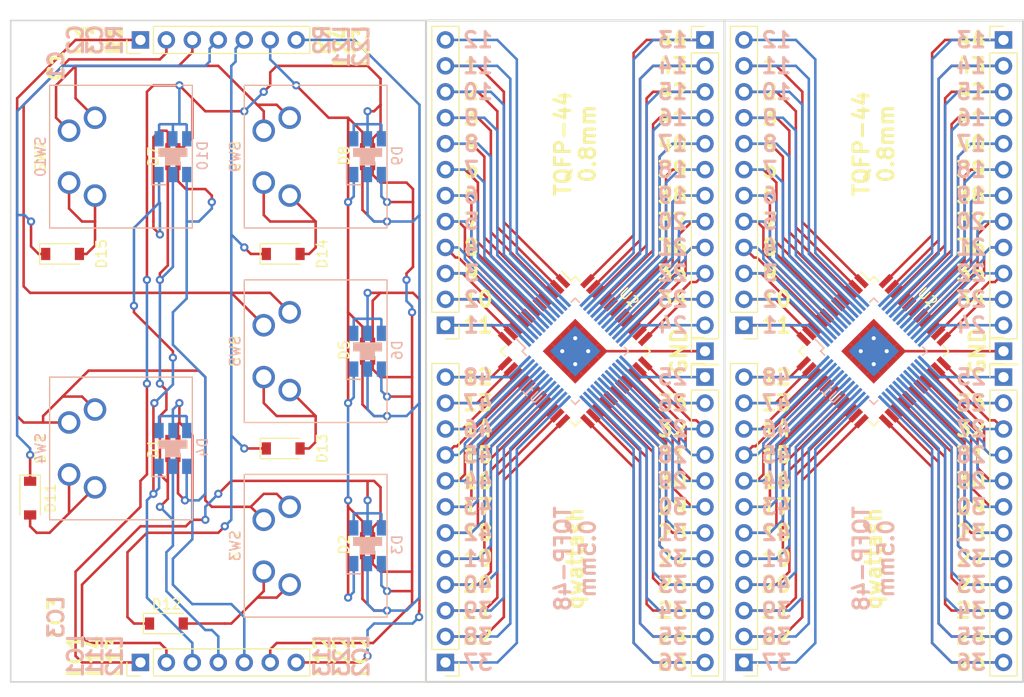
<source format=kicad_pcb>
(kicad_pcb (version 20171130) (host pcbnew "(5.0.0-rc2-dev-471-ge4feb315d)")
  (layers (0 F.Cu signal) (31 B.Cu signal) (34 B.Paste user) (35 F.Paste user) (36 B.SilkS user) (37 F.SilkS user) (38 B.Mask user) (39 F.Mask user) (44 Edge.Cuts user))
  (net 0 "")
  (net 1 "Net-(D1-Pad2)")
  (net 2 "Net-(D1-Pad1)")
  (net 3 "Net-(D2-Pad3)")
  (net 4 "Net-(D2-Pad2)")
  (net 5 "Net-(D2-Pad4)")
  (net 6 "Net-(D10-Pad4)")
  (net 7 "Net-(D5-Pad1)")
  (net 8 "Net-(J1-Pad5)")
  (net 9 "Net-(J1-Pad6)")
  (net 10 "Net-(J1-Pad7)")
  (net 11 "Net-(J1-Pad12)")
  (net 12 "Net-(J1-Pad11)")
  (net 13 "Net-(J1-Pad10)")
  (net 14 "Net-(J1-Pad9)")
  (net 15 "Net-(J1-Pad8)")
  (net 16 "Net-(J1-Pad4)")
  (net 17 "Net-(J1-Pad3)")
  (net 18 "Net-(J1-Pad2)")
  (net 19 "Net-(J1-Pad1)")
  (net 20 "Net-(J2-Pad1)")
  (net 21 "Net-(J2-Pad2)")
  (net 22 "Net-(J2-Pad3)")
  (net 23 "Net-(J2-Pad4)")
  (net 24 "Net-(J2-Pad5)")
  (net 25 "Net-(J2-Pad6)")
  (net 26 "Net-(J2-Pad7)")
  (net 27 "Net-(J2-Pad8)")
  (net 28 "Net-(J2-Pad9)")
  (net 29 "Net-(J2-Pad10)")
  (net 30 "Net-(J2-Pad11)")
  (net 31 "Net-(J2-Pad12)")
  (net 32 "Net-(J3-Pad1)")
  (net 33 "Net-(J3-Pad2)")
  (net 34 "Net-(J3-Pad3)")
  (net 35 "Net-(J3-Pad4)")
  (net 36 "Net-(J3-Pad5)")
  (net 37 "Net-(J3-Pad6)")
  (net 38 "Net-(J3-Pad7)")
  (net 39 "Net-(J3-Pad8)")
  (net 40 "Net-(J3-Pad9)")
  (net 41 "Net-(J3-Pad10)")
  (net 42 "Net-(J3-Pad11)")
  (net 43 "Net-(J3-Pad12)")
  (net 44 "Net-(J4-Pad12)")
  (net 45 "Net-(J4-Pad11)")
  (net 46 "Net-(J4-Pad10)")
  (net 47 "Net-(J4-Pad9)")
  (net 48 "Net-(J4-Pad8)")
  (net 49 "Net-(J4-Pad7)")
  (net 50 "Net-(J4-Pad6)")
  (net 51 "Net-(J4-Pad5)")
  (net 52 "Net-(J4-Pad4)")
  (net 53 "Net-(J4-Pad3)")
  (net 54 "Net-(J4-Pad2)")
  (net 55 "Net-(J4-Pad1)")
  (net 56 GND)
  (net 57 "Net-(D1-Pad3)")
  (net 58 "Net-(D1-Pad4)")
  (net 59 "Net-(D11-Pad2)")
  (net 60 "Net-(D11-Pad1)")
  (net 61 "Net-(D12-Pad1)")
  (net 62 "Net-(D12-Pad2)")
  (net 63 "Net-(D13-Pad2)")
  (net 64 "Net-(D14-Pad2)")
  (net 65 "Net-(D15-Pad2)")
  (module Pin_Headers:Pin_Header_Straight_1x12_Pitch2.54mm (layer F.Cu) (at 171.45 121.92)
    (fp_text reference J3 hide)
    (fp_text value Conn_01x12 hide)
    (pad 12 thru_hole oval (at 0 27.94) (size 1.7 1.7) (drill 1) (layers *.Cu *.Mask) (net 43 "Net-(J3-Pad12)"))
    (pad 11 thru_hole oval (at 0 25.4) (size 1.7 1.7) (drill 1) (layers *.Cu *.Mask) (net 42 "Net-(J3-Pad11)"))
    (pad 10 thru_hole oval (at 0 22.86) (size 1.7 1.7) (drill 1) (layers *.Cu *.Mask) (net 41 "Net-(J3-Pad10)"))
    (pad 9 thru_hole oval (at 0 20.32) (size 1.7 1.7) (drill 1) (layers *.Cu *.Mask) (net 40 "Net-(J3-Pad9)"))
    (pad 8 thru_hole oval (at 0 17.78) (size 1.7 1.7) (drill 1) (layers *.Cu *.Mask) (net 39 "Net-(J3-Pad8)"))
    (pad 7 thru_hole oval (at 0 15.24) (size 1.7 1.7) (drill 1) (layers *.Cu *.Mask) (net 38 "Net-(J3-Pad7)"))
    (pad 6 thru_hole oval (at 0 12.7) (size 1.7 1.7) (drill 1) (layers *.Cu *.Mask) (net 37 "Net-(J3-Pad6)"))
    (pad 5 thru_hole oval (at 0 10.16) (size 1.7 1.7) (drill 1) (layers *.Cu *.Mask) (net 36 "Net-(J3-Pad5)"))
    (pad 4 thru_hole oval (at 0 7.62) (size 1.7 1.7) (drill 1) (layers *.Cu *.Mask) (net 35 "Net-(J3-Pad4)"))
    (pad 3 thru_hole oval (at 0 5.08) (size 1.7 1.7) (drill 1) (layers *.Cu *.Mask) (net 34 "Net-(J3-Pad3)"))
    (pad 2 thru_hole oval (at 0 2.54) (size 1.7 1.7) (drill 1) (layers *.Cu *.Mask) (net 33 "Net-(J3-Pad2)"))
    (pad 1 thru_hole rect (at 0 0) (size 1.7 1.7) (drill 1) (layers *.Cu *.Mask) (net 32 "Net-(J3-Pad1)"))
  )
  (module Pin_Headers:Pin_Header_Straight_1x12_Pitch2.54mm (layer F.Cu) (at 146.05 116.84 180)
    (fp_text reference J2 hide)
    (fp_text value Conn_01x12 hide)
    (pad 12 thru_hole oval (at 0 27.94 180) (size 1.7 1.7) (drill 1) (layers *.Cu *.Mask) (net 31 "Net-(J2-Pad12)"))
    (pad 11 thru_hole oval (at 0 25.4 180) (size 1.7 1.7) (drill 1) (layers *.Cu *.Mask) (net 30 "Net-(J2-Pad11)"))
    (pad 10 thru_hole oval (at 0 22.86 180) (size 1.7 1.7) (drill 1) (layers *.Cu *.Mask) (net 29 "Net-(J2-Pad10)"))
    (pad 9 thru_hole oval (at 0 20.32 180) (size 1.7 1.7) (drill 1) (layers *.Cu *.Mask) (net 28 "Net-(J2-Pad9)"))
    (pad 8 thru_hole oval (at 0 17.78 180) (size 1.7 1.7) (drill 1) (layers *.Cu *.Mask) (net 27 "Net-(J2-Pad8)"))
    (pad 7 thru_hole oval (at 0 15.24 180) (size 1.7 1.7) (drill 1) (layers *.Cu *.Mask) (net 26 "Net-(J2-Pad7)"))
    (pad 6 thru_hole oval (at 0 12.7 180) (size 1.7 1.7) (drill 1) (layers *.Cu *.Mask) (net 25 "Net-(J2-Pad6)"))
    (pad 5 thru_hole oval (at 0 10.16 180) (size 1.7 1.7) (drill 1) (layers *.Cu *.Mask) (net 24 "Net-(J2-Pad5)"))
    (pad 4 thru_hole oval (at 0 7.62 180) (size 1.7 1.7) (drill 1) (layers *.Cu *.Mask) (net 23 "Net-(J2-Pad4)"))
    (pad 3 thru_hole oval (at 0 5.08 180) (size 1.7 1.7) (drill 1) (layers *.Cu *.Mask) (net 22 "Net-(J2-Pad3)"))
    (pad 2 thru_hole oval (at 0 2.54 180) (size 1.7 1.7) (drill 1) (layers *.Cu *.Mask) (net 21 "Net-(J2-Pad2)"))
    (pad 1 thru_hole rect (at 0 0 180) (size 1.7 1.7) (drill 1) (layers *.Cu *.Mask) (net 20 "Net-(J2-Pad1)"))
  )
  (module Housings_QFP:TQFP-48-1EP_7x7mm_Pitch0.5mm (layer B.Cu) (at 158.75 119.38 315)
    (fp_text reference U1 (at 0 5.95 315) (layer B.SilkS) (effects (justify mirror)))
    (fp_text value Generic_48pin_with_pad)
    (pad 1 smd rect (at -4.2 2.75 315) (size 1.5 0.3) (layers B.Cu B.Paste B.Mask) (net 20 "Net-(J2-Pad1)"))
    (pad 2 smd rect (at -4.2 2.25 315) (size 1.5 0.3) (layers B.Cu B.Paste B.Mask) (net 21 "Net-(J2-Pad2)"))
    (pad 3 smd rect (at -4.2 1.749999 315) (size 1.5 0.3) (layers B.Cu B.Paste B.Mask) (net 22 "Net-(J2-Pad3)"))
    (pad 4 smd rect (at -4.2 1.25 315) (size 1.5 0.3) (layers B.Cu B.Paste B.Mask) (net 23 "Net-(J2-Pad4)"))
    (pad 5 smd rect (at -4.2 0.750001 315) (size 1.5 0.3) (layers B.Cu B.Paste B.Mask) (net 24 "Net-(J2-Pad5)"))
    (pad 6 smd rect (at -4.2 0.25 315) (size 1.5 0.3) (layers B.Cu B.Paste B.Mask) (net 25 "Net-(J2-Pad6)"))
    (pad 7 smd rect (at -4.2 -0.25 315) (size 1.5 0.3) (layers B.Cu B.Paste B.Mask) (net 26 "Net-(J2-Pad7)"))
    (pad 8 smd rect (at -4.2 -0.750001 315) (size 1.5 0.3) (layers B.Cu B.Paste B.Mask) (net 27 "Net-(J2-Pad8)"))
    (pad 9 smd rect (at -4.2 -1.25 315) (size 1.5 0.3) (layers B.Cu B.Paste B.Mask) (net 28 "Net-(J2-Pad9)"))
    (pad 10 smd rect (at -4.2 -1.749999 315) (size 1.5 0.3) (layers B.Cu B.Paste B.Mask) (net 29 "Net-(J2-Pad10)"))
    (pad 11 smd rect (at -4.2 -2.25 315) (size 1.5 0.3) (layers B.Cu B.Paste B.Mask) (net 30 "Net-(J2-Pad11)"))
    (pad 12 smd rect (at -4.2 -2.75 315) (size 1.5 0.3) (layers B.Cu B.Paste B.Mask) (net 31 "Net-(J2-Pad12)"))
    (pad 13 smd rect (at -2.75 -4.2 225) (size 1.5 0.3) (layers B.Cu B.Paste B.Mask) (net 55 "Net-(J4-Pad1)"))
    (pad 14 smd rect (at -2.25 -4.2 225) (size 1.5 0.3) (layers B.Cu B.Paste B.Mask) (net 54 "Net-(J4-Pad2)"))
    (pad 15 smd rect (at -1.749999 -4.2 225) (size 1.5 0.3) (layers B.Cu B.Paste B.Mask) (net 53 "Net-(J4-Pad3)"))
    (pad 16 smd rect (at -1.25 -4.2 225) (size 1.5 0.3) (layers B.Cu B.Paste B.Mask) (net 52 "Net-(J4-Pad4)"))
    (pad 17 smd rect (at -0.750001 -4.2 225) (size 1.5 0.3) (layers B.Cu B.Paste B.Mask) (net 51 "Net-(J4-Pad5)"))
    (pad 18 smd rect (at -0.25 -4.2 225) (size 1.5 0.3) (layers B.Cu B.Paste B.Mask) (net 50 "Net-(J4-Pad6)"))
    (pad 19 smd rect (at 0.25 -4.2 225) (size 1.5 0.3) (layers B.Cu B.Paste B.Mask) (net 49 "Net-(J4-Pad7)"))
    (pad 20 smd rect (at 0.750001 -4.2 225) (size 1.5 0.3) (layers B.Cu B.Paste B.Mask) (net 48 "Net-(J4-Pad8)"))
    (pad 21 smd rect (at 1.25 -4.2 225) (size 1.5 0.3) (layers B.Cu B.Paste B.Mask) (net 47 "Net-(J4-Pad9)"))
    (pad 22 smd rect (at 1.749999 -4.2 225) (size 1.5 0.3) (layers B.Cu B.Paste B.Mask) (net 46 "Net-(J4-Pad10)"))
    (pad 23 smd rect (at 2.25 -4.2 225) (size 1.5 0.3) (layers B.Cu B.Paste B.Mask) (net 45 "Net-(J4-Pad11)"))
    (pad 24 smd rect (at 2.75 -4.2 225) (size 1.5 0.3) (layers B.Cu B.Paste B.Mask) (net 44 "Net-(J4-Pad12)"))
    (pad 25 smd rect (at 4.2 -2.75 315) (size 1.5 0.3) (layers B.Cu B.Paste B.Mask) (net 32 "Net-(J3-Pad1)"))
    (pad 26 smd rect (at 4.2 -2.25 315) (size 1.5 0.3) (layers B.Cu B.Paste B.Mask) (net 33 "Net-(J3-Pad2)"))
    (pad 27 smd rect (at 4.2 -1.749999 315) (size 1.5 0.3) (layers B.Cu B.Paste B.Mask) (net 34 "Net-(J3-Pad3)"))
    (pad 28 smd rect (at 4.2 -1.25 315) (size 1.5 0.3) (layers B.Cu B.Paste B.Mask) (net 35 "Net-(J3-Pad4)"))
    (pad 29 smd rect (at 4.2 -0.750001 315) (size 1.5 0.3) (layers B.Cu B.Paste B.Mask) (net 36 "Net-(J3-Pad5)"))
    (pad 30 smd rect (at 4.2 -0.25 315) (size 1.5 0.3) (layers B.Cu B.Paste B.Mask) (net 37 "Net-(J3-Pad6)"))
    (pad 31 smd rect (at 4.2 0.25 315) (size 1.5 0.3) (layers B.Cu B.Paste B.Mask) (net 38 "Net-(J3-Pad7)"))
    (pad 32 smd rect (at 4.2 0.750001 315) (size 1.5 0.3) (layers B.Cu B.Paste B.Mask) (net 39 "Net-(J3-Pad8)"))
    (pad 33 smd rect (at 4.2 1.25 315) (size 1.5 0.3) (layers B.Cu B.Paste B.Mask) (net 40 "Net-(J3-Pad9)"))
    (pad 34 smd rect (at 4.2 1.749999 315) (size 1.5 0.3) (layers B.Cu B.Paste B.Mask) (net 41 "Net-(J3-Pad10)"))
    (pad 35 smd rect (at 4.2 2.25 315) (size 1.5 0.3) (layers B.Cu B.Paste B.Mask) (net 42 "Net-(J3-Pad11)"))
    (pad 36 smd rect (at 4.2 2.75 315) (size 1.5 0.3) (layers B.Cu B.Paste B.Mask) (net 43 "Net-(J3-Pad12)"))
    (pad 37 smd rect (at 2.75 4.2 225) (size 1.5 0.3) (layers B.Cu B.Paste B.Mask) (net 19 "Net-(J1-Pad1)"))
    (pad 38 smd rect (at 2.25 4.2 225) (size 1.5 0.3) (layers B.Cu B.Paste B.Mask) (net 18 "Net-(J1-Pad2)"))
    (pad 39 smd rect (at 1.749999 4.2 225) (size 1.5 0.3) (layers B.Cu B.Paste B.Mask) (net 17 "Net-(J1-Pad3)"))
    (pad 40 smd rect (at 1.25 4.2 225) (size 1.5 0.3) (layers B.Cu B.Paste B.Mask) (net 16 "Net-(J1-Pad4)"))
    (pad 41 smd rect (at 0.750001 4.2 225) (size 1.5 0.3) (layers B.Cu B.Paste B.Mask) (net 8 "Net-(J1-Pad5)"))
    (pad 42 smd rect (at 0.25 4.2 225) (size 1.5 0.3) (layers B.Cu B.Paste B.Mask) (net 9 "Net-(J1-Pad6)"))
    (pad 43 smd rect (at -0.25 4.2 225) (size 1.5 0.3) (layers B.Cu B.Paste B.Mask) (net 10 "Net-(J1-Pad7)"))
    (pad 44 smd rect (at -0.750001 4.2 225) (size 1.5 0.3) (layers B.Cu B.Paste B.Mask) (net 15 "Net-(J1-Pad8)"))
    (pad 45 smd rect (at -1.25 4.2 225) (size 1.5 0.3) (layers B.Cu B.Paste B.Mask) (net 14 "Net-(J1-Pad9)"))
    (pad 46 smd rect (at -1.749999 4.2 225) (size 1.5 0.3) (layers B.Cu B.Paste B.Mask) (net 13 "Net-(J1-Pad10)"))
    (pad 47 smd rect (at -2.25 4.2 225) (size 1.5 0.3) (layers B.Cu B.Paste B.Mask) (net 12 "Net-(J1-Pad11)"))
    (pad 48 smd rect (at -2.75 4.2 225) (size 1.5 0.3) (layers B.Cu B.Paste B.Mask) (net 11 "Net-(J1-Pad12)"))
    (pad 49 smd rect (at 0.875 -0.875 315) (size 1.75 1.75) (layers B.Cu B.Paste B.Mask) (net 56 GND))
    (pad 49 smd rect (at 0.875 0.875 315) (size 1.75 1.75) (layers B.Cu B.Paste B.Mask) (net 56 GND))
    (pad 49 smd rect (at -0.875 -0.875 315) (size 1.75 1.75) (layers B.Cu B.Paste B.Mask) (net 56 GND))
    (pad 49 smd rect (at -0.875 0.875 315) (size 1.75 1.75) (layers B.Cu B.Paste B.Mask) (net 56 GND))
  )
  (module Pin_Headers:Pin_Header_Straight_1x12_Pitch2.54mm (layer F.Cu) (at 171.45 88.9)
    (fp_text reference J4 hide)
    (fp_text value Conn_01x12 hide)
    (pad 1 thru_hole rect (at 0 0) (size 1.7 1.7) (drill 1) (layers *.Cu *.Mask) (net 55 "Net-(J4-Pad1)"))
    (pad 2 thru_hole oval (at 0 2.54) (size 1.7 1.7) (drill 1) (layers *.Cu *.Mask) (net 54 "Net-(J4-Pad2)"))
    (pad 3 thru_hole oval (at 0 5.08) (size 1.7 1.7) (drill 1) (layers *.Cu *.Mask) (net 53 "Net-(J4-Pad3)"))
    (pad 4 thru_hole oval (at 0 7.62) (size 1.7 1.7) (drill 1) (layers *.Cu *.Mask) (net 52 "Net-(J4-Pad4)"))
    (pad 5 thru_hole oval (at 0 10.16) (size 1.7 1.7) (drill 1) (layers *.Cu *.Mask) (net 51 "Net-(J4-Pad5)"))
    (pad 6 thru_hole oval (at 0 12.7) (size 1.7 1.7) (drill 1) (layers *.Cu *.Mask) (net 50 "Net-(J4-Pad6)"))
    (pad 7 thru_hole oval (at 0 15.24) (size 1.7 1.7) (drill 1) (layers *.Cu *.Mask) (net 49 "Net-(J4-Pad7)"))
    (pad 8 thru_hole oval (at 0 17.78) (size 1.7 1.7) (drill 1) (layers *.Cu *.Mask) (net 48 "Net-(J4-Pad8)"))
    (pad 9 thru_hole oval (at 0 20.32) (size 1.7 1.7) (drill 1) (layers *.Cu *.Mask) (net 47 "Net-(J4-Pad9)"))
    (pad 10 thru_hole oval (at 0 22.86) (size 1.7 1.7) (drill 1) (layers *.Cu *.Mask) (net 46 "Net-(J4-Pad10)"))
    (pad 11 thru_hole oval (at 0 25.4) (size 1.7 1.7) (drill 1) (layers *.Cu *.Mask) (net 45 "Net-(J4-Pad11)"))
    (pad 12 thru_hole oval (at 0 27.94) (size 1.7 1.7) (drill 1) (layers *.Cu *.Mask) (net 44 "Net-(J4-Pad12)"))
  )
  (module Pin_Headers:Pin_Header_Straight_1x01_Pitch2.54mm (layer F.Cu) (at 171.45 119.38)
    (fp_text reference J5 hide)
    (fp_text value Conn_01x01 hide)
    (pad 1 thru_hole rect (at 0 0) (size 1.7 1.7) (drill 1) (layers *.Cu *.Mask) (net 56 GND))
  )
  (module Housings_QFP:TQFP-44-1EP_10x10mm_Pitch0.8mm (layer F.Cu) (at 158.75 119.38 315)
    (fp_text reference U2 (at 0 -7.45 315) (layer F.SilkS))
    (fp_text value Generic_44pin_with_pad)
    (pad 1 smd rect (at -5.7 -4 315) (size 1.5 0.55) (layers F.Cu F.Paste F.Mask) (net 30 "Net-(J2-Pad11)"))
    (pad 2 smd rect (at -5.7 -3.2 315) (size 1.5 0.55) (layers F.Cu F.Paste F.Mask) (net 29 "Net-(J2-Pad10)"))
    (pad 3 smd rect (at -5.7 -2.4 315) (size 1.5 0.55) (layers F.Cu F.Paste F.Mask) (net 28 "Net-(J2-Pad9)"))
    (pad 4 smd rect (at -5.7 -1.6 315) (size 1.5 0.55) (layers F.Cu F.Paste F.Mask) (net 27 "Net-(J2-Pad8)"))
    (pad 5 smd rect (at -5.7 -0.8 315) (size 1.5 0.55) (layers F.Cu F.Paste F.Mask) (net 26 "Net-(J2-Pad7)"))
    (pad 6 smd rect (at -5.7 0 315) (size 1.5 0.55) (layers F.Cu F.Paste F.Mask) (net 25 "Net-(J2-Pad6)"))
    (pad 7 smd rect (at -5.7 0.8 315) (size 1.5 0.55) (layers F.Cu F.Paste F.Mask) (net 24 "Net-(J2-Pad5)"))
    (pad 8 smd rect (at -5.7 1.6 315) (size 1.5 0.55) (layers F.Cu F.Paste F.Mask) (net 23 "Net-(J2-Pad4)"))
    (pad 9 smd rect (at -5.7 2.4 315) (size 1.5 0.55) (layers F.Cu F.Paste F.Mask) (net 22 "Net-(J2-Pad3)"))
    (pad 10 smd rect (at -5.7 3.2 315) (size 1.5 0.55) (layers F.Cu F.Paste F.Mask) (net 21 "Net-(J2-Pad2)"))
    (pad 11 smd rect (at -5.7 4 315) (size 1.5 0.55) (layers F.Cu F.Paste F.Mask) (net 20 "Net-(J2-Pad1)"))
    (pad 12 smd rect (at -4 5.7 45) (size 1.5 0.55) (layers F.Cu F.Paste F.Mask) (net 11 "Net-(J1-Pad12)"))
    (pad 13 smd rect (at -3.2 5.7 45) (size 1.5 0.55) (layers F.Cu F.Paste F.Mask) (net 12 "Net-(J1-Pad11)"))
    (pad 14 smd rect (at -2.4 5.7 45) (size 1.5 0.55) (layers F.Cu F.Paste F.Mask) (net 13 "Net-(J1-Pad10)"))
    (pad 15 smd rect (at -1.6 5.7 45) (size 1.5 0.55) (layers F.Cu F.Paste F.Mask) (net 14 "Net-(J1-Pad9)"))
    (pad 16 smd rect (at -0.8 5.7 45) (size 1.5 0.55) (layers F.Cu F.Paste F.Mask) (net 15 "Net-(J1-Pad8)"))
    (pad 17 smd rect (at 0 5.7 45) (size 1.5 0.55) (layers F.Cu F.Paste F.Mask) (net 10 "Net-(J1-Pad7)"))
    (pad 18 smd rect (at 0.8 5.7 45) (size 1.5 0.55) (layers F.Cu F.Paste F.Mask) (net 9 "Net-(J1-Pad6)"))
    (pad 19 smd rect (at 1.6 5.7 45) (size 1.5 0.55) (layers F.Cu F.Paste F.Mask) (net 8 "Net-(J1-Pad5)"))
    (pad 20 smd rect (at 2.4 5.7 45) (size 1.5 0.55) (layers F.Cu F.Paste F.Mask) (net 16 "Net-(J1-Pad4)"))
    (pad 21 smd rect (at 3.2 5.7 45) (size 1.5 0.55) (layers F.Cu F.Paste F.Mask) (net 17 "Net-(J1-Pad3)"))
    (pad 22 smd rect (at 4 5.7 45) (size 1.5 0.55) (layers F.Cu F.Paste F.Mask) (net 18 "Net-(J1-Pad2)"))
    (pad 23 smd rect (at 5.7 4 315) (size 1.5 0.55) (layers F.Cu F.Paste F.Mask) (net 43 "Net-(J3-Pad12)"))
    (pad 24 smd rect (at 5.7 3.2 315) (size 1.5 0.55) (layers F.Cu F.Paste F.Mask) (net 42 "Net-(J3-Pad11)"))
    (pad 25 smd rect (at 5.7 2.4 315) (size 1.5 0.55) (layers F.Cu F.Paste F.Mask) (net 41 "Net-(J3-Pad10)"))
    (pad 26 smd rect (at 5.7 1.6 315) (size 1.5 0.55) (layers F.Cu F.Paste F.Mask) (net 40 "Net-(J3-Pad9)"))
    (pad 27 smd rect (at 5.7 0.8 315) (size 1.5 0.55) (layers F.Cu F.Paste F.Mask) (net 39 "Net-(J3-Pad8)"))
    (pad 28 smd rect (at 5.7 0 315) (size 1.5 0.55) (layers F.Cu F.Paste F.Mask) (net 38 "Net-(J3-Pad7)"))
    (pad 29 smd rect (at 5.7 -0.8 315) (size 1.5 0.55) (layers F.Cu F.Paste F.Mask) (net 37 "Net-(J3-Pad6)"))
    (pad 30 smd rect (at 5.7 -1.6 315) (size 1.5 0.55) (layers F.Cu F.Paste F.Mask) (net 36 "Net-(J3-Pad5)"))
    (pad 31 smd rect (at 5.7 -2.4 315) (size 1.5 0.55) (layers F.Cu F.Paste F.Mask) (net 35 "Net-(J3-Pad4)"))
    (pad 32 smd rect (at 5.7 -3.2 315) (size 1.5 0.55) (layers F.Cu F.Paste F.Mask) (net 34 "Net-(J3-Pad3)"))
    (pad 33 smd rect (at 5.7 -4 315) (size 1.5 0.55) (layers F.Cu F.Paste F.Mask) (net 33 "Net-(J3-Pad2)"))
    (pad 34 smd rect (at 4 -5.7 45) (size 1.5 0.55) (layers F.Cu F.Paste F.Mask) (net 45 "Net-(J4-Pad11)"))
    (pad 35 smd rect (at 3.2 -5.7 45) (size 1.5 0.55) (layers F.Cu F.Paste F.Mask) (net 46 "Net-(J4-Pad10)"))
    (pad 36 smd rect (at 2.4 -5.7 45) (size 1.5 0.55) (layers F.Cu F.Paste F.Mask) (net 47 "Net-(J4-Pad9)"))
    (pad 37 smd rect (at 1.6 -5.7 45) (size 1.5 0.55) (layers F.Cu F.Paste F.Mask) (net 48 "Net-(J4-Pad8)"))
    (pad 38 smd rect (at 0.8 -5.7 45) (size 1.5 0.55) (layers F.Cu F.Paste F.Mask) (net 49 "Net-(J4-Pad7)"))
    (pad 39 smd rect (at 0 -5.7 45) (size 1.5 0.55) (layers F.Cu F.Paste F.Mask) (net 50 "Net-(J4-Pad6)"))
    (pad 40 smd rect (at -0.8 -5.7 45) (size 1.5 0.55) (layers F.Cu F.Paste F.Mask) (net 51 "Net-(J4-Pad5)"))
    (pad 41 smd rect (at -1.6 -5.7 45) (size 1.5 0.55) (layers F.Cu F.Paste F.Mask) (net 52 "Net-(J4-Pad4)"))
    (pad 42 smd rect (at -2.4 -5.7 45) (size 1.5 0.55) (layers F.Cu F.Paste F.Mask) (net 53 "Net-(J4-Pad3)"))
    (pad 43 smd rect (at -3.2 -5.7 45) (size 1.5 0.55) (layers F.Cu F.Paste F.Mask) (net 54 "Net-(J4-Pad2)"))
    (pad 44 smd rect (at -4 -5.7 45) (size 1.5 0.55) (layers F.Cu F.Paste F.Mask) (net 55 "Net-(J4-Pad1)"))
    (pad 45 smd rect (at 1.6875 1.6875 315) (size 1.125 1.125) (layers F.Cu F.Paste F.Mask) (net 56 GND))
    (pad 45 smd rect (at 1.6875 0.5625 315) (size 1.125 1.125) (layers F.Cu F.Paste F.Mask) (net 56 GND))
    (pad 45 smd rect (at 1.6875 -0.5625 315) (size 1.125 1.125) (layers F.Cu F.Paste F.Mask) (net 56 GND))
    (pad 45 smd rect (at 1.6875 -1.6875 315) (size 1.125 1.125) (layers F.Cu F.Paste F.Mask) (net 56 GND))
    (pad 45 smd rect (at 0.5625 1.6875 315) (size 1.125 1.125) (layers F.Cu F.Paste F.Mask) (net 56 GND))
    (pad 45 smd rect (at 0.5625 0.5625 315) (size 1.125 1.125) (layers F.Cu F.Paste F.Mask) (net 56 GND))
    (pad 45 smd rect (at 0.5625 -0.5625 315) (size 1.125 1.125) (layers F.Cu F.Paste F.Mask) (net 56 GND))
    (pad 45 smd rect (at 0.5625 -1.6875 315) (size 1.125 1.125) (layers F.Cu F.Paste F.Mask) (net 56 GND))
    (pad 45 smd rect (at -0.5625 1.6875 315) (size 1.125 1.125) (layers F.Cu F.Paste F.Mask) (net 56 GND))
    (pad 45 smd rect (at -0.5625 0.5625 315) (size 1.125 1.125) (layers F.Cu F.Paste F.Mask) (net 56 GND))
    (pad 45 smd rect (at -0.5625 -0.5625 315) (size 1.125 1.125) (layers F.Cu F.Paste F.Mask) (net 56 GND))
    (pad 45 smd rect (at -0.5625 -1.6875 315) (size 1.125 1.125) (layers F.Cu F.Paste F.Mask) (net 56 GND))
    (pad 45 smd rect (at -1.6875 1.6875 315) (size 1.125 1.125) (layers F.Cu F.Paste F.Mask) (net 56 GND))
    (pad 45 smd rect (at -1.6875 0.5625 315) (size 1.125 1.125) (layers F.Cu F.Paste F.Mask) (net 56 GND))
    (pad 45 smd rect (at -1.6875 -0.5625 315) (size 1.125 1.125) (layers F.Cu F.Paste F.Mask) (net 56 GND))
    (pad 45 smd rect (at -1.6875 -1.6875 315) (size 1.125 1.125) (layers F.Cu F.Paste F.Mask) (net 56 GND))
  )
  (module Pin_Headers:Pin_Header_Straight_1x12_Pitch2.54mm (layer F.Cu) (at 146.05 149.86 180)
    (fp_text reference J1 hide)
    (fp_text value Conn_01x12 hide)
    (pad 1 thru_hole rect (at 0 0 180) (size 1.7 1.7) (drill 1) (layers *.Cu *.Mask) (net 19 "Net-(J1-Pad1)"))
    (pad 2 thru_hole oval (at 0 2.54 180) (size 1.7 1.7) (drill 1) (layers *.Cu *.Mask) (net 18 "Net-(J1-Pad2)"))
    (pad 3 thru_hole oval (at 0 5.08 180) (size 1.7 1.7) (drill 1) (layers *.Cu *.Mask) (net 17 "Net-(J1-Pad3)"))
    (pad 4 thru_hole oval (at 0 7.62 180) (size 1.7 1.7) (drill 1) (layers *.Cu *.Mask) (net 16 "Net-(J1-Pad4)"))
    (pad 5 thru_hole oval (at 0 10.16 180) (size 1.7 1.7) (drill 1) (layers *.Cu *.Mask) (net 8 "Net-(J1-Pad5)"))
    (pad 6 thru_hole oval (at 0 12.7 180) (size 1.7 1.7) (drill 1) (layers *.Cu *.Mask) (net 9 "Net-(J1-Pad6)"))
    (pad 7 thru_hole oval (at 0 15.24 180) (size 1.7 1.7) (drill 1) (layers *.Cu *.Mask) (net 10 "Net-(J1-Pad7)"))
    (pad 8 thru_hole oval (at 0 17.78 180) (size 1.7 1.7) (drill 1) (layers *.Cu *.Mask) (net 15 "Net-(J1-Pad8)"))
    (pad 9 thru_hole oval (at 0 20.32 180) (size 1.7 1.7) (drill 1) (layers *.Cu *.Mask) (net 14 "Net-(J1-Pad9)"))
    (pad 10 thru_hole oval (at 0 22.86 180) (size 1.7 1.7) (drill 1) (layers *.Cu *.Mask) (net 13 "Net-(J1-Pad10)"))
    (pad 11 thru_hole oval (at 0 25.4 180) (size 1.7 1.7) (drill 1) (layers *.Cu *.Mask) (net 12 "Net-(J1-Pad11)"))
    (pad 12 thru_hole oval (at 0 27.94 180) (size 1.7 1.7) (drill 1) (layers *.Cu *.Mask) (net 11 "Net-(J1-Pad12)"))
  )
  (module Pin_Headers:Pin_Header_Straight_1x12_Pitch2.54mm (layer F.Cu) (at 116.84 149.86 180)
    (fp_text reference J1 hide)
    (fp_text value Conn_01x12 hide)
    (pad 12 thru_hole oval (at 0 27.94 180) (size 1.7 1.7) (drill 1) (layers *.Cu *.Mask) (net 11 "Net-(J1-Pad12)"))
    (pad 11 thru_hole oval (at 0 25.4 180) (size 1.7 1.7) (drill 1) (layers *.Cu *.Mask) (net 12 "Net-(J1-Pad11)"))
    (pad 10 thru_hole oval (at 0 22.86 180) (size 1.7 1.7) (drill 1) (layers *.Cu *.Mask) (net 13 "Net-(J1-Pad10)"))
    (pad 9 thru_hole oval (at 0 20.32 180) (size 1.7 1.7) (drill 1) (layers *.Cu *.Mask) (net 14 "Net-(J1-Pad9)"))
    (pad 8 thru_hole oval (at 0 17.78 180) (size 1.7 1.7) (drill 1) (layers *.Cu *.Mask) (net 15 "Net-(J1-Pad8)"))
    (pad 7 thru_hole oval (at 0 15.24 180) (size 1.7 1.7) (drill 1) (layers *.Cu *.Mask) (net 10 "Net-(J1-Pad7)"))
    (pad 6 thru_hole oval (at 0 12.7 180) (size 1.7 1.7) (drill 1) (layers *.Cu *.Mask) (net 9 "Net-(J1-Pad6)"))
    (pad 5 thru_hole oval (at 0 10.16 180) (size 1.7 1.7) (drill 1) (layers *.Cu *.Mask) (net 8 "Net-(J1-Pad5)"))
    (pad 4 thru_hole oval (at 0 7.62 180) (size 1.7 1.7) (drill 1) (layers *.Cu *.Mask) (net 16 "Net-(J1-Pad4)"))
    (pad 3 thru_hole oval (at 0 5.08 180) (size 1.7 1.7) (drill 1) (layers *.Cu *.Mask) (net 17 "Net-(J1-Pad3)"))
    (pad 2 thru_hole oval (at 0 2.54 180) (size 1.7 1.7) (drill 1) (layers *.Cu *.Mask) (net 18 "Net-(J1-Pad2)"))
    (pad 1 thru_hole rect (at 0 0 180) (size 1.7 1.7) (drill 1) (layers *.Cu *.Mask) (net 19 "Net-(J1-Pad1)"))
  )
  (module Pin_Headers:Pin_Header_Straight_1x12_Pitch2.54mm (layer F.Cu) (at 116.84 116.84 180)
    (fp_text reference J2 hide)
    (fp_text value Conn_01x12 hide)
    (pad 1 thru_hole rect (at 0 0 180) (size 1.7 1.7) (drill 1) (layers *.Cu *.Mask) (net 20 "Net-(J2-Pad1)"))
    (pad 2 thru_hole oval (at 0 2.54 180) (size 1.7 1.7) (drill 1) (layers *.Cu *.Mask) (net 21 "Net-(J2-Pad2)"))
    (pad 3 thru_hole oval (at 0 5.08 180) (size 1.7 1.7) (drill 1) (layers *.Cu *.Mask) (net 22 "Net-(J2-Pad3)"))
    (pad 4 thru_hole oval (at 0 7.62 180) (size 1.7 1.7) (drill 1) (layers *.Cu *.Mask) (net 23 "Net-(J2-Pad4)"))
    (pad 5 thru_hole oval (at 0 10.16 180) (size 1.7 1.7) (drill 1) (layers *.Cu *.Mask) (net 24 "Net-(J2-Pad5)"))
    (pad 6 thru_hole oval (at 0 12.7 180) (size 1.7 1.7) (drill 1) (layers *.Cu *.Mask) (net 25 "Net-(J2-Pad6)"))
    (pad 7 thru_hole oval (at 0 15.24 180) (size 1.7 1.7) (drill 1) (layers *.Cu *.Mask) (net 26 "Net-(J2-Pad7)"))
    (pad 8 thru_hole oval (at 0 17.78 180) (size 1.7 1.7) (drill 1) (layers *.Cu *.Mask) (net 27 "Net-(J2-Pad8)"))
    (pad 9 thru_hole oval (at 0 20.32 180) (size 1.7 1.7) (drill 1) (layers *.Cu *.Mask) (net 28 "Net-(J2-Pad9)"))
    (pad 10 thru_hole oval (at 0 22.86 180) (size 1.7 1.7) (drill 1) (layers *.Cu *.Mask) (net 29 "Net-(J2-Pad10)"))
    (pad 11 thru_hole oval (at 0 25.4 180) (size 1.7 1.7) (drill 1) (layers *.Cu *.Mask) (net 30 "Net-(J2-Pad11)"))
    (pad 12 thru_hole oval (at 0 27.94 180) (size 1.7 1.7) (drill 1) (layers *.Cu *.Mask) (net 31 "Net-(J2-Pad12)"))
  )
  (module Pin_Headers:Pin_Header_Straight_1x12_Pitch2.54mm (layer F.Cu) (at 142.24 121.92)
    (fp_text reference J3 hide)
    (fp_text value Conn_01x12 hide)
    (pad 1 thru_hole rect (at 0 0) (size 1.7 1.7) (drill 1) (layers *.Cu *.Mask) (net 32 "Net-(J3-Pad1)"))
    (pad 2 thru_hole oval (at 0 2.54) (size 1.7 1.7) (drill 1) (layers *.Cu *.Mask) (net 33 "Net-(J3-Pad2)"))
    (pad 3 thru_hole oval (at 0 5.08) (size 1.7 1.7) (drill 1) (layers *.Cu *.Mask) (net 34 "Net-(J3-Pad3)"))
    (pad 4 thru_hole oval (at 0 7.62) (size 1.7 1.7) (drill 1) (layers *.Cu *.Mask) (net 35 "Net-(J3-Pad4)"))
    (pad 5 thru_hole oval (at 0 10.16) (size 1.7 1.7) (drill 1) (layers *.Cu *.Mask) (net 36 "Net-(J3-Pad5)"))
    (pad 6 thru_hole oval (at 0 12.7) (size 1.7 1.7) (drill 1) (layers *.Cu *.Mask) (net 37 "Net-(J3-Pad6)"))
    (pad 7 thru_hole oval (at 0 15.24) (size 1.7 1.7) (drill 1) (layers *.Cu *.Mask) (net 38 "Net-(J3-Pad7)"))
    (pad 8 thru_hole oval (at 0 17.78) (size 1.7 1.7) (drill 1) (layers *.Cu *.Mask) (net 39 "Net-(J3-Pad8)"))
    (pad 9 thru_hole oval (at 0 20.32) (size 1.7 1.7) (drill 1) (layers *.Cu *.Mask) (net 40 "Net-(J3-Pad9)"))
    (pad 10 thru_hole oval (at 0 22.86) (size 1.7 1.7) (drill 1) (layers *.Cu *.Mask) (net 41 "Net-(J3-Pad10)"))
    (pad 11 thru_hole oval (at 0 25.4) (size 1.7 1.7) (drill 1) (layers *.Cu *.Mask) (net 42 "Net-(J3-Pad11)"))
    (pad 12 thru_hole oval (at 0 27.94) (size 1.7 1.7) (drill 1) (layers *.Cu *.Mask) (net 43 "Net-(J3-Pad12)"))
  )
  (module Pin_Headers:Pin_Header_Straight_1x12_Pitch2.54mm (layer F.Cu) (at 142.24 88.9)
    (fp_text reference J4 hide)
    (fp_text value Conn_01x12 hide)
    (pad 12 thru_hole oval (at 0 27.94) (size 1.7 1.7) (drill 1) (layers *.Cu *.Mask) (net 44 "Net-(J4-Pad12)"))
    (pad 11 thru_hole oval (at 0 25.4) (size 1.7 1.7) (drill 1) (layers *.Cu *.Mask) (net 45 "Net-(J4-Pad11)"))
    (pad 10 thru_hole oval (at 0 22.86) (size 1.7 1.7) (drill 1) (layers *.Cu *.Mask) (net 46 "Net-(J4-Pad10)"))
    (pad 9 thru_hole oval (at 0 20.32) (size 1.7 1.7) (drill 1) (layers *.Cu *.Mask) (net 47 "Net-(J4-Pad9)"))
    (pad 8 thru_hole oval (at 0 17.78) (size 1.7 1.7) (drill 1) (layers *.Cu *.Mask) (net 48 "Net-(J4-Pad8)"))
    (pad 7 thru_hole oval (at 0 15.24) (size 1.7 1.7) (drill 1) (layers *.Cu *.Mask) (net 49 "Net-(J4-Pad7)"))
    (pad 6 thru_hole oval (at 0 12.7) (size 1.7 1.7) (drill 1) (layers *.Cu *.Mask) (net 50 "Net-(J4-Pad6)"))
    (pad 5 thru_hole oval (at 0 10.16) (size 1.7 1.7) (drill 1) (layers *.Cu *.Mask) (net 51 "Net-(J4-Pad5)"))
    (pad 4 thru_hole oval (at 0 7.62) (size 1.7 1.7) (drill 1) (layers *.Cu *.Mask) (net 52 "Net-(J4-Pad4)"))
    (pad 3 thru_hole oval (at 0 5.08) (size 1.7 1.7) (drill 1) (layers *.Cu *.Mask) (net 53 "Net-(J4-Pad3)"))
    (pad 2 thru_hole oval (at 0 2.54) (size 1.7 1.7) (drill 1) (layers *.Cu *.Mask) (net 54 "Net-(J4-Pad2)"))
    (pad 1 thru_hole rect (at 0 0) (size 1.7 1.7) (drill 1) (layers *.Cu *.Mask) (net 55 "Net-(J4-Pad1)"))
  )
  (module Housings_QFP:TQFP-48-1EP_7x7mm_Pitch0.5mm (layer B.Cu) (at 129.54 119.38 315)
    (fp_text reference U1 (at 0 5.95 315) (layer B.SilkS) (effects (justify mirror)))
    (fp_text value Generic_48pin_with_pad)
    (pad 49 smd rect (at -0.875 0.875 315) (size 1.75 1.75) (layers B.Cu B.Paste B.Mask) (net 56 GND))
    (pad 49 smd rect (at -0.875 -0.875 315) (size 1.75 1.75) (layers B.Cu B.Paste B.Mask) (net 56 GND))
    (pad 49 smd rect (at 0.875 0.875 315) (size 1.75 1.75) (layers B.Cu B.Paste B.Mask) (net 56 GND))
    (pad 49 smd rect (at 0.875 -0.875 315) (size 1.75 1.75) (layers B.Cu B.Paste B.Mask) (net 56 GND))
    (pad 48 smd rect (at -2.75 4.2 225) (size 1.5 0.3) (layers B.Cu B.Paste B.Mask) (net 11 "Net-(J1-Pad12)"))
    (pad 47 smd rect (at -2.25 4.2 225) (size 1.5 0.3) (layers B.Cu B.Paste B.Mask) (net 12 "Net-(J1-Pad11)"))
    (pad 46 smd rect (at -1.749999 4.2 225) (size 1.5 0.3) (layers B.Cu B.Paste B.Mask) (net 13 "Net-(J1-Pad10)"))
    (pad 45 smd rect (at -1.25 4.2 225) (size 1.5 0.3) (layers B.Cu B.Paste B.Mask) (net 14 "Net-(J1-Pad9)"))
    (pad 44 smd rect (at -0.750001 4.2 225) (size 1.5 0.3) (layers B.Cu B.Paste B.Mask) (net 15 "Net-(J1-Pad8)"))
    (pad 43 smd rect (at -0.25 4.2 225) (size 1.5 0.3) (layers B.Cu B.Paste B.Mask) (net 10 "Net-(J1-Pad7)"))
    (pad 42 smd rect (at 0.25 4.2 225) (size 1.5 0.3) (layers B.Cu B.Paste B.Mask) (net 9 "Net-(J1-Pad6)"))
    (pad 41 smd rect (at 0.750001 4.2 225) (size 1.5 0.3) (layers B.Cu B.Paste B.Mask) (net 8 "Net-(J1-Pad5)"))
    (pad 40 smd rect (at 1.25 4.2 225) (size 1.5 0.3) (layers B.Cu B.Paste B.Mask) (net 16 "Net-(J1-Pad4)"))
    (pad 39 smd rect (at 1.749999 4.2 225) (size 1.5 0.3) (layers B.Cu B.Paste B.Mask) (net 17 "Net-(J1-Pad3)"))
    (pad 38 smd rect (at 2.25 4.2 225) (size 1.5 0.3) (layers B.Cu B.Paste B.Mask) (net 18 "Net-(J1-Pad2)"))
    (pad 37 smd rect (at 2.75 4.2 225) (size 1.5 0.3) (layers B.Cu B.Paste B.Mask) (net 19 "Net-(J1-Pad1)"))
    (pad 36 smd rect (at 4.2 2.75 315) (size 1.5 0.3) (layers B.Cu B.Paste B.Mask) (net 43 "Net-(J3-Pad12)"))
    (pad 35 smd rect (at 4.2 2.25 315) (size 1.5 0.3) (layers B.Cu B.Paste B.Mask) (net 42 "Net-(J3-Pad11)"))
    (pad 34 smd rect (at 4.2 1.749999 315) (size 1.5 0.3) (layers B.Cu B.Paste B.Mask) (net 41 "Net-(J3-Pad10)"))
    (pad 33 smd rect (at 4.2 1.25 315) (size 1.5 0.3) (layers B.Cu B.Paste B.Mask) (net 40 "Net-(J3-Pad9)"))
    (pad 32 smd rect (at 4.2 0.750001 315) (size 1.5 0.3) (layers B.Cu B.Paste B.Mask) (net 39 "Net-(J3-Pad8)"))
    (pad 31 smd rect (at 4.2 0.25 315) (size 1.5 0.3) (layers B.Cu B.Paste B.Mask) (net 38 "Net-(J3-Pad7)"))
    (pad 30 smd rect (at 4.2 -0.25 315) (size 1.5 0.3) (layers B.Cu B.Paste B.Mask) (net 37 "Net-(J3-Pad6)"))
    (pad 29 smd rect (at 4.2 -0.750001 315) (size 1.5 0.3) (layers B.Cu B.Paste B.Mask) (net 36 "Net-(J3-Pad5)"))
    (pad 28 smd rect (at 4.2 -1.25 315) (size 1.5 0.3) (layers B.Cu B.Paste B.Mask) (net 35 "Net-(J3-Pad4)"))
    (pad 27 smd rect (at 4.2 -1.749999 315) (size 1.5 0.3) (layers B.Cu B.Paste B.Mask) (net 34 "Net-(J3-Pad3)"))
    (pad 26 smd rect (at 4.2 -2.25 315) (size 1.5 0.3) (layers B.Cu B.Paste B.Mask) (net 33 "Net-(J3-Pad2)"))
    (pad 25 smd rect (at 4.2 -2.75 315) (size 1.5 0.3) (layers B.Cu B.Paste B.Mask) (net 32 "Net-(J3-Pad1)"))
    (pad 24 smd rect (at 2.75 -4.2 225) (size 1.5 0.3) (layers B.Cu B.Paste B.Mask) (net 44 "Net-(J4-Pad12)"))
    (pad 23 smd rect (at 2.25 -4.2 225) (size 1.5 0.3) (layers B.Cu B.Paste B.Mask) (net 45 "Net-(J4-Pad11)"))
    (pad 22 smd rect (at 1.749999 -4.2 225) (size 1.5 0.3) (layers B.Cu B.Paste B.Mask) (net 46 "Net-(J4-Pad10)"))
    (pad 21 smd rect (at 1.25 -4.2 225) (size 1.5 0.3) (layers B.Cu B.Paste B.Mask) (net 47 "Net-(J4-Pad9)"))
    (pad 20 smd rect (at 0.750001 -4.2 225) (size 1.5 0.3) (layers B.Cu B.Paste B.Mask) (net 48 "Net-(J4-Pad8)"))
    (pad 19 smd rect (at 0.25 -4.2 225) (size 1.5 0.3) (layers B.Cu B.Paste B.Mask) (net 49 "Net-(J4-Pad7)"))
    (pad 18 smd rect (at -0.25 -4.2 225) (size 1.5 0.3) (layers B.Cu B.Paste B.Mask) (net 50 "Net-(J4-Pad6)"))
    (pad 17 smd rect (at -0.750001 -4.2 225) (size 1.5 0.3) (layers B.Cu B.Paste B.Mask) (net 51 "Net-(J4-Pad5)"))
    (pad 16 smd rect (at -1.25 -4.2 225) (size 1.5 0.3) (layers B.Cu B.Paste B.Mask) (net 52 "Net-(J4-Pad4)"))
    (pad 15 smd rect (at -1.749999 -4.2 225) (size 1.5 0.3) (layers B.Cu B.Paste B.Mask) (net 53 "Net-(J4-Pad3)"))
    (pad 14 smd rect (at -2.25 -4.2 225) (size 1.5 0.3) (layers B.Cu B.Paste B.Mask) (net 54 "Net-(J4-Pad2)"))
    (pad 13 smd rect (at -2.75 -4.2 225) (size 1.5 0.3) (layers B.Cu B.Paste B.Mask) (net 55 "Net-(J4-Pad1)"))
    (pad 12 smd rect (at -4.2 -2.75 315) (size 1.5 0.3) (layers B.Cu B.Paste B.Mask) (net 31 "Net-(J2-Pad12)"))
    (pad 11 smd rect (at -4.2 -2.25 315) (size 1.5 0.3) (layers B.Cu B.Paste B.Mask) (net 30 "Net-(J2-Pad11)"))
    (pad 10 smd rect (at -4.2 -1.749999 315) (size 1.5 0.3) (layers B.Cu B.Paste B.Mask) (net 29 "Net-(J2-Pad10)"))
    (pad 9 smd rect (at -4.2 -1.25 315) (size 1.5 0.3) (layers B.Cu B.Paste B.Mask) (net 28 "Net-(J2-Pad9)"))
    (pad 8 smd rect (at -4.2 -0.750001 315) (size 1.5 0.3) (layers B.Cu B.Paste B.Mask) (net 27 "Net-(J2-Pad8)"))
    (pad 7 smd rect (at -4.2 -0.25 315) (size 1.5 0.3) (layers B.Cu B.Paste B.Mask) (net 26 "Net-(J2-Pad7)"))
    (pad 6 smd rect (at -4.2 0.25 315) (size 1.5 0.3) (layers B.Cu B.Paste B.Mask) (net 25 "Net-(J2-Pad6)"))
    (pad 5 smd rect (at -4.2 0.750001 315) (size 1.5 0.3) (layers B.Cu B.Paste B.Mask) (net 24 "Net-(J2-Pad5)"))
    (pad 4 smd rect (at -4.2 1.25 315) (size 1.5 0.3) (layers B.Cu B.Paste B.Mask) (net 23 "Net-(J2-Pad4)"))
    (pad 3 smd rect (at -4.2 1.749999 315) (size 1.5 0.3) (layers B.Cu B.Paste B.Mask) (net 22 "Net-(J2-Pad3)"))
    (pad 2 smd rect (at -4.2 2.25 315) (size 1.5 0.3) (layers B.Cu B.Paste B.Mask) (net 21 "Net-(J2-Pad2)"))
    (pad 1 smd rect (at -4.2 2.75 315) (size 1.5 0.3) (layers B.Cu B.Paste B.Mask) (net 20 "Net-(J2-Pad1)"))
  )
  (module Housings_QFP:TQFP-44-1EP_10x10mm_Pitch0.8mm (layer F.Cu) (at 129.54 119.38 315)
    (fp_text reference U2 (at 0 -7.45 315) (layer F.SilkS))
    (fp_text value Generic_44pin_with_pad)
    (pad 45 smd rect (at -1.6875 -1.6875 315) (size 1.125 1.125) (layers F.Cu F.Paste F.Mask) (net 56 GND))
    (pad 45 smd rect (at -1.6875 -0.5625 315) (size 1.125 1.125) (layers F.Cu F.Paste F.Mask) (net 56 GND))
    (pad 45 smd rect (at -1.6875 0.5625 315) (size 1.125 1.125) (layers F.Cu F.Paste F.Mask) (net 56 GND))
    (pad 45 smd rect (at -1.6875 1.6875 315) (size 1.125 1.125) (layers F.Cu F.Paste F.Mask) (net 56 GND))
    (pad 45 smd rect (at -0.5625 -1.6875 315) (size 1.125 1.125) (layers F.Cu F.Paste F.Mask) (net 56 GND))
    (pad 45 smd rect (at -0.5625 -0.5625 315) (size 1.125 1.125) (layers F.Cu F.Paste F.Mask) (net 56 GND))
    (pad 45 smd rect (at -0.5625 0.5625 315) (size 1.125 1.125) (layers F.Cu F.Paste F.Mask) (net 56 GND))
    (pad 45 smd rect (at -0.5625 1.6875 315) (size 1.125 1.125) (layers F.Cu F.Paste F.Mask) (net 56 GND))
    (pad 45 smd rect (at 0.5625 -1.6875 315) (size 1.125 1.125) (layers F.Cu F.Paste F.Mask) (net 56 GND))
    (pad 45 smd rect (at 0.5625 -0.5625 315) (size 1.125 1.125) (layers F.Cu F.Paste F.Mask) (net 56 GND))
    (pad 45 smd rect (at 0.5625 0.5625 315) (size 1.125 1.125) (layers F.Cu F.Paste F.Mask) (net 56 GND))
    (pad 45 smd rect (at 0.5625 1.6875 315) (size 1.125 1.125) (layers F.Cu F.Paste F.Mask) (net 56 GND))
    (pad 45 smd rect (at 1.6875 -1.6875 315) (size 1.125 1.125) (layers F.Cu F.Paste F.Mask) (net 56 GND))
    (pad 45 smd rect (at 1.6875 -0.5625 315) (size 1.125 1.125) (layers F.Cu F.Paste F.Mask) (net 56 GND))
    (pad 45 smd rect (at 1.6875 0.5625 315) (size 1.125 1.125) (layers F.Cu F.Paste F.Mask) (net 56 GND))
    (pad 45 smd rect (at 1.6875 1.6875 315) (size 1.125 1.125) (layers F.Cu F.Paste F.Mask) (net 56 GND))
    (pad 44 smd rect (at -4 -5.7 45) (size 1.5 0.55) (layers F.Cu F.Paste F.Mask) (net 55 "Net-(J4-Pad1)"))
    (pad 43 smd rect (at -3.2 -5.7 45) (size 1.5 0.55) (layers F.Cu F.Paste F.Mask) (net 54 "Net-(J4-Pad2)"))
    (pad 42 smd rect (at -2.4 -5.7 45) (size 1.5 0.55) (layers F.Cu F.Paste F.Mask) (net 53 "Net-(J4-Pad3)"))
    (pad 41 smd rect (at -1.6 -5.7 45) (size 1.5 0.55) (layers F.Cu F.Paste F.Mask) (net 52 "Net-(J4-Pad4)"))
    (pad 40 smd rect (at -0.8 -5.7 45) (size 1.5 0.55) (layers F.Cu F.Paste F.Mask) (net 51 "Net-(J4-Pad5)"))
    (pad 39 smd rect (at 0 -5.7 45) (size 1.5 0.55) (layers F.Cu F.Paste F.Mask) (net 50 "Net-(J4-Pad6)"))
    (pad 38 smd rect (at 0.8 -5.7 45) (size 1.5 0.55) (layers F.Cu F.Paste F.Mask) (net 49 "Net-(J4-Pad7)"))
    (pad 37 smd rect (at 1.6 -5.7 45) (size 1.5 0.55) (layers F.Cu F.Paste F.Mask) (net 48 "Net-(J4-Pad8)"))
    (pad 36 smd rect (at 2.4 -5.7 45) (size 1.5 0.55) (layers F.Cu F.Paste F.Mask) (net 47 "Net-(J4-Pad9)"))
    (pad 35 smd rect (at 3.2 -5.7 45) (size 1.5 0.55) (layers F.Cu F.Paste F.Mask) (net 46 "Net-(J4-Pad10)"))
    (pad 34 smd rect (at 4 -5.7 45) (size 1.5 0.55) (layers F.Cu F.Paste F.Mask) (net 45 "Net-(J4-Pad11)"))
    (pad 33 smd rect (at 5.7 -4 315) (size 1.5 0.55) (layers F.Cu F.Paste F.Mask) (net 33 "Net-(J3-Pad2)"))
    (pad 32 smd rect (at 5.7 -3.2 315) (size 1.5 0.55) (layers F.Cu F.Paste F.Mask) (net 34 "Net-(J3-Pad3)"))
    (pad 31 smd rect (at 5.7 -2.4 315) (size 1.5 0.55) (layers F.Cu F.Paste F.Mask) (net 35 "Net-(J3-Pad4)"))
    (pad 30 smd rect (at 5.7 -1.6 315) (size 1.5 0.55) (layers F.Cu F.Paste F.Mask) (net 36 "Net-(J3-Pad5)"))
    (pad 29 smd rect (at 5.7 -0.8 315) (size 1.5 0.55) (layers F.Cu F.Paste F.Mask) (net 37 "Net-(J3-Pad6)"))
    (pad 28 smd rect (at 5.7 0 315) (size 1.5 0.55) (layers F.Cu F.Paste F.Mask) (net 38 "Net-(J3-Pad7)"))
    (pad 27 smd rect (at 5.7 0.8 315) (size 1.5 0.55) (layers F.Cu F.Paste F.Mask) (net 39 "Net-(J3-Pad8)"))
    (pad 26 smd rect (at 5.7 1.6 315) (size 1.5 0.55) (layers F.Cu F.Paste F.Mask) (net 40 "Net-(J3-Pad9)"))
    (pad 25 smd rect (at 5.7 2.4 315) (size 1.5 0.55) (layers F.Cu F.Paste F.Mask) (net 41 "Net-(J3-Pad10)"))
    (pad 24 smd rect (at 5.7 3.2 315) (size 1.5 0.55) (layers F.Cu F.Paste F.Mask) (net 42 "Net-(J3-Pad11)"))
    (pad 23 smd rect (at 5.7 4 315) (size 1.5 0.55) (layers F.Cu F.Paste F.Mask) (net 43 "Net-(J3-Pad12)"))
    (pad 22 smd rect (at 4 5.7 45) (size 1.5 0.55) (layers F.Cu F.Paste F.Mask) (net 18 "Net-(J1-Pad2)"))
    (pad 21 smd rect (at 3.2 5.7 45) (size 1.5 0.55) (layers F.Cu F.Paste F.Mask) (net 17 "Net-(J1-Pad3)"))
    (pad 20 smd rect (at 2.4 5.7 45) (size 1.5 0.55) (layers F.Cu F.Paste F.Mask) (net 16 "Net-(J1-Pad4)"))
    (pad 19 smd rect (at 1.6 5.7 45) (size 1.5 0.55) (layers F.Cu F.Paste F.Mask) (net 8 "Net-(J1-Pad5)"))
    (pad 18 smd rect (at 0.8 5.7 45) (size 1.5 0.55) (layers F.Cu F.Paste F.Mask) (net 9 "Net-(J1-Pad6)"))
    (pad 17 smd rect (at 0 5.7 45) (size 1.5 0.55) (layers F.Cu F.Paste F.Mask) (net 10 "Net-(J1-Pad7)"))
    (pad 16 smd rect (at -0.8 5.7 45) (size 1.5 0.55) (layers F.Cu F.Paste F.Mask) (net 15 "Net-(J1-Pad8)"))
    (pad 15 smd rect (at -1.6 5.7 45) (size 1.5 0.55) (layers F.Cu F.Paste F.Mask) (net 14 "Net-(J1-Pad9)"))
    (pad 14 smd rect (at -2.4 5.7 45) (size 1.5 0.55) (layers F.Cu F.Paste F.Mask) (net 13 "Net-(J1-Pad10)"))
    (pad 13 smd rect (at -3.2 5.7 45) (size 1.5 0.55) (layers F.Cu F.Paste F.Mask) (net 12 "Net-(J1-Pad11)"))
    (pad 12 smd rect (at -4 5.7 45) (size 1.5 0.55) (layers F.Cu F.Paste F.Mask) (net 11 "Net-(J1-Pad12)"))
    (pad 11 smd rect (at -5.7 4 315) (size 1.5 0.55) (layers F.Cu F.Paste F.Mask) (net 20 "Net-(J2-Pad1)"))
    (pad 10 smd rect (at -5.7 3.2 315) (size 1.5 0.55) (layers F.Cu F.Paste F.Mask) (net 21 "Net-(J2-Pad2)"))
    (pad 9 smd rect (at -5.7 2.4 315) (size 1.5 0.55) (layers F.Cu F.Paste F.Mask) (net 22 "Net-(J2-Pad3)"))
    (pad 8 smd rect (at -5.7 1.6 315) (size 1.5 0.55) (layers F.Cu F.Paste F.Mask) (net 23 "Net-(J2-Pad4)"))
    (pad 7 smd rect (at -5.7 0.8 315) (size 1.5 0.55) (layers F.Cu F.Paste F.Mask) (net 24 "Net-(J2-Pad5)"))
    (pad 6 smd rect (at -5.7 0 315) (size 1.5 0.55) (layers F.Cu F.Paste F.Mask) (net 25 "Net-(J2-Pad6)"))
    (pad 5 smd rect (at -5.7 -0.8 315) (size 1.5 0.55) (layers F.Cu F.Paste F.Mask) (net 26 "Net-(J2-Pad7)"))
    (pad 4 smd rect (at -5.7 -1.6 315) (size 1.5 0.55) (layers F.Cu F.Paste F.Mask) (net 27 "Net-(J2-Pad8)"))
    (pad 3 smd rect (at -5.7 -2.4 315) (size 1.5 0.55) (layers F.Cu F.Paste F.Mask) (net 28 "Net-(J2-Pad9)"))
    (pad 2 smd rect (at -5.7 -3.2 315) (size 1.5 0.55) (layers F.Cu F.Paste F.Mask) (net 29 "Net-(J2-Pad10)"))
    (pad 1 smd rect (at -5.7 -4 315) (size 1.5 0.55) (layers F.Cu F.Paste F.Mask) (net 30 "Net-(J2-Pad11)"))
  )
  (module Pin_Headers:Pin_Header_Straight_1x01_Pitch2.54mm (layer F.Cu) (at 142.24 119.38)
    (fp_text reference J5 hide)
    (fp_text value Conn_01x01 hide)
    (pad 1 thru_hole rect (at 0 0) (size 1.7 1.7) (drill 1) (layers *.Cu *.Mask) (net 56 GND))
  )
  (module Mounting_Holes:MountingHole_2.2mm_M2 (layer F.Cu) (at 112.395 149.225 90)
    (fp_text reference REF** hide)
    (fp_text value MountingHole_2.2mm_M2 hide)
    (pad 1 np_thru_hole circle (at 0 0 90) (size 2.2 2.2) (drill 2.2) (layers *.Cu *.Mask))
  )
  (module Mounting_Holes:MountingHole_2.2mm_M2 (layer F.Cu) (at 76.835 149.225 90)
    (fp_text reference REF** hide)
    (fp_text value MountingHole_2.2mm_M2 hide)
    (pad 1 np_thru_hole circle (at 0 0 90) (size 2.2 2.2) (drill 2.2) (layers *.Cu *.Mask))
  )
  (module Mounting_Holes:MountingHole_2.2mm_M2 (layer F.Cu) (at 76.835 89.535 90)
    (fp_text reference REF** hide)
    (fp_text value MountingHole_2.2mm_M2 hide)
    (pad 1 np_thru_hole circle (at 0 0 90) (size 2.2 2.2) (drill 2.2) (layers *.Cu *.Mask))
  )
  (module cherry_footprint:Led_SMD_0606 (layer F.Cu) (at 90.17 128.905 90)
    (fp_text reference D1 (at 0 -1.905 90) (layer F.SilkS))
    (fp_text value LED_A)
    (pad 3 smd rect (at -0.9 -0.5 90) (size 0.85 0.5) (layers F.Cu F.Paste F.Mask) (net 57 "Net-(D1-Pad3)"))
    (pad 2 smd rect (at -0.9 0.5 90) (size 0.85 0.5) (layers F.Cu F.Paste F.Mask) (net 1 "Net-(D1-Pad2)"))
    (pad 1 smd rect (at 0.9 0.5 90) (size 0.85 0.5) (layers F.Cu F.Paste F.Mask) (net 2 "Net-(D1-Pad1)"))
    (pad 4 smd rect (at 0.9 -0.5 90) (size 0.85 0.5) (layers F.Cu F.Paste F.Mask) (net 58 "Net-(D1-Pad4)"))
  )
  (module cherry_footprint:Led_SMD_0606 (layer F.Cu) (at 109.22 138.43 90)
    (fp_text reference D2 (at 0.1 -2.3 90) (layer F.SilkS))
    (fp_text value LED_C)
    (pad 4 smd rect (at 0.9 -0.5 90) (size 0.85 0.5) (layers F.Cu F.Paste F.Mask) (net 5 "Net-(D2-Pad4)"))
    (pad 1 smd rect (at 0.9 0.5 90) (size 0.85 0.5) (layers F.Cu F.Paste F.Mask) (net 2 "Net-(D1-Pad1)"))
    (pad 2 smd rect (at -0.9 0.5 90) (size 0.85 0.5) (layers F.Cu F.Paste F.Mask) (net 4 "Net-(D2-Pad2)"))
    (pad 3 smd rect (at -0.9 -0.5 90) (size 0.85 0.5) (layers F.Cu F.Paste F.Mask) (net 3 "Net-(D2-Pad3)"))
  )
  (module cherry_footprint:LED_smd_1214 (layer B.Cu) (at 109.22 138.43 90)
    (fp_text reference D3 (at 0.1 2.9 90) (layer B.SilkS) (effects (justify mirror)))
    (fp_text value LED_Cb)
    (pad 1 smd rect (at -1.75 -1.35 90) (size 1.5 0.9) (layers B.Cu B.Paste B.Mask) (net 5 "Net-(D2-Pad4)"))
    (pad 2 smd rect (at -1.75 0 90) (size 1.5 0.9) (layers B.Cu B.Paste B.Mask) (net 3 "Net-(D2-Pad3)"))
    (pad 3 smd rect (at -1.75 1.35 90) (size 1.5 0.9) (layers B.Cu B.Paste B.Mask) (net 4 "Net-(D2-Pad2)"))
    (pad 4 smd rect (at 1.75 -1.35 90) (size 1.5 0.9) (layers B.Cu B.Paste B.Mask) (net 2 "Net-(D1-Pad1)"))
    (pad 5 smd rect (at 1.75 0 90) (size 1.5 0.9) (layers B.Cu B.Paste B.Mask) (net 2 "Net-(D1-Pad1)"))
    (pad 6 smd rect (at 1.75 1.35 90) (size 1.5 0.9) (layers B.Cu B.Paste B.Mask) (net 2 "Net-(D1-Pad1)"))
  )
  (module cherry_footprint:LED_smd_1214 (layer B.Cu) (at 90.17 128.905 90)
    (fp_text reference D4 (at 0.1 2.9 90) (layer B.SilkS) (effects (justify mirror)))
    (fp_text value LED_Ab)
    (pad 6 smd rect (at 1.75 1.35 90) (size 1.5 0.9) (layers B.Cu B.Paste B.Mask) (net 2 "Net-(D1-Pad1)"))
    (pad 5 smd rect (at 1.75 0 90) (size 1.5 0.9) (layers B.Cu B.Paste B.Mask) (net 2 "Net-(D1-Pad1)"))
    (pad 4 smd rect (at 1.75 -1.35 90) (size 1.5 0.9) (layers B.Cu B.Paste B.Mask) (net 2 "Net-(D1-Pad1)"))
    (pad 3 smd rect (at -1.75 1.35 90) (size 1.5 0.9) (layers B.Cu B.Paste B.Mask) (net 1 "Net-(D1-Pad2)"))
    (pad 2 smd rect (at -1.75 0 90) (size 1.5 0.9) (layers B.Cu B.Paste B.Mask) (net 57 "Net-(D1-Pad3)"))
    (pad 1 smd rect (at -1.75 -1.35 90) (size 1.5 0.9) (layers B.Cu B.Paste B.Mask) (net 58 "Net-(D1-Pad4)"))
  )
  (module cherry_footprint:Led_SMD_0606 (layer F.Cu) (at 109.22 119.38 90)
    (fp_text reference D5 (at 0.1 -2.3 90) (layer F.SilkS))
    (fp_text value LED_D)
    (pad 3 smd rect (at -0.9 -0.5 90) (size 0.85 0.5) (layers F.Cu F.Paste F.Mask) (net 3 "Net-(D2-Pad3)"))
    (pad 2 smd rect (at -0.9 0.5 90) (size 0.85 0.5) (layers F.Cu F.Paste F.Mask) (net 4 "Net-(D2-Pad2)"))
    (pad 1 smd rect (at 0.9 0.5 90) (size 0.85 0.5) (layers F.Cu F.Paste F.Mask) (net 7 "Net-(D5-Pad1)"))
    (pad 4 smd rect (at 0.9 -0.5 90) (size 0.85 0.5) (layers F.Cu F.Paste F.Mask) (net 5 "Net-(D2-Pad4)"))
  )
  (module cherry_footprint:LED_smd_1214 (layer B.Cu) (at 109.22 119.38 90)
    (fp_text reference D6 (at 0.1 2.9 90) (layer B.SilkS) (effects (justify mirror)))
    (fp_text value LED_Db)
    (pad 6 smd rect (at 1.75 1.35 90) (size 1.5 0.9) (layers B.Cu B.Paste B.Mask) (net 7 "Net-(D5-Pad1)"))
    (pad 5 smd rect (at 1.75 0 90) (size 1.5 0.9) (layers B.Cu B.Paste B.Mask) (net 7 "Net-(D5-Pad1)"))
    (pad 4 smd rect (at 1.75 -1.35 90) (size 1.5 0.9) (layers B.Cu B.Paste B.Mask) (net 7 "Net-(D5-Pad1)"))
    (pad 3 smd rect (at -1.75 1.35 90) (size 1.5 0.9) (layers B.Cu B.Paste B.Mask) (net 4 "Net-(D2-Pad2)"))
    (pad 2 smd rect (at -1.75 0 90) (size 1.5 0.9) (layers B.Cu B.Paste B.Mask) (net 3 "Net-(D2-Pad3)"))
    (pad 1 smd rect (at -1.75 -1.35 90) (size 1.5 0.9) (layers B.Cu B.Paste B.Mask) (net 5 "Net-(D2-Pad4)"))
  )
  (module cherry_footprint:Led_SMD_0606 (layer F.Cu) (at 90.17 100.33 90)
    (fp_text reference D7 (at 0 -1.905 90) (layer F.SilkS))
    (fp_text value LED_B)
    (pad 4 smd rect (at 0.9 -0.5 90) (size 0.85 0.5) (layers F.Cu F.Paste F.Mask) (net 58 "Net-(D1-Pad4)"))
    (pad 1 smd rect (at 0.9 0.5 90) (size 0.85 0.5) (layers F.Cu F.Paste F.Mask) (net 6 "Net-(D10-Pad4)"))
    (pad 2 smd rect (at -0.9 0.5 90) (size 0.85 0.5) (layers F.Cu F.Paste F.Mask) (net 1 "Net-(D1-Pad2)"))
    (pad 3 smd rect (at -0.9 -0.5 90) (size 0.85 0.5) (layers F.Cu F.Paste F.Mask) (net 57 "Net-(D1-Pad3)"))
  )
  (module cherry_footprint:Led_SMD_0606 (layer F.Cu) (at 109.22 100.33 90)
    (fp_text reference D8 (at 0.1 -2.3 90) (layer F.SilkS))
    (fp_text value LED_E)
    (pad 3 smd rect (at -0.9 -0.5 90) (size 0.85 0.5) (layers F.Cu F.Paste F.Mask) (net 3 "Net-(D2-Pad3)"))
    (pad 2 smd rect (at -0.9 0.5 90) (size 0.85 0.5) (layers F.Cu F.Paste F.Mask) (net 4 "Net-(D2-Pad2)"))
    (pad 1 smd rect (at 0.9 0.5 90) (size 0.85 0.5) (layers F.Cu F.Paste F.Mask) (net 6 "Net-(D10-Pad4)"))
    (pad 4 smd rect (at 0.9 -0.5 90) (size 0.85 0.5) (layers F.Cu F.Paste F.Mask) (net 5 "Net-(D2-Pad4)"))
  )
  (module cherry_footprint:LED_smd_1214 (layer B.Cu) (at 109.22 100.33 90)
    (fp_text reference D9 (at 0.1 2.9 90) (layer B.SilkS) (effects (justify mirror)))
    (fp_text value LED_Eb)
    (pad 1 smd rect (at -1.75 -1.35 90) (size 1.5 0.9) (layers B.Cu B.Paste B.Mask) (net 5 "Net-(D2-Pad4)"))
    (pad 2 smd rect (at -1.75 0 90) (size 1.5 0.9) (layers B.Cu B.Paste B.Mask) (net 3 "Net-(D2-Pad3)"))
    (pad 3 smd rect (at -1.75 1.35 90) (size 1.5 0.9) (layers B.Cu B.Paste B.Mask) (net 4 "Net-(D2-Pad2)"))
    (pad 4 smd rect (at 1.75 -1.35 90) (size 1.5 0.9) (layers B.Cu B.Paste B.Mask) (net 6 "Net-(D10-Pad4)"))
    (pad 5 smd rect (at 1.75 0 90) (size 1.5 0.9) (layers B.Cu B.Paste B.Mask) (net 6 "Net-(D10-Pad4)"))
    (pad 6 smd rect (at 1.75 1.35 90) (size 1.5 0.9) (layers B.Cu B.Paste B.Mask) (net 6 "Net-(D10-Pad4)"))
  )
  (module cherry_footprint:LED_smd_1214 (layer B.Cu) (at 90.17 100.33 90)
    (fp_text reference D10 (at 0.1 2.9 90) (layer B.SilkS) (effects (justify mirror)))
    (fp_text value LED_Bb)
    (pad 1 smd rect (at -1.75 -1.35 90) (size 1.5 0.9) (layers B.Cu B.Paste B.Mask) (net 58 "Net-(D1-Pad4)"))
    (pad 2 smd rect (at -1.75 0 90) (size 1.5 0.9) (layers B.Cu B.Paste B.Mask) (net 57 "Net-(D1-Pad3)"))
    (pad 3 smd rect (at -1.75 1.35 90) (size 1.5 0.9) (layers B.Cu B.Paste B.Mask) (net 1 "Net-(D1-Pad2)"))
    (pad 4 smd rect (at 1.75 -1.35 90) (size 1.5 0.9) (layers B.Cu B.Paste B.Mask) (net 6 "Net-(D10-Pad4)"))
    (pad 5 smd rect (at 1.75 0 90) (size 1.5 0.9) (layers B.Cu B.Paste B.Mask) (net 6 "Net-(D10-Pad4)"))
    (pad 6 smd rect (at 1.75 1.35 90) (size 1.5 0.9) (layers B.Cu B.Paste B.Mask) (net 6 "Net-(D10-Pad4)"))
  )
  (module Pin_Headers:Pin_Header_Straight_1x07_Pitch2.54mm (layer F.Cu) (at 86.995 149.86 90)
    (fp_text reference J1 hide)
    (fp_text value ConnLeft)
    (pad 1 thru_hole rect (at 0 0 90) (size 1.7 1.7) (drill 1) (layers *.Cu *.Mask) (net 6 "Net-(D10-Pad4)"))
    (pad 2 thru_hole oval (at 0 2.54 90) (size 1.7 1.7) (drill 1) (layers *.Cu *.Mask) (net 2 "Net-(D1-Pad1)"))
    (pad 3 thru_hole oval (at 0 5.08 90) (size 1.7 1.7) (drill 1) (layers *.Cu *.Mask) (net 58 "Net-(D1-Pad4)"))
    (pad 4 thru_hole oval (at 0 7.62 90) (size 1.7 1.7) (drill 1) (layers *.Cu *.Mask) (net 57 "Net-(D1-Pad3)"))
    (pad 5 thru_hole oval (at 0 10.16 90) (size 1.7 1.7) (drill 1) (layers *.Cu *.Mask) (net 1 "Net-(D1-Pad2)"))
    (pad 6 thru_hole oval (at 0 12.7 90) (size 1.7 1.7) (drill 1) (layers *.Cu *.Mask) (net 4 "Net-(D2-Pad2)"))
    (pad 7 thru_hole oval (at 0 15.24 90) (size 1.7 1.7) (drill 1) (layers *.Cu *.Mask) (net 7 "Net-(D5-Pad1)"))
  )
  (module Pin_Headers:Pin_Header_Straight_1x07_Pitch2.54mm (layer F.Cu) (at 86.995 88.9 90)
    (fp_text reference J2 hide)
    (fp_text value ConnRight)
    (pad 7 thru_hole oval (at 0 15.24 90) (size 1.7 1.7) (drill 1) (layers *.Cu *.Mask) (net 3 "Net-(D2-Pad3)"))
    (pad 6 thru_hole oval (at 0 12.7 90) (size 1.7 1.7) (drill 1) (layers *.Cu *.Mask) (net 5 "Net-(D2-Pad4)"))
    (pad 5 thru_hole oval (at 0 10.16 90) (size 1.7 1.7) (drill 1) (layers *.Cu *.Mask) (net 61 "Net-(D12-Pad1)"))
    (pad 4 thru_hole oval (at 0 7.62 90) (size 1.7 1.7) (drill 1) (layers *.Cu *.Mask) (net 60 "Net-(D11-Pad1)"))
    (pad 3 thru_hole oval (at 0 5.08 90) (size 1.7 1.7) (drill 1) (layers *.Cu *.Mask) (net 22 "Net-(J2-Pad3)"))
    (pad 2 thru_hole oval (at 0 2.54 90) (size 1.7 1.7) (drill 1) (layers *.Cu *.Mask) (net 21 "Net-(J2-Pad2)"))
    (pad 1 thru_hole rect (at 0 0 90) (size 1.7 1.7) (drill 1) (layers *.Cu *.Mask) (net 20 "Net-(J2-Pad1)"))
  )
  (module Buttons_Switches_Keyboard:SW_Cherry_MX1A_2.00u_PCB (layer F.Cu) (at 80.01 126.365 90)
    (fp_text reference SW1 (at -2.54 -2.794 90) (layer F.SilkS))
    (fp_text value A)
    (pad "" np_thru_hole circle (at 9.36 -1.92 90) (size 3.05 3.05) (drill 3.05) (layers *.Cu *.Mask))
    (pad "" np_thru_hole circle (at -14.44 -1.92 90) (size 3.05 3.05) (drill 3.05) (layers *.Cu *.Mask))
    (pad "" np_thru_hole circle (at -14.44 13.32 90) (size 4 4) (drill 4) (layers *.Cu *.Mask))
    (pad "" np_thru_hole circle (at 9.36 13.32 90) (size 4 4) (drill 4) (layers *.Cu *.Mask))
    (pad "" np_thru_hole circle (at 2.54 5.08 90) (size 1.7 1.7) (drill 1.7) (layers *.Cu *.Mask))
    (pad "" np_thru_hole circle (at -7.62 5.08 90) (size 1.7 1.7) (drill 1.7) (layers *.Cu *.Mask))
    (pad "" np_thru_hole circle (at -2.54 5.08 90) (size 4 4) (drill 4) (layers *.Cu *.Mask))
    (pad 2 thru_hole circle (at -6.35 2.54 90) (size 2.2 2.2) (drill 1.5) (layers *.Cu *.Mask) (net 59 "Net-(D11-Pad2)"))
    (pad 1 thru_hole circle (at 0 0 90) (size 2.2 2.2) (drill 1.5) (layers *.Cu *.Mask) (net 20 "Net-(J2-Pad1)"))
  )
  (module Buttons_Switches_Keyboard:SW_Cherry_MX1A_1.00u_Plate (layer F.Cu) (at 99.06 135.89 90)
    (fp_text reference SW2 (at -2.54 -2.794 90) (layer F.SilkS))
    (fp_text value C)
    (pad "" np_thru_hole circle (at -2.54 5.08 90) (size 4 4) (drill 4) (layers *.Cu *.Mask))
    (pad 2 thru_hole circle (at -6.35 2.54 90) (size 2.2 2.2) (drill 1.5) (layers *.Cu *.Mask) (net 62 "Net-(D12-Pad2)"))
    (pad 1 thru_hole circle (at 0 0 90) (size 2.2 2.2) (drill 1.5) (layers *.Cu *.Mask) (net 20 "Net-(J2-Pad1)"))
  )
  (module Buttons_Switches_Keyboard:SW_Cherry_MX1A_1.00u_Plate (layer B.Cu) (at 99.06 140.97 270)
    (fp_text reference SW3 (at -2.54 2.794 270) (layer B.SilkS) (effects (justify mirror)))
    (fp_text value Cb)
    (pad 1 thru_hole circle (at 0 0 270) (size 2.2 2.2) (drill 1.5) (layers *.Cu *.Mask) (net 62 "Net-(D12-Pad2)"))
    (pad 2 thru_hole circle (at -6.35 -2.54 270) (size 2.2 2.2) (drill 1.5) (layers *.Cu *.Mask) (net 20 "Net-(J2-Pad1)"))
    (pad "" np_thru_hole circle (at -2.54 -5.08 270) (size 4 4) (drill 4) (layers *.Cu *.Mask))
  )
  (module Buttons_Switches_Keyboard:SW_Cherry_MX1A_2.00u_PCB (layer B.Cu) (at 80.01 131.445 270)
    (fp_text reference SW4 (at -2.54 2.794 270) (layer B.SilkS) (effects (justify mirror)))
    (fp_text value Ab)
    (pad 1 thru_hole circle (at 0 0 270) (size 2.2 2.2) (drill 1.5) (layers *.Cu *.Mask) (net 59 "Net-(D11-Pad2)"))
    (pad 2 thru_hole circle (at -6.35 -2.54 270) (size 2.2 2.2) (drill 1.5) (layers *.Cu *.Mask) (net 20 "Net-(J2-Pad1)"))
    (pad "" np_thru_hole circle (at -2.54 -5.08 270) (size 4 4) (drill 4) (layers *.Cu *.Mask))
    (pad "" np_thru_hole circle (at -7.62 -5.08 270) (size 1.7 1.7) (drill 1.7) (layers *.Cu *.Mask))
    (pad "" np_thru_hole circle (at 2.54 -5.08 270) (size 1.7 1.7) (drill 1.7) (layers *.Cu *.Mask))
    (pad "" np_thru_hole circle (at 9.36 -13.32 270) (size 4 4) (drill 4) (layers *.Cu *.Mask))
    (pad "" np_thru_hole circle (at -14.44 -13.32 270) (size 4 4) (drill 4) (layers *.Cu *.Mask))
    (pad "" np_thru_hole circle (at -14.44 1.92 270) (size 3.05 3.05) (drill 3.05) (layers *.Cu *.Mask))
    (pad "" np_thru_hole circle (at 9.36 1.92 270) (size 3.05 3.05) (drill 3.05) (layers *.Cu *.Mask))
  )
  (module Buttons_Switches_Keyboard:SW_Cherry_MX1A_1.00u_Plate (layer B.Cu) (at 99.06 121.92 270)
    (fp_text reference SW5 (at -2.54 2.794 270) (layer B.SilkS) (effects (justify mirror)))
    (fp_text value Db)
    (pad "" np_thru_hole circle (at -2.54 -5.08 270) (size 4 4) (drill 4) (layers *.Cu *.Mask))
    (pad 2 thru_hole circle (at -6.35 -2.54 270) (size 2.2 2.2) (drill 1.5) (layers *.Cu *.Mask) (net 21 "Net-(J2-Pad2)"))
    (pad 1 thru_hole circle (at 0 0 270) (size 2.2 2.2) (drill 1.5) (layers *.Cu *.Mask) (net 63 "Net-(D13-Pad2)"))
  )
  (module Buttons_Switches_Keyboard:SW_Cherry_MX1A_1.00u_Plate (layer F.Cu) (at 99.06 116.84 90)
    (fp_text reference SW6 (at -2.54 -2.794 90) (layer F.SilkS))
    (fp_text value D)
    (pad 1 thru_hole circle (at 0 0 90) (size 2.2 2.2) (drill 1.5) (layers *.Cu *.Mask) (net 21 "Net-(J2-Pad2)"))
    (pad 2 thru_hole circle (at -6.35 2.54 90) (size 2.2 2.2) (drill 1.5) (layers *.Cu *.Mask) (net 63 "Net-(D13-Pad2)"))
    (pad "" np_thru_hole circle (at -2.54 5.08 90) (size 4 4) (drill 4) (layers *.Cu *.Mask))
  )
  (module Buttons_Switches_Keyboard:SW_Cherry_MX1A_1.00u_Plate (layer F.Cu) (at 80.01 97.79 90)
    (fp_text reference SW7 (at -2.54 -2.794 90) (layer F.SilkS))
    (fp_text value B)
    (pad "" np_thru_hole circle (at -2.54 5.08 90) (size 4 4) (drill 4) (layers *.Cu *.Mask))
    (pad 2 thru_hole circle (at -6.35 2.54 90) (size 2.2 2.2) (drill 1.5) (layers *.Cu *.Mask) (net 65 "Net-(D15-Pad2)"))
    (pad 1 thru_hole circle (at 0 0 90) (size 2.2 2.2) (drill 1.5) (layers *.Cu *.Mask) (net 22 "Net-(J2-Pad3)"))
  )
  (module Buttons_Switches_Keyboard:SW_Cherry_MX1A_1.00u_Plate (layer F.Cu) (at 99.06 97.79 90)
    (fp_text reference SW8 (at -2.54 -2.794 90) (layer F.SilkS))
    (fp_text value E)
    (pad "" np_thru_hole circle (at -2.54 5.08 90) (size 4 4) (drill 4) (layers *.Cu *.Mask))
    (pad 2 thru_hole circle (at -6.35 2.54 90) (size 2.2 2.2) (drill 1.5) (layers *.Cu *.Mask) (net 64 "Net-(D14-Pad2)"))
    (pad 1 thru_hole circle (at 0 0 90) (size 2.2 2.2) (drill 1.5) (layers *.Cu *.Mask) (net 22 "Net-(J2-Pad3)"))
  )
  (module Buttons_Switches_Keyboard:SW_Cherry_MX1A_1.00u_Plate (layer B.Cu) (at 99.06 102.87 270)
    (fp_text reference SW9 (at -2.54 2.794 270) (layer B.SilkS) (effects (justify mirror)))
    (fp_text value Eb)
    (pad 1 thru_hole circle (at 0 0 270) (size 2.2 2.2) (drill 1.5) (layers *.Cu *.Mask) (net 64 "Net-(D14-Pad2)"))
    (pad 2 thru_hole circle (at -6.35 -2.54 270) (size 2.2 2.2) (drill 1.5) (layers *.Cu *.Mask) (net 22 "Net-(J2-Pad3)"))
    (pad "" np_thru_hole circle (at -2.54 -5.08 270) (size 4 4) (drill 4) (layers *.Cu *.Mask))
  )
  (module Buttons_Switches_Keyboard:SW_Cherry_MX1A_1.00u_Plate (layer B.Cu) (at 80.01 102.87 270)
    (fp_text reference SW10 (at -2.54 2.794 270) (layer B.SilkS) (effects (justify mirror)))
    (fp_text value Bb)
    (pad 1 thru_hole circle (at 0 0 270) (size 2.2 2.2) (drill 1.5) (layers *.Cu *.Mask) (net 65 "Net-(D15-Pad2)"))
    (pad 2 thru_hole circle (at -6.35 -2.54 270) (size 2.2 2.2) (drill 1.5) (layers *.Cu *.Mask) (net 22 "Net-(J2-Pad3)"))
    (pad "" np_thru_hole circle (at -2.54 -5.08 270) (size 4 4) (drill 4) (layers *.Cu *.Mask))
  )
  (module Diodes_SMD:D_SOD-123 (layer F.Cu) (at 76.2 133.765 270)
    (fp_text reference D11 (at 0 -2 270) (layer F.SilkS))
    (fp_text value D_A)
    (pad 2 smd rect (at 1.65 0 270) (size 0.9 1.2) (layers F.Cu F.Paste F.Mask) (net 59 "Net-(D11-Pad2)"))
    (pad 1 smd rect (at -1.65 0 270) (size 0.9 1.2) (layers F.Cu F.Paste F.Mask) (net 60 "Net-(D11-Pad1)"))
  )
  (module Diodes_SMD:D_SOD-123 (layer F.Cu) (at 89.535 146.05)
    (fp_text reference D12 (at 0 -1.905 -180) (layer F.SilkS))
    (fp_text value D_C)
    (pad 1 smd rect (at -1.65 0) (size 0.9 1.2) (layers F.Cu F.Paste F.Mask) (net 61 "Net-(D12-Pad1)"))
    (pad 2 smd rect (at 1.65 0) (size 0.9 1.2) (layers F.Cu F.Paste F.Mask) (net 62 "Net-(D12-Pad2)"))
  )
  (module Diodes_SMD:D_SOD-123 (layer F.Cu) (at 100.965 128.905)
    (fp_text reference D13 (at 3.81 0 -270) (layer F.SilkS))
    (fp_text value D_D)
    (pad 2 smd rect (at 1.65 0) (size 0.9 1.2) (layers F.Cu F.Paste F.Mask) (net 63 "Net-(D13-Pad2)"))
    (pad 1 smd rect (at -1.65 0) (size 0.9 1.2) (layers F.Cu F.Paste F.Mask) (net 61 "Net-(D12-Pad1)"))
  )
  (module Diodes_SMD:D_SOD-123 (layer F.Cu) (at 100.965 109.855)
    (fp_text reference D14 (at 3.81 0 -270) (layer F.SilkS))
    (fp_text value D_E)
    (pad 1 smd rect (at -1.65 0) (size 0.9 1.2) (layers F.Cu F.Paste F.Mask) (net 61 "Net-(D12-Pad1)"))
    (pad 2 smd rect (at 1.65 0) (size 0.9 1.2) (layers F.Cu F.Paste F.Mask) (net 64 "Net-(D14-Pad2)"))
  )
  (module Diodes_SMD:D_SOD-123 (layer F.Cu) (at 79.375 109.855)
    (fp_text reference D15 (at 3.81 0 -270) (layer F.SilkS))
    (fp_text value D_B)
    (pad 2 smd rect (at 1.65 0) (size 0.9 1.2) (layers F.Cu F.Paste F.Mask) (net 65 "Net-(D15-Pad2)"))
    (pad 1 smd rect (at -1.65 0) (size 0.9 1.2) (layers F.Cu F.Paste F.Mask) (net 60 "Net-(D11-Pad1)"))
  )
  (module Mounting_Holes:MountingHole_2.2mm_M2 (layer F.Cu) (at 112.395 89.535 90)
    (fp_text reference REF** hide)
    (fp_text value MountingHole_2.2mm_M2 hide)
    (pad 1 np_thru_hole circle (at 0 0 90) (size 2.2 2.2) (drill 2.2) (layers *.Cu *.Mask))
  )
  (gr_text qwattash (at 158.75 139.7 90) (layer F.SilkS) (effects (font (size 1.5 1.5) (thickness 0.3))))
  (gr_text qwattash (at 129.54 139.7 90) (layer F.SilkS) (effects (font (size 1.5 1.5) (thickness 0.3))))
  (gr_text 1 (at 148.59 91.44) (layer F.SilkS) (effects (font (size 1.5 1.5) (thickness 0.3))))
  (gr_text 2 (at 148.59 93.98) (layer F.SilkS) (effects (font (size 1.5 1.5) (thickness 0.3))))
  (gr_text 3 (at 148.59 96.52) (layer F.SilkS) (effects (font (size 1.5 1.5) (thickness 0.3))))
  (gr_text 4 (at 148.59 99.06) (layer F.SilkS) (effects (font (size 1.5 1.5) (thickness 0.3))))
  (gr_text 5 (at 148.59 101.6) (layer F.SilkS) (effects (font (size 1.5 1.5) (thickness 0.3))))
  (gr_text 6 (at 148.59 104.14) (layer F.SilkS) (effects (font (size 1.5 1.5) (thickness 0.3))))
  (gr_text 7 (at 148.59 106.68) (layer F.SilkS) (effects (font (size 1.5 1.5) (thickness 0.3))))
  (gr_text 8 (at 148.59 109.22) (layer F.SilkS) (effects (font (size 1.5 1.5) (thickness 0.3))))
  (gr_text 9 (at 148.59 111.76) (layer F.SilkS) (effects (font (size 1.5 1.5) (thickness 0.3))))
  (gr_text 10 (at 149.225 114.3) (layer F.SilkS) (effects (font (size 1.5 1.5) (thickness 0.3))))
  (gr_text 11 (at 149.225 116.84) (layer F.SilkS) (effects (font (size 1.5 1.5) (thickness 0.3))))
  (gr_text 12 (at 149.225 121.92) (layer F.SilkS) (effects (font (size 1.5 1.5) (thickness 0.3))))
  (gr_text 13 (at 149.225 124.46) (layer F.SilkS) (effects (font (size 1.5 1.5) (thickness 0.3))))
  (gr_text 14 (at 149.225 127) (layer F.SilkS) (effects (font (size 1.5 1.5) (thickness 0.3))))
  (gr_text 15 (at 149.225 129.54) (layer F.SilkS) (effects (font (size 1.5 1.5) (thickness 0.3))))
  (gr_text 16 (at 149.225 132.08) (layer F.SilkS) (effects (font (size 1.5 1.5) (thickness 0.3))))
  (gr_text 17 (at 149.225 134.62) (layer F.SilkS) (effects (font (size 1.5 1.5) (thickness 0.3))))
  (gr_text 18 (at 149.225 137.16) (layer F.SilkS) (effects (font (size 1.5 1.5) (thickness 0.3))))
  (gr_text 19 (at 149.225 139.7) (layer F.SilkS) (effects (font (size 1.5 1.5) (thickness 0.3))))
  (gr_text 20 (at 149.225 142.24) (layer F.SilkS) (effects (font (size 1.5 1.5) (thickness 0.3))))
  (gr_text 21 (at 149.225 144.78) (layer F.SilkS) (effects (font (size 1.5 1.5) (thickness 0.3))))
  (gr_text 22 (at 149.225 147.32) (layer F.SilkS) (effects (font (size 1.5 1.5) (thickness 0.3))))
  (gr_text 23 (at 168.275 149.86) (layer F.SilkS) (effects (font (size 1.5 1.5) (thickness 0.3))))
  (gr_text 24 (at 168.275 147.32) (layer F.SilkS) (effects (font (size 1.5 1.5) (thickness 0.3))))
  (gr_text 25 (at 168.275 144.78) (layer F.SilkS) (effects (font (size 1.5 1.5) (thickness 0.3))))
  (gr_text 26 (at 168.275 142.24) (layer F.SilkS) (effects (font (size 1.5 1.5) (thickness 0.3))))
  (gr_text 27 (at 168.275 139.7) (layer F.SilkS) (effects (font (size 1.5 1.5) (thickness 0.3))))
  (gr_text 28 (at 168.275 137.16) (layer F.SilkS) (effects (font (size 1.5 1.5) (thickness 0.3))))
  (gr_text 29 (at 168.275 134.62) (layer F.SilkS) (effects (font (size 1.5 1.5) (thickness 0.3))))
  (gr_text 30 (at 168.275 132.08) (layer F.SilkS) (effects (font (size 1.5 1.5) (thickness 0.3))))
  (gr_text 31 (at 168.275 129.54) (layer F.SilkS) (effects (font (size 1.5 1.5) (thickness 0.3))))
  (gr_text 32 (at 168.275 127) (layer F.SilkS) (effects (font (size 1.5 1.5) (thickness 0.3))))
  (gr_text 33 (at 168.275 124.46) (layer F.SilkS) (effects (font (size 1.5 1.5) (thickness 0.3))))
  (gr_text 34 (at 168.275 114.3) (layer F.SilkS) (effects (font (size 1.5 1.5) (thickness 0.3))))
  (gr_text 35 (at 168.275 111.76) (layer F.SilkS) (effects (font (size 1.5 1.5) (thickness 0.3))))
  (gr_text 36 (at 168.275 109.22) (layer F.SilkS) (effects (font (size 1.5 1.5) (thickness 0.3))))
  (gr_text 37 (at 168.275 106.68) (layer F.SilkS) (effects (font (size 1.5 1.5) (thickness 0.3))))
  (gr_text 38 (at 168.275 104.14) (layer F.SilkS) (effects (font (size 1.5 1.5) (thickness 0.3))))
  (gr_text 39 (at 168.275 101.6) (layer F.SilkS) (effects (font (size 1.5 1.5) (thickness 0.3))))
  (gr_text 40 (at 168.275 99.06) (layer F.SilkS) (effects (font (size 1.5 1.5) (thickness 0.3))))
  (gr_text 41 (at 168.275 96.52) (layer F.SilkS) (effects (font (size 1.5 1.5) (thickness 0.3))))
  (gr_text 42 (at 168.275 93.98) (layer F.SilkS) (effects (font (size 1.5 1.5) (thickness 0.3))))
  (gr_text 43 (at 168.275 91.44) (layer F.SilkS) (effects (font (size 1.5 1.5) (thickness 0.3))))
  (gr_text 44 (at 168.275 88.9) (layer F.SilkS) (effects (font (size 1.5 1.5) (thickness 0.3))))
  (gr_text GND (at 168.91 119.38 90) (layer F.SilkS) (effects (font (size 1.5 1.5) (thickness 0.3))))
  (gr_text 1 (at 148.59 116.84) (layer B.SilkS) (effects (font (size 1.5 1.5) (thickness 0.3)) (justify mirror)))
  (gr_text 2 (at 148.59 114.3) (layer B.SilkS) (effects (font (size 1.5 1.5) (thickness 0.3)) (justify mirror)))
  (gr_text 3 (at 148.59 111.76) (layer B.SilkS) (effects (font (size 1.5 1.5) (thickness 0.3)) (justify mirror)))
  (gr_text 4 (at 148.59 109.22) (layer B.SilkS) (effects (font (size 1.5 1.5) (thickness 0.3)) (justify mirror)))
  (gr_text 5 (at 148.59 106.68) (layer B.SilkS) (effects (font (size 1.5 1.5) (thickness 0.3)) (justify mirror)))
  (gr_text 6 (at 148.59 104.14) (layer B.SilkS) (effects (font (size 1.5 1.5) (thickness 0.3)) (justify mirror)))
  (gr_text 7 (at 148.59 101.6) (layer B.SilkS) (effects (font (size 1.5 1.5) (thickness 0.3)) (justify mirror)))
  (gr_text 8 (at 148.59 99.06) (layer B.SilkS) (effects (font (size 1.5 1.5) (thickness 0.3)) (justify mirror)))
  (gr_text 9 (at 148.59 96.52) (layer B.SilkS) (effects (font (size 1.5 1.5) (thickness 0.3)) (justify mirror)))
  (gr_text 10 (at 149.225 93.98) (layer B.SilkS) (effects (font (size 1.5 1.5) (thickness 0.3)) (justify mirror)))
  (gr_text 11 (at 149.225 91.44) (layer B.SilkS) (effects (font (size 1.5 1.5) (thickness 0.3)) (justify mirror)))
  (gr_text 12 (at 149.225 88.9) (layer B.SilkS) (effects (font (size 1.5 1.5) (thickness 0.3)) (justify mirror)))
  (gr_text 13 (at 168.275 88.9) (layer B.SilkS) (effects (font (size 1.5 1.5) (thickness 0.3)) (justify mirror)))
  (gr_text 14 (at 168.275 91.44) (layer B.SilkS) (effects (font (size 1.5 1.5) (thickness 0.3)) (justify mirror)))
  (gr_text 15 (at 168.275 93.98) (layer B.SilkS) (effects (font (size 1.5 1.5) (thickness 0.3)) (justify mirror)))
  (gr_text 16 (at 168.275 96.52) (layer B.SilkS) (effects (font (size 1.5 1.5) (thickness 0.3)) (justify mirror)))
  (gr_text 17 (at 168.275 99.06) (layer B.SilkS) (effects (font (size 1.5 1.5) (thickness 0.3)) (justify mirror)))
  (gr_text 18 (at 168.275 101.6) (layer B.SilkS) (effects (font (size 1.5 1.5) (thickness 0.3)) (justify mirror)))
  (gr_text 19 (at 168.275 104.14) (layer B.SilkS) (effects (font (size 1.5 1.5) (thickness 0.3)) (justify mirror)))
  (gr_text 20 (at 168.275 106.68) (layer B.SilkS) (effects (font (size 1.5 1.5) (thickness 0.3)) (justify mirror)))
  (gr_text 21 (at 168.275 109.22) (layer B.SilkS) (effects (font (size 1.5 1.5) (thickness 0.3)) (justify mirror)))
  (gr_text 22 (at 168.275 111.76) (layer B.SilkS) (effects (font (size 1.5 1.5) (thickness 0.3)) (justify mirror)))
  (gr_text 23 (at 168.275 114.3) (layer B.SilkS) (effects (font (size 1.5 1.5) (thickness 0.3)) (justify mirror)))
  (gr_text 24 (at 168.275 116.84) (layer B.SilkS) (effects (font (size 1.5 1.5) (thickness 0.3)) (justify mirror)))
  (gr_text 25 (at 168.275 121.92) (layer B.SilkS) (effects (font (size 1.5 1.5) (thickness 0.3)) (justify mirror)))
  (gr_text 26 (at 168.275 124.46) (layer B.SilkS) (effects (font (size 1.5 1.5) (thickness 0.3)) (justify mirror)))
  (gr_text 27 (at 168.275 127) (layer B.SilkS) (effects (font (size 1.5 1.5) (thickness 0.3)) (justify mirror)))
  (gr_text 28 (at 168.275 129.54) (layer B.SilkS) (effects (font (size 1.5 1.5) (thickness 0.3)) (justify mirror)))
  (gr_text 29 (at 168.275 132.08) (layer B.SilkS) (effects (font (size 1.5 1.5) (thickness 0.3)) (justify mirror)))
  (gr_text 30 (at 168.275 134.62) (layer B.SilkS) (effects (font (size 1.5 1.5) (thickness 0.3)) (justify mirror)))
  (gr_text 31 (at 168.275 137.16) (layer B.SilkS) (effects (font (size 1.5 1.5) (thickness 0.3)) (justify mirror)))
  (gr_text 32 (at 168.275 139.7) (layer B.SilkS) (effects (font (size 1.5 1.5) (thickness 0.3)) (justify mirror)))
  (gr_text 33 (at 168.275 142.24) (layer B.SilkS) (effects (font (size 1.5 1.5) (thickness 0.3)) (justify mirror)))
  (gr_text 34 (at 168.275 144.78) (layer B.SilkS) (effects (font (size 1.5 1.5) (thickness 0.3)) (justify mirror)))
  (gr_text 35 (at 168.275 147.32) (layer B.SilkS) (effects (font (size 1.5 1.5) (thickness 0.3)) (justify mirror)))
  (gr_text 36 (at 168.275 149.86) (layer B.SilkS) (effects (font (size 1.5 1.5) (thickness 0.3)) (justify mirror)))
  (gr_text 37 (at 149.225 149.86) (layer B.SilkS) (effects (font (size 1.5 1.5) (thickness 0.3)) (justify mirror)))
  (gr_text 38 (at 149.225 147.32) (layer B.SilkS) (effects (font (size 1.5 1.5) (thickness 0.3)) (justify mirror)))
  (gr_text 39 (at 149.225 144.78) (layer B.SilkS) (effects (font (size 1.5 1.5) (thickness 0.3)) (justify mirror)))
  (gr_text 40 (at 149.225 142.24) (layer B.SilkS) (effects (font (size 1.5 1.5) (thickness 0.3)) (justify mirror)))
  (gr_text 41 (at 149.225 139.7) (layer B.SilkS) (effects (font (size 1.5 1.5) (thickness 0.3)) (justify mirror)))
  (gr_text 42 (at 149.225 137.16) (layer B.SilkS) (effects (font (size 1.5 1.5) (thickness 0.3)) (justify mirror)))
  (gr_text 43 (at 149.225 134.62) (layer B.SilkS) (effects (font (size 1.5 1.5) (thickness 0.3)) (justify mirror)))
  (gr_text 44 (at 149.225 132.08) (layer B.SilkS) (effects (font (size 1.5 1.5) (thickness 0.3)) (justify mirror)))
  (gr_text 45 (at 149.225 129.54) (layer B.SilkS) (effects (font (size 1.5 1.5) (thickness 0.3)) (justify mirror)))
  (gr_text 46 (at 149.225 127) (layer B.SilkS) (effects (font (size 1.5 1.5) (thickness 0.3)) (justify mirror)))
  (gr_text 47 (at 149.225 124.46) (layer B.SilkS) (effects (font (size 1.5 1.5) (thickness 0.3)) (justify mirror)))
  (gr_text 48 (at 149.225 121.92) (layer B.SilkS) (effects (font (size 1.5 1.5) (thickness 0.3)) (justify mirror)))
  (gr_line (start 144.145 86.995) (end 144.145 151.765) (layer Edge.Cuts) (width 0.2))
  (gr_text "TQFP-48\n0.5mm" (at 158.75 139.7 90) (layer B.SilkS) (effects (font (size 1.5 1.5) (thickness 0.3)) (justify mirror)))
  (gr_text "TQFP-44\n0.8mm" (at 158.75 99.06 90) (layer F.SilkS) (effects (font (size 1.5 1.5) (thickness 0.3))))
  (gr_line (start 173.355 86.995) (end 144.145 86.995) (layer Edge.Cuts) (width 0.2))
  (gr_line (start 173.355 151.765) (end 173.355 86.995) (layer Edge.Cuts) (width 0.2))
  (gr_line (start 144.145 151.765) (end 173.355 151.765) (layer Edge.Cuts) (width 0.2))
  (gr_text "TQFP-48\n0.5mm" (at 129.54 139.7 90) (layer B.SilkS) (effects (font (size 1.5 1.5) (thickness 0.3)) (justify mirror)))
  (gr_text "TQFP-44\n0.8mm" (at 129.54 99.06 90) (layer F.SilkS) (effects (font (size 1.5 1.5) (thickness 0.3))))
  (gr_text 48 (at 120.015 121.92) (layer B.SilkS) (effects (font (size 1.5 1.5) (thickness 0.3)) (justify mirror)))
  (gr_text 47 (at 120.015 124.46) (layer B.SilkS) (effects (font (size 1.5 1.5) (thickness 0.3)) (justify mirror)))
  (gr_text 46 (at 120.015 127) (layer B.SilkS) (effects (font (size 1.5 1.5) (thickness 0.3)) (justify mirror)))
  (gr_text 45 (at 120.015 129.54) (layer B.SilkS) (effects (font (size 1.5 1.5) (thickness 0.3)) (justify mirror)))
  (gr_text 44 (at 120.015 132.08) (layer B.SilkS) (effects (font (size 1.5 1.5) (thickness 0.3)) (justify mirror)))
  (gr_text 43 (at 120.015 134.62) (layer B.SilkS) (effects (font (size 1.5 1.5) (thickness 0.3)) (justify mirror)))
  (gr_text 42 (at 120.015 137.16) (layer B.SilkS) (effects (font (size 1.5 1.5) (thickness 0.3)) (justify mirror)))
  (gr_text 41 (at 120.015 139.7) (layer B.SilkS) (effects (font (size 1.5 1.5) (thickness 0.3)) (justify mirror)))
  (gr_text 40 (at 120.015 142.24) (layer B.SilkS) (effects (font (size 1.5 1.5) (thickness 0.3)) (justify mirror)))
  (gr_text 39 (at 120.015 144.78) (layer B.SilkS) (effects (font (size 1.5 1.5) (thickness 0.3)) (justify mirror)))
  (gr_text 38 (at 120.015 147.32) (layer B.SilkS) (effects (font (size 1.5 1.5) (thickness 0.3)) (justify mirror)))
  (gr_text 37 (at 120.015 149.86) (layer B.SilkS) (effects (font (size 1.5 1.5) (thickness 0.3)) (justify mirror)))
  (gr_text 36 (at 139.065 149.86) (layer B.SilkS) (effects (font (size 1.5 1.5) (thickness 0.3)) (justify mirror)))
  (gr_text 35 (at 139.065 147.32) (layer B.SilkS) (effects (font (size 1.5 1.5) (thickness 0.3)) (justify mirror)))
  (gr_text 34 (at 139.065 144.78) (layer B.SilkS) (effects (font (size 1.5 1.5) (thickness 0.3)) (justify mirror)))
  (gr_text 33 (at 139.065 142.24) (layer B.SilkS) (effects (font (size 1.5 1.5) (thickness 0.3)) (justify mirror)))
  (gr_text 32 (at 139.065 139.7) (layer B.SilkS) (effects (font (size 1.5 1.5) (thickness 0.3)) (justify mirror)))
  (gr_text 31 (at 139.065 137.16) (layer B.SilkS) (effects (font (size 1.5 1.5) (thickness 0.3)) (justify mirror)))
  (gr_text 30 (at 139.065 134.62) (layer B.SilkS) (effects (font (size 1.5 1.5) (thickness 0.3)) (justify mirror)))
  (gr_text 29 (at 139.065 132.08) (layer B.SilkS) (effects (font (size 1.5 1.5) (thickness 0.3)) (justify mirror)))
  (gr_text 28 (at 139.065 129.54) (layer B.SilkS) (effects (font (size 1.5 1.5) (thickness 0.3)) (justify mirror)))
  (gr_text 27 (at 139.065 127) (layer B.SilkS) (effects (font (size 1.5 1.5) (thickness 0.3)) (justify mirror)))
  (gr_text 26 (at 139.065 124.46) (layer B.SilkS) (effects (font (size 1.5 1.5) (thickness 0.3)) (justify mirror)))
  (gr_text 25 (at 139.065 121.92) (layer B.SilkS) (effects (font (size 1.5 1.5) (thickness 0.3)) (justify mirror)))
  (gr_text 24 (at 139.065 116.84) (layer B.SilkS) (effects (font (size 1.5 1.5) (thickness 0.3)) (justify mirror)))
  (gr_text 23 (at 139.065 114.3) (layer B.SilkS) (effects (font (size 1.5 1.5) (thickness 0.3)) (justify mirror)))
  (gr_text 22 (at 139.065 111.76) (layer B.SilkS) (effects (font (size 1.5 1.5) (thickness 0.3)) (justify mirror)))
  (gr_text 21 (at 139.065 109.22) (layer B.SilkS) (effects (font (size 1.5 1.5) (thickness 0.3)) (justify mirror)))
  (gr_text 20 (at 139.065 106.68) (layer B.SilkS) (effects (font (size 1.5 1.5) (thickness 0.3)) (justify mirror)))
  (gr_text 19 (at 139.065 104.14) (layer B.SilkS) (effects (font (size 1.5 1.5) (thickness 0.3)) (justify mirror)))
  (gr_text 18 (at 139.065 101.6) (layer B.SilkS) (effects (font (size 1.5 1.5) (thickness 0.3)) (justify mirror)))
  (gr_text 17 (at 139.065 99.06) (layer B.SilkS) (effects (font (size 1.5 1.5) (thickness 0.3)) (justify mirror)))
  (gr_text 16 (at 139.065 96.52) (layer B.SilkS) (effects (font (size 1.5 1.5) (thickness 0.3)) (justify mirror)))
  (gr_text 15 (at 139.065 93.98) (layer B.SilkS) (effects (font (size 1.5 1.5) (thickness 0.3)) (justify mirror)))
  (gr_text 14 (at 139.065 91.44) (layer B.SilkS) (effects (font (size 1.5 1.5) (thickness 0.3)) (justify mirror)))
  (gr_text 13 (at 139.065 88.9) (layer B.SilkS) (effects (font (size 1.5 1.5) (thickness 0.3)) (justify mirror)))
  (gr_text 12 (at 120.015 88.9) (layer B.SilkS) (effects (font (size 1.5 1.5) (thickness 0.3)) (justify mirror)))
  (gr_text 11 (at 120.015 91.44) (layer B.SilkS) (effects (font (size 1.5 1.5) (thickness 0.3)) (justify mirror)))
  (gr_text 10 (at 120.015 93.98) (layer B.SilkS) (effects (font (size 1.5 1.5) (thickness 0.3)) (justify mirror)))
  (gr_text 9 (at 119.38 96.52) (layer B.SilkS) (effects (font (size 1.5 1.5) (thickness 0.3)) (justify mirror)))
  (gr_text 8 (at 119.38 99.06) (layer B.SilkS) (effects (font (size 1.5 1.5) (thickness 0.3)) (justify mirror)))
  (gr_text 7 (at 119.38 101.6) (layer B.SilkS) (effects (font (size 1.5 1.5) (thickness 0.3)) (justify mirror)))
  (gr_text 6 (at 119.38 104.14) (layer B.SilkS) (effects (font (size 1.5 1.5) (thickness 0.3)) (justify mirror)))
  (gr_text 5 (at 119.38 106.68) (layer B.SilkS) (effects (font (size 1.5 1.5) (thickness 0.3)) (justify mirror)))
  (gr_text 4 (at 119.38 109.22) (layer B.SilkS) (effects (font (size 1.5 1.5) (thickness 0.3)) (justify mirror)))
  (gr_text 3 (at 119.38 111.76) (layer B.SilkS) (effects (font (size 1.5 1.5) (thickness 0.3)) (justify mirror)))
  (gr_text 2 (at 119.38 114.3) (layer B.SilkS) (effects (font (size 1.5 1.5) (thickness 0.3)) (justify mirror)))
  (gr_text 1 (at 119.38 116.84) (layer B.SilkS) (effects (font (size 1.5 1.5) (thickness 0.3)) (justify mirror)))
  (gr_text GND (at 139.7 119.38 90) (layer F.SilkS) (effects (font (size 1.5 1.5) (thickness 0.3))))
  (gr_text 44 (at 139.065 88.9) (layer F.SilkS) (effects (font (size 1.5 1.5) (thickness 0.3))))
  (gr_text 43 (at 139.065 91.44) (layer F.SilkS) (effects (font (size 1.5 1.5) (thickness 0.3))))
  (gr_text 42 (at 139.065 93.98) (layer F.SilkS) (effects (font (size 1.5 1.5) (thickness 0.3))))
  (gr_text 41 (at 139.065 96.52) (layer F.SilkS) (effects (font (size 1.5 1.5) (thickness 0.3))))
  (gr_text 40 (at 139.065 99.06) (layer F.SilkS) (effects (font (size 1.5 1.5) (thickness 0.3))))
  (gr_text 39 (at 139.065 101.6) (layer F.SilkS) (effects (font (size 1.5 1.5) (thickness 0.3))))
  (gr_text 38 (at 139.065 104.14) (layer F.SilkS) (effects (font (size 1.5 1.5) (thickness 0.3))))
  (gr_text 37 (at 139.065 106.68) (layer F.SilkS) (effects (font (size 1.5 1.5) (thickness 0.3))))
  (gr_text 36 (at 139.065 109.22) (layer F.SilkS) (effects (font (size 1.5 1.5) (thickness 0.3))))
  (gr_text 35 (at 139.065 111.76) (layer F.SilkS) (effects (font (size 1.5 1.5) (thickness 0.3))))
  (gr_text 34 (at 139.065 114.3) (layer F.SilkS) (effects (font (size 1.5 1.5) (thickness 0.3))))
  (gr_text 33 (at 139.065 124.46) (layer F.SilkS) (effects (font (size 1.5 1.5) (thickness 0.3))))
  (gr_text 32 (at 139.065 127) (layer F.SilkS) (effects (font (size 1.5 1.5) (thickness 0.3))))
  (gr_text 31 (at 139.065 129.54) (layer F.SilkS) (effects (font (size 1.5 1.5) (thickness 0.3))))
  (gr_text 30 (at 139.065 132.08) (layer F.SilkS) (effects (font (size 1.5 1.5) (thickness 0.3))))
  (gr_text 29 (at 139.065 134.62) (layer F.SilkS) (effects (font (size 1.5 1.5) (thickness 0.3))))
  (gr_text 28 (at 139.065 137.16) (layer F.SilkS) (effects (font (size 1.5 1.5) (thickness 0.3))))
  (gr_text 27 (at 139.065 139.7) (layer F.SilkS) (effects (font (size 1.5 1.5) (thickness 0.3))))
  (gr_text 26 (at 139.065 142.24) (layer F.SilkS) (effects (font (size 1.5 1.5) (thickness 0.3))))
  (gr_text 25 (at 139.065 144.78) (layer F.SilkS) (effects (font (size 1.5 1.5) (thickness 0.3))))
  (gr_text 24 (at 139.065 147.32) (layer F.SilkS) (effects (font (size 1.5 1.5) (thickness 0.3))))
  (gr_text 23 (at 139.065 149.86) (layer F.SilkS) (effects (font (size 1.5 1.5) (thickness 0.3))))
  (gr_text 22 (at 120.015 147.32) (layer F.SilkS) (effects (font (size 1.5 1.5) (thickness 0.3))))
  (gr_text 21 (at 120.015 144.78) (layer F.SilkS) (effects (font (size 1.5 1.5) (thickness 0.3))))
  (gr_text 20 (at 120.015 142.24) (layer F.SilkS) (effects (font (size 1.5 1.5) (thickness 0.3))))
  (gr_text 19 (at 120.015 139.7) (layer F.SilkS) (effects (font (size 1.5 1.5) (thickness 0.3))))
  (gr_text 18 (at 120.015 137.16) (layer F.SilkS) (effects (font (size 1.5 1.5) (thickness 0.3))))
  (gr_text 17 (at 120.015 134.62) (layer F.SilkS) (effects (font (size 1.5 1.5) (thickness 0.3))))
  (gr_text 16 (at 120.015 132.08) (layer F.SilkS) (effects (font (size 1.5 1.5) (thickness 0.3))))
  (gr_text 15 (at 120.015 129.54) (layer F.SilkS) (effects (font (size 1.5 1.5) (thickness 0.3))))
  (gr_text 14 (at 120.015 127) (layer F.SilkS) (effects (font (size 1.5 1.5) (thickness 0.3))))
  (gr_text 13 (at 120.015 124.46) (layer F.SilkS) (effects (font (size 1.5 1.5) (thickness 0.3))))
  (gr_text 12 (at 120.015 121.92) (layer F.SilkS) (effects (font (size 1.5 1.5) (thickness 0.3))))
  (gr_text 11 (at 120.015 116.84) (layer F.SilkS) (effects (font (size 1.5 1.5) (thickness 0.3))))
  (gr_text 10 (at 120.015 114.3) (layer F.SilkS) (effects (font (size 1.5 1.5) (thickness 0.3))))
  (gr_text 9 (at 119.38 111.76) (layer F.SilkS) (effects (font (size 1.5 1.5) (thickness 0.3))))
  (gr_text 8 (at 119.38 109.22) (layer F.SilkS) (effects (font (size 1.5 1.5) (thickness 0.3))))
  (gr_text 7 (at 119.38 106.68) (layer F.SilkS) (effects (font (size 1.5 1.5) (thickness 0.3))))
  (gr_text 6 (at 119.38 104.14) (layer F.SilkS) (effects (font (size 1.5 1.5) (thickness 0.3))))
  (gr_text 5 (at 119.38 101.6) (layer F.SilkS) (effects (font (size 1.5 1.5) (thickness 0.3))))
  (gr_text 4 (at 119.38 99.06) (layer F.SilkS) (effects (font (size 1.5 1.5) (thickness 0.3))))
  (gr_text 3 (at 119.38 96.52) (layer F.SilkS) (effects (font (size 1.5 1.5) (thickness 0.3))))
  (gr_text 2 (at 119.38 93.98) (layer F.SilkS) (effects (font (size 1.5 1.5) (thickness 0.3))))
  (gr_text 1 (at 119.38 91.44) (layer F.SilkS) (effects (font (size 1.5 1.5) (thickness 0.3))))
  (gr_line (start 114.935 86.995) (end 114.935 151.765) (layer Edge.Cuts) (width 0.2))
  (gr_line (start 144.145 86.995) (end 114.935 86.995) (layer Edge.Cuts) (width 0.2))
  (gr_line (start 144.145 151.765) (end 144.145 86.995) (layer Edge.Cuts) (width 0.2))
  (gr_line (start 114.935 151.765) (end 144.145 151.765) (layer Edge.Cuts) (width 0.2))
  (gr_text L23 (at 108.585 89.535 90) (layer F.SilkS) (effects (font (size 1.5 1.5) (thickness 0.3))))
  (gr_text L24 (at 106.68 89.535 90) (layer F.SilkS) (effects (font (size 1.5 1.5) (thickness 0.3))))
  (gr_text R2 (at 104.775 88.9 90) (layer F.SilkS) (effects (font (size 1.5 1.5) (thickness 0.3))))
  (gr_text R1 (at 84.455 88.9 90) (layer F.SilkS) (effects (font (size 1.5 1.5) (thickness 0.3))))
  (gr_text C3 (at 82.55 88.9 90) (layer F.SilkS) (effects (font (size 1.5 1.5) (thickness 0.3))))
  (gr_text C2 (at 80.645 88.9 90) (layer F.SilkS) (effects (font (size 1.5 1.5) (thickness 0.3))))
  (gr_text C1 (at 78.74 91.44 90) (layer F.SilkS) (effects (font (size 1.5 1.5) (thickness 0.3))))
  (gr_text L22 (at 108.585 89.535 90) (layer B.SilkS) (effects (font (size 1.5 1.5) (thickness 0.3)) (justify mirror)))
  (gr_text L21 (at 106.68 89.535 90) (layer B.SilkS) (effects (font (size 1.5 1.5) (thickness 0.3)) (justify mirror)))
  (gr_text R2 (at 104.775 88.9 90) (layer B.SilkS) (effects (font (size 1.5 1.5) (thickness 0.3)) (justify mirror)))
  (gr_text R1 (at 84.455 88.9 90) (layer B.SilkS) (effects (font (size 1.5 1.5) (thickness 0.3)) (justify mirror)))
  (gr_text C3 (at 82.55 88.9 90) (layer B.SilkS) (effects (font (size 1.5 1.5) (thickness 0.3)) (justify mirror)))
  (gr_text C2 (at 80.645 88.9 90) (layer B.SilkS) (effects (font (size 1.5 1.5) (thickness 0.3)) (justify mirror)))
  (gr_text C1 (at 78.74 91.44 90) (layer B.SilkS) (effects (font (size 1.5 1.5) (thickness 0.3)) (justify mirror)))
  (gr_text L23 (at 106.68 149.225 90) (layer B.SilkS) (effects (font (size 1.5 1.5) (thickness 0.3)) (justify mirror)))
  (gr_text L13 (at 104.775 149.225 90) (layer B.SilkS) (effects (font (size 1.5 1.5) (thickness 0.3)) (justify mirror)))
  (gr_text L12 (at 84.455 149.225 90) (layer B.SilkS) (effects (font (size 1.5 1.5) (thickness 0.3)) (justify mirror)))
  (gr_text L11 (at 82.55 149.225 90) (layer B.SilkS) (effects (font (size 1.5 1.5) (thickness 0.3)) (justify mirror)))
  (gr_text LC2 (at 108.585 149.225 90) (layer B.SilkS) (effects (font (size 1.5 1.5) (thickness 0.3)) (justify mirror)))
  (gr_text LC1 (at 80.645 149.225 90) (layer B.SilkS) (effects (font (size 1.5 1.5) (thickness 0.3)) (justify mirror)))
  (gr_text LC3 (at 78.74 145.415 90) (layer B.SilkS) (effects (font (size 1.5 1.5) (thickness 0.3)) (justify mirror)))
  (gr_text LC2 (at 108.585 149.225 90) (layer F.SilkS) (effects (font (size 1.5 1.5) (thickness 0.3))))
  (gr_text L22 (at 106.68 149.225 90) (layer F.SilkS) (effects (font (size 1.5 1.5) (thickness 0.3))))
  (gr_text L12 (at 104.775 149.225 90) (layer F.SilkS) (effects (font (size 1.5 1.5) (thickness 0.3))))
  (gr_text L13 (at 84.455 149.225 90) (layer F.SilkS) (effects (font (size 1.5 1.5) (thickness 0.3))))
  (gr_text L14 (at 82.55 149.225 90) (layer F.SilkS) (effects (font (size 1.5 1.5) (thickness 0.3))))
  (gr_text LC1 (at 80.645 149.225 90) (layer F.SilkS) (effects (font (size 1.5 1.5) (thickness 0.3))))
  (gr_text LC3 (at 78.74 145.415 90) (layer F.SilkS) (effects (font (size 1.5 1.5) (thickness 0.3))))
  (gr_line (start 114.935 86.995) (end 74.295 86.995) (layer Edge.Cuts) (width 0.15))
  (gr_line (start 114.935 151.765) (end 114.935 86.995) (layer Edge.Cuts) (width 0.15))
  (gr_line (start 74.295 151.765) (end 74.295 86.995) (layer Edge.Cuts) (width 0.15))
  (gr_line (start 74.295 151.765) (end 114.935 151.765) (layer Edge.Cuts) (width 0.15))
  (segment (start 121.285 128.695661) (end 127.100482 122.880179) (width 0.25) (layer B.Cu) (net 8))
  (segment (start 121.285 138.43) (end 121.285 128.695661) (width 0.25) (layer B.Cu) (net 8))
  (segment (start 120.015 139.7) (end 121.285 138.43) (width 0.25) (layer B.Cu) (net 8))
  (segment (start 120.015 139.7) (end 116.84 139.7) (width 0.25) (layer F.Cu) (net 8))
  (segment (start 120.65 139.065) (end 120.015 139.7) (width 0.25) (layer F.Cu) (net 8))
  (segment (start 126.640862 124.54188) (end 120.65 130.532742) (width 0.25) (layer F.Cu) (net 8))
  (segment (start 120.65 130.532742) (end 120.65 139.065) (width 0.25) (layer F.Cu) (net 8))
  (segment (start 120.015 139.7) (end 116.84 139.7) (width 0.25) (layer B.Cu) (net 8))
  (segment (start 150.495 128.695661) (end 156.310482 122.880179) (width 0.25) (layer B.Cu) (net 8))
  (segment (start 150.495 138.43) (end 150.495 128.695661) (width 0.25) (layer B.Cu) (net 8))
  (segment (start 149.225 139.7) (end 150.495 138.43) (width 0.25) (layer B.Cu) (net 8))
  (segment (start 149.225 139.7) (end 146.05 139.7) (width 0.25) (layer F.Cu) (net 8))
  (segment (start 149.86 139.065) (end 149.225 139.7) (width 0.25) (layer F.Cu) (net 8))
  (segment (start 155.850862 124.54188) (end 149.86 130.532742) (width 0.25) (layer F.Cu) (net 8))
  (segment (start 149.86 130.532742) (end 149.86 139.065) (width 0.25) (layer F.Cu) (net 8))
  (segment (start 149.225 139.7) (end 146.05 139.7) (width 0.25) (layer B.Cu) (net 8))
  (segment (start 120.65 128.623553) (end 126.746928 122.526625) (width 0.25) (layer B.Cu) (net 9))
  (segment (start 120.65 135.89) (end 120.65 128.623553) (width 0.25) (layer B.Cu) (net 9))
  (segment (start 119.38 137.16) (end 120.65 135.89) (width 0.25) (layer B.Cu) (net 9))
  (segment (start 120.015 136.525) (end 119.38 137.16) (width 0.25) (layer F.Cu) (net 9))
  (segment (start 119.38 137.16) (end 116.84 137.16) (width 0.25) (layer F.Cu) (net 9))
  (segment (start 126.075177 123.976194) (end 120.015 130.036371) (width 0.25) (layer F.Cu) (net 9))
  (segment (start 120.015 130.036371) (end 120.015 136.525) (width 0.25) (layer F.Cu) (net 9))
  (segment (start 119.38 137.16) (end 116.84 137.16) (width 0.25) (layer B.Cu) (net 9))
  (segment (start 149.86 128.623553) (end 155.956928 122.526625) (width 0.25) (layer B.Cu) (net 9))
  (segment (start 149.86 135.89) (end 149.86 128.623553) (width 0.25) (layer B.Cu) (net 9))
  (segment (start 148.59 137.16) (end 149.86 135.89) (width 0.25) (layer B.Cu) (net 9))
  (segment (start 149.225 136.525) (end 148.59 137.16) (width 0.25) (layer F.Cu) (net 9))
  (segment (start 148.59 137.16) (end 146.05 137.16) (width 0.25) (layer F.Cu) (net 9))
  (segment (start 155.285177 123.976194) (end 149.225 130.036371) (width 0.25) (layer F.Cu) (net 9))
  (segment (start 149.225 130.036371) (end 149.225 136.525) (width 0.25) (layer F.Cu) (net 9))
  (segment (start 148.59 137.16) (end 146.05 137.16) (width 0.25) (layer B.Cu) (net 9))
  (segment (start 118.745 134.62) (end 119.38 133.985) (width 0.25) (layer F.Cu) (net 10))
  (segment (start 125.509491 123.410509) (end 119.38 129.54) (width 0.25) (layer F.Cu) (net 10))
  (segment (start 119.38 133.985) (end 119.38 129.54) (width 0.25) (layer F.Cu) (net 10))
  (segment (start 120.015 128.551447) (end 126.393375 122.173072) (width 0.25) (layer B.Cu) (net 10))
  (segment (start 120.015 133.985) (end 120.015 128.551447) (width 0.25) (layer B.Cu) (net 10))
  (segment (start 119.38 134.62) (end 120.015 133.985) (width 0.25) (layer B.Cu) (net 10))
  (segment (start 118.745 134.62) (end 116.84 134.62) (width 0.25) (layer F.Cu) (net 10))
  (segment (start 119.38 134.62) (end 116.84 134.62) (width 0.25) (layer B.Cu) (net 10))
  (segment (start 147.955 134.62) (end 148.59 133.985) (width 0.25) (layer F.Cu) (net 10))
  (segment (start 154.719491 123.410509) (end 148.59 129.54) (width 0.25) (layer F.Cu) (net 10))
  (segment (start 148.59 133.985) (end 148.59 129.54) (width 0.25) (layer F.Cu) (net 10))
  (segment (start 149.225 128.551447) (end 155.603375 122.173072) (width 0.25) (layer B.Cu) (net 10))
  (segment (start 149.225 133.985) (end 149.225 128.551447) (width 0.25) (layer B.Cu) (net 10))
  (segment (start 148.59 134.62) (end 149.225 133.985) (width 0.25) (layer B.Cu) (net 10))
  (segment (start 147.955 134.62) (end 146.05 134.62) (width 0.25) (layer F.Cu) (net 10))
  (segment (start 148.59 134.62) (end 146.05 134.62) (width 0.25) (layer B.Cu) (net 10))
  (segment (start 121.343146 121.92) (end 121.216146 121.92) (width 0.25) (layer F.Cu) (net 11))
  (segment (start 122.681064 120.582082) (end 121.343146 121.92) (width 0.25) (layer F.Cu) (net 11))
  (segment (start 123.110913 121.92) (end 124.625608 120.405305) (width 0.25) (layer B.Cu) (net 11))
  (segment (start 121.216146 121.92) (end 116.84 121.92) (width 0.25) (layer F.Cu) (net 11))
  (segment (start 123.110913 121.92) (end 116.84 121.92) (width 0.25) (layer B.Cu) (net 11))
  (segment (start 150.553146 121.92) (end 150.426146 121.92) (width 0.25) (layer F.Cu) (net 11))
  (segment (start 151.891064 120.582082) (end 150.553146 121.92) (width 0.25) (layer F.Cu) (net 11))
  (segment (start 152.320913 121.92) (end 146.05 121.92) (width 0.25) (layer B.Cu) (net 11))
  (segment (start 150.426146 121.92) (end 146.05 121.92) (width 0.25) (layer F.Cu) (net 11))
  (segment (start 152.320913 121.92) (end 153.835608 120.405305) (width 0.25) (layer B.Cu) (net 11))
  (segment (start 119.934517 124.46) (end 119.38 124.46) (width 0.25) (layer F.Cu) (net 12))
  (segment (start 123.24675 121.147767) (end 119.934517 124.46) (width 0.25) (layer F.Cu) (net 12))
  (segment (start 121.278019 124.46) (end 124.979161 120.758858) (width 0.25) (layer B.Cu) (net 12))
  (segment (start 119.38 124.46) (end 116.84 124.46) (width 0.25) (layer F.Cu) (net 12))
  (segment (start 121.278019 124.46) (end 116.84 124.46) (width 0.25) (layer B.Cu) (net 12))
  (segment (start 149.144517 124.46) (end 148.59 124.46) (width 0.25) (layer F.Cu) (net 12))
  (segment (start 152.45675 121.147767) (end 149.144517 124.46) (width 0.25) (layer F.Cu) (net 12))
  (segment (start 150.488019 124.46) (end 154.189161 120.758858) (width 0.25) (layer B.Cu) (net 12))
  (segment (start 148.59 124.46) (end 146.05 124.46) (width 0.25) (layer F.Cu) (net 12))
  (segment (start 150.488019 124.46) (end 146.05 124.46) (width 0.25) (layer B.Cu) (net 12))
  (segment (start 123.812435 121.713452) (end 118.525887 127) (width 0.25) (layer F.Cu) (net 13))
  (segment (start 118.525887 127) (end 116.84 127) (width 0.25) (layer F.Cu) (net 13))
  (segment (start 119.374429 127) (end 116.84 127) (width 0.25) (layer B.Cu) (net 13))
  (segment (start 125.332715 121.112412) (end 124.724863 121.720264) (width 0.25) (layer B.Cu) (net 13))
  (segment (start 124.654165 121.720264) (end 119.374429 127) (width 0.25) (layer B.Cu) (net 13))
  (segment (start 124.724863 121.720264) (end 124.654165 121.720264) (width 0.25) (layer B.Cu) (net 13))
  (segment (start 153.022435 121.713452) (end 147.735887 127) (width 0.25) (layer F.Cu) (net 13))
  (segment (start 147.735887 127) (end 146.05 127) (width 0.25) (layer F.Cu) (net 13))
  (segment (start 148.584429 127) (end 146.05 127) (width 0.25) (layer B.Cu) (net 13))
  (segment (start 154.542715 121.112412) (end 153.934863 121.720264) (width 0.25) (layer B.Cu) (net 13))
  (segment (start 153.864165 121.720264) (end 148.584429 127) (width 0.25) (layer B.Cu) (net 13))
  (segment (start 153.934863 121.720264) (end 153.864165 121.720264) (width 0.25) (layer B.Cu) (net 13))
  (segment (start 116.205 129.54) (end 117.612233 129.54) (width 0.25) (layer B.Cu) (net 14))
  (segment (start 118.11 128.547258) (end 124.37812 122.279138) (width 0.25) (layer F.Cu) (net 14))
  (segment (start 117.967257 128.690001) (end 118.11 128.547258) (width 0.25) (layer F.Cu) (net 14))
  (segment (start 117.689999 128.690001) (end 117.967257 128.690001) (width 0.25) (layer F.Cu) (net 14))
  (segment (start 116.84 129.54) (end 117.689999 128.690001) (width 0.25) (layer F.Cu) (net 14))
  (segment (start 116.84 129.54) (end 118.11 129.54) (width 0.25) (layer B.Cu) (net 14))
  (segment (start 118.11 129.54) (end 118.745 128.905) (width 0.25) (layer B.Cu) (net 14))
  (segment (start 118.745 128.905) (end 118.745 128.407233) (width 0.25) (layer B.Cu) (net 14))
  (segment (start 118.745 128.407233) (end 125.686268 121.465965) (width 0.25) (layer B.Cu) (net 14))
  (segment (start 145.415 129.54) (end 146.822233 129.54) (width 0.25) (layer B.Cu) (net 14))
  (segment (start 147.32 128.547258) (end 153.58812 122.279138) (width 0.25) (layer F.Cu) (net 14))
  (segment (start 147.177257 128.690001) (end 147.32 128.547258) (width 0.25) (layer F.Cu) (net 14))
  (segment (start 146.899999 128.690001) (end 147.177257 128.690001) (width 0.25) (layer F.Cu) (net 14))
  (segment (start 146.05 129.54) (end 146.899999 128.690001) (width 0.25) (layer F.Cu) (net 14))
  (segment (start 146.05 129.54) (end 147.32 129.54) (width 0.25) (layer B.Cu) (net 14))
  (segment (start 147.32 129.54) (end 147.955 128.905) (width 0.25) (layer B.Cu) (net 14))
  (segment (start 147.955 128.905) (end 147.955 128.407233) (width 0.25) (layer B.Cu) (net 14))
  (segment (start 147.955 128.407233) (end 154.896268 121.465965) (width 0.25) (layer B.Cu) (net 14))
  (segment (start 116.205 132.058134) (end 116.205 132.08) (width 0.25) (layer F.Cu) (net 15))
  (segment (start 119.38 128.479339) (end 126.039821 121.819518) (width 0.25) (layer B.Cu) (net 15))
  (segment (start 119.38 131.445) (end 119.38 128.479339) (width 0.25) (layer B.Cu) (net 15))
  (segment (start 118.745 132.08) (end 119.38 131.445) (width 0.25) (layer B.Cu) (net 15))
  (segment (start 118.11 132.08) (end 116.84 132.08) (width 0.25) (layer F.Cu) (net 15))
  (segment (start 118.745 131.445) (end 118.11 132.08) (width 0.25) (layer F.Cu) (net 15))
  (segment (start 124.943806 122.844823) (end 118.745 129.043629) (width 0.25) (layer F.Cu) (net 15))
  (segment (start 118.745 129.043629) (end 118.745 131.445) (width 0.25) (layer F.Cu) (net 15))
  (segment (start 118.745 132.08) (end 116.84 132.08) (width 0.25) (layer B.Cu) (net 15))
  (segment (start 145.415 132.058134) (end 145.415 132.08) (width 0.25) (layer F.Cu) (net 15))
  (segment (start 148.59 128.479339) (end 155.249821 121.819518) (width 0.25) (layer B.Cu) (net 15))
  (segment (start 148.59 131.445) (end 148.59 128.479339) (width 0.25) (layer B.Cu) (net 15))
  (segment (start 147.955 132.08) (end 148.59 131.445) (width 0.25) (layer B.Cu) (net 15))
  (segment (start 147.32 132.08) (end 146.05 132.08) (width 0.25) (layer F.Cu) (net 15))
  (segment (start 147.955 131.445) (end 147.32 132.08) (width 0.25) (layer F.Cu) (net 15))
  (segment (start 154.153806 122.844823) (end 147.955 129.043629) (width 0.25) (layer F.Cu) (net 15))
  (segment (start 147.955 129.043629) (end 147.955 131.445) (width 0.25) (layer F.Cu) (net 15))
  (segment (start 147.955 132.08) (end 146.05 132.08) (width 0.25) (layer B.Cu) (net 15))
  (segment (start 120.65 142.24) (end 121.92 140.97) (width 0.25) (layer B.Cu) (net 16))
  (segment (start 121.92 128.767767) (end 127.454035 123.233732) (width 0.25) (layer B.Cu) (net 16))
  (segment (start 121.92 140.97) (end 121.92 128.767767) (width 0.25) (layer B.Cu) (net 16))
  (segment (start 120.015 142.24) (end 116.84 142.24) (width 0.25) (layer F.Cu) (net 16))
  (segment (start 121.285 140.97) (end 120.015 142.24) (width 0.25) (layer F.Cu) (net 16))
  (segment (start 127.206548 125.107565) (end 121.285 131.029113) (width 0.25) (layer F.Cu) (net 16))
  (segment (start 121.285 131.029113) (end 121.285 140.97) (width 0.25) (layer F.Cu) (net 16))
  (segment (start 120.65 142.24) (end 116.84 142.24) (width 0.25) (layer B.Cu) (net 16))
  (segment (start 149.86 142.24) (end 151.13 140.97) (width 0.25) (layer B.Cu) (net 16))
  (segment (start 151.13 128.767767) (end 156.664035 123.233732) (width 0.25) (layer B.Cu) (net 16))
  (segment (start 151.13 140.97) (end 151.13 128.767767) (width 0.25) (layer B.Cu) (net 16))
  (segment (start 149.225 142.24) (end 146.05 142.24) (width 0.25) (layer F.Cu) (net 16))
  (segment (start 150.495 140.97) (end 149.225 142.24) (width 0.25) (layer F.Cu) (net 16))
  (segment (start 156.416548 125.107565) (end 150.495 131.029113) (width 0.25) (layer F.Cu) (net 16))
  (segment (start 150.495 131.029113) (end 150.495 140.97) (width 0.25) (layer F.Cu) (net 16))
  (segment (start 149.86 142.24) (end 146.05 142.24) (width 0.25) (layer B.Cu) (net 16))
  (segment (start 121.285 144.78) (end 122.555 143.51) (width 0.25) (layer B.Cu) (net 17))
  (segment (start 122.555 128.839873) (end 127.807588 123.587285) (width 0.25) (layer B.Cu) (net 17))
  (segment (start 122.555 143.51) (end 122.555 128.839873) (width 0.25) (layer B.Cu) (net 17))
  (segment (start 121.92 143.51) (end 120.65 144.78) (width 0.25) (layer F.Cu) (net 17))
  (segment (start 127.772233 125.67325) (end 121.92 131.525483) (width 0.25) (layer F.Cu) (net 17))
  (segment (start 120.65 144.78) (end 116.84 144.78) (width 0.25) (layer F.Cu) (net 17))
  (segment (start 121.92 131.525483) (end 121.92 143.51) (width 0.25) (layer F.Cu) (net 17))
  (segment (start 121.285 144.78) (end 116.84 144.78) (width 0.25) (layer B.Cu) (net 17))
  (segment (start 150.495 144.78) (end 151.765 143.51) (width 0.25) (layer B.Cu) (net 17))
  (segment (start 151.765 128.839873) (end 157.017588 123.587285) (width 0.25) (layer B.Cu) (net 17))
  (segment (start 151.765 143.51) (end 151.765 128.839873) (width 0.25) (layer B.Cu) (net 17))
  (segment (start 151.13 143.51) (end 149.86 144.78) (width 0.25) (layer F.Cu) (net 17))
  (segment (start 156.982233 125.67325) (end 151.13 131.525483) (width 0.25) (layer F.Cu) (net 17))
  (segment (start 149.86 144.78) (end 146.05 144.78) (width 0.25) (layer F.Cu) (net 17))
  (segment (start 151.13 131.525483) (end 151.13 143.51) (width 0.25) (layer F.Cu) (net 17))
  (segment (start 150.495 144.78) (end 146.05 144.78) (width 0.25) (layer B.Cu) (net 17))
  (segment (start 121.92 147.32) (end 123.19 146.05) (width 0.25) (layer B.Cu) (net 18))
  (segment (start 123.19 128.911981) (end 128.161142 123.940839) (width 0.25) (layer B.Cu) (net 18))
  (segment (start 123.19 146.05) (end 123.19 128.911981) (width 0.25) (layer B.Cu) (net 18))
  (segment (start 120.65 147.32) (end 116.84 147.32) (width 0.25) (layer F.Cu) (net 18))
  (segment (start 122.555 145.415) (end 120.65 147.32) (width 0.25) (layer F.Cu) (net 18))
  (segment (start 128.337918 126.238936) (end 122.555 132.021854) (width 0.25) (layer F.Cu) (net 18))
  (segment (start 122.555 132.021854) (end 122.555 145.415) (width 0.25) (layer F.Cu) (net 18))
  (segment (start 121.92 147.32) (end 116.84 147.32) (width 0.25) (layer B.Cu) (net 18))
  (segment (start 152.4 128.911981) (end 157.371142 123.940839) (width 0.25) (layer B.Cu) (net 18))
  (segment (start 152.4 146.05) (end 152.4 128.911981) (width 0.25) (layer B.Cu) (net 18))
  (segment (start 149.86 147.32) (end 146.05 147.32) (width 0.25) (layer F.Cu) (net 18))
  (segment (start 151.765 145.415) (end 149.86 147.32) (width 0.25) (layer F.Cu) (net 18))
  (segment (start 157.547918 126.238936) (end 151.765 132.021854) (width 0.25) (layer F.Cu) (net 18))
  (segment (start 151.765 132.021854) (end 151.765 145.415) (width 0.25) (layer F.Cu) (net 18))
  (segment (start 151.13 147.32) (end 146.05 147.32) (width 0.25) (layer B.Cu) (net 18))
  (segment (start 151.13 147.32) (end 152.4 146.05) (width 0.25) (layer B.Cu) (net 18))
  (segment (start 121.92 149.86) (end 123.825 147.955) (width 0.25) (layer B.Cu) (net 19))
  (segment (start 123.825 128.984087) (end 128.514695 124.294392) (width 0.25) (layer B.Cu) (net 19))
  (segment (start 123.825 147.955) (end 123.825 128.984087) (width 0.25) (layer B.Cu) (net 19))
  (segment (start 121.92 149.86) (end 116.84 149.86) (width 0.25) (layer B.Cu) (net 19))
  (segment (start 151.13 149.86) (end 153.035 147.955) (width 0.25) (layer B.Cu) (net 19))
  (segment (start 153.035 128.984087) (end 157.724695 124.294392) (width 0.25) (layer B.Cu) (net 19))
  (segment (start 153.035 147.955) (end 153.035 128.984087) (width 0.25) (layer B.Cu) (net 19))
  (segment (start 151.13 149.86) (end 146.05 149.86) (width 0.25) (layer B.Cu) (net 19))
  (segment (start 121.343146 116.84) (end 121.285 116.84) (width 0.25) (layer F.Cu) (net 20))
  (segment (start 122.681064 118.177918) (end 121.343146 116.84) (width 0.25) (layer F.Cu) (net 20))
  (segment (start 123.110913 116.84) (end 124.625608 118.354695) (width 0.25) (layer B.Cu) (net 20))
  (segment (start 121.343146 116.84) (end 116.84 116.84) (width 0.25) (layer F.Cu) (net 20))
  (segment (start 123.110913 116.84) (end 116.84 116.84) (width 0.25) (layer B.Cu) (net 20))
  (segment (start 150.553146 116.84) (end 150.495 116.84) (width 0.25) (layer F.Cu) (net 20))
  (segment (start 151.891064 118.177918) (end 150.553146 116.84) (width 0.25) (layer F.Cu) (net 20))
  (segment (start 152.320913 116.84) (end 153.835608 118.354695) (width 0.25) (layer B.Cu) (net 20))
  (segment (start 150.553146 116.84) (end 146.05 116.84) (width 0.25) (layer F.Cu) (net 20))
  (segment (start 152.320913 116.84) (end 146.05 116.84) (width 0.25) (layer B.Cu) (net 20))
  (segment (start 74.93 125.73) (end 75.565 126.365) (width 0.25) (layer F.Cu) (net 20))
  (segment (start 77.47 126.365) (end 80.01 126.365) (width 0.25) (layer F.Cu) (net 20))
  (segment (start 75.565 126.365) (end 77.47 126.365) (width 0.25) (layer F.Cu) (net 20))
  (segment (start 81.28 123.825) (end 82.55 125.095) (width 0.25) (layer F.Cu) (net 20))
  (segment (start 79.375 123.825) (end 81.28 123.825) (width 0.25) (layer F.Cu) (net 20))
  (segment (start 77.47 126.365) (end 77.47 125.73) (width 0.25) (layer F.Cu) (net 20))
  (segment (start 77.47 125.73) (end 79.375 123.825) (width 0.25) (layer F.Cu) (net 20))
  (segment (start 79.375 123.825) (end 81.915 121.285) (width 0.25) (layer F.Cu) (net 20))
  (segment (start 81.915 121.285) (end 92.71 121.285) (width 0.25) (layer F.Cu) (net 20))
  (segment (start 92.71 121.285) (end 93.345 121.92) (width 0.25) (layer F.Cu) (net 20))
  (segment (start 97.79 134.62) (end 99.06 135.89) (width 0.25) (layer F.Cu) (net 20))
  (segment (start 93.345 121.92) (end 93.345 133.985) (width 0.25) (layer F.Cu) (net 20))
  (segment (start 93.345 133.985) (end 93.98 134.62) (width 0.25) (layer F.Cu) (net 20))
  (segment (start 93.98 134.62) (end 97.79 134.62) (width 0.25) (layer F.Cu) (net 20))
  (segment (start 97.79 134.62) (end 99.06 133.35) (width 0.25) (layer F.Cu) (net 20))
  (segment (start 99.06 133.35) (end 100.33 133.35) (width 0.25) (layer F.Cu) (net 20))
  (segment (start 100.33 133.35) (end 101.6 134.62) (width 0.25) (layer F.Cu) (net 20))
  (segment (start 123.24675 117.612233) (end 119.934517 114.3) (width 0.25) (layer F.Cu) (net 21))
  (segment (start 119.934517 114.3) (end 119.38 114.3) (width 0.25) (layer F.Cu) (net 21))
  (segment (start 121.278019 114.3) (end 124.979161 118.001142) (width 0.25) (layer B.Cu) (net 21))
  (segment (start 119.38 114.3) (end 116.84 114.3) (width 0.25) (layer F.Cu) (net 21))
  (segment (start 121.278019 114.3) (end 116.84 114.3) (width 0.25) (layer B.Cu) (net 21))
  (segment (start 152.45675 117.612233) (end 149.144517 114.3) (width 0.25) (layer F.Cu) (net 21))
  (segment (start 149.144517 114.3) (end 148.59 114.3) (width 0.25) (layer F.Cu) (net 21))
  (segment (start 150.488019 114.3) (end 154.189161 118.001142) (width 0.25) (layer B.Cu) (net 21))
  (segment (start 148.59 114.3) (end 146.05 114.3) (width 0.25) (layer F.Cu) (net 21))
  (segment (start 150.488019 114.3) (end 146.05 114.3) (width 0.25) (layer B.Cu) (net 21))
  (segment (start 95.885 113.665) (end 99.06 116.84) (width 0.25) (layer F.Cu) (net 21))
  (segment (start 76.2 113.665) (end 95.885 113.665) (width 0.25) (layer F.Cu) (net 21))
  (segment (start 89.535 90.17) (end 88.9 90.805) (width 0.25) (layer F.Cu) (net 21))
  (segment (start 89.535 88.9) (end 89.535 90.17) (width 0.25) (layer F.Cu) (net 21))
  (segment (start 75.565 113.03) (end 76.2 113.665) (width 0.25) (layer F.Cu) (net 21))
  (segment (start 99.695 113.665) (end 95.885 113.665) (width 0.25) (layer F.Cu) (net 21))
  (segment (start 101.6 115.57) (end 99.695 113.665) (width 0.25) (layer F.Cu) (net 21))
  (segment (start 123.812435 117.046548) (end 118.525887 111.76) (width 0.25) (layer F.Cu) (net 22))
  (segment (start 119.445127 111.76) (end 125.332715 117.647588) (width 0.25) (layer B.Cu) (net 22))
  (segment (start 118.525887 111.76) (end 116.84 111.76) (width 0.25) (layer F.Cu) (net 22))
  (segment (start 119.445127 111.76) (end 116.84 111.76) (width 0.25) (layer B.Cu) (net 22))
  (segment (start 153.022435 117.046548) (end 147.735887 111.76) (width 0.25) (layer F.Cu) (net 22))
  (segment (start 148.655127 111.76) (end 154.542715 117.647588) (width 0.25) (layer B.Cu) (net 22))
  (segment (start 147.735887 111.76) (end 146.05 111.76) (width 0.25) (layer F.Cu) (net 22))
  (segment (start 148.655127 111.76) (end 146.05 111.76) (width 0.25) (layer B.Cu) (net 22))
  (segment (start 92.075 90.102081) (end 90.737081 91.44) (width 0.25) (layer F.Cu) (net 22))
  (segment (start 92.075 88.9) (end 92.075 90.102081) (width 0.25) (layer F.Cu) (net 22))
  (segment (start 80.645 94.615) (end 82.55 96.52) (width 0.25) (layer F.Cu) (net 22))
  (segment (start 80.645 91.44) (end 80.645 94.615) (width 0.25) (layer F.Cu) (net 22))
  (segment (start 90.737081 91.44) (end 80.645 91.44) (width 0.25) (layer F.Cu) (net 22))
  (segment (start 99.06 95.885) (end 99.06 97.79) (width 0.25) (layer F.Cu) (net 22))
  (segment (start 90.737081 91.44) (end 94.615 91.44) (width 0.25) (layer F.Cu) (net 22))
  (segment (start 100.33 95.25) (end 101.6 96.52) (width 0.25) (layer F.Cu) (net 22))
  (segment (start 98.425 95.25) (end 99.06 95.885) (width 0.25) (layer F.Cu) (net 22))
  (segment (start 98.425 95.25) (end 100.33 95.25) (width 0.25) (layer F.Cu) (net 22))
  (segment (start 94.615 91.44) (end 98.425 95.25) (width 0.25) (layer F.Cu) (net 22))
  (segment (start 116.205 109.22) (end 117.612233 109.22) (width 0.25) (layer B.Cu) (net 23))
  (segment (start 117.832742 110.212742) (end 118.11 110.212742) (width 0.25) (layer F.Cu) (net 23))
  (segment (start 116.84 109.22) (end 117.832742 110.212742) (width 0.25) (layer F.Cu) (net 23))
  (segment (start 124.37812 116.480862) (end 118.11 110.212742) (width 0.25) (layer F.Cu) (net 23))
  (segment (start 116.84 109.22) (end 118.11 109.22) (width 0.25) (layer B.Cu) (net 23))
  (segment (start 118.11 109.22) (end 118.745 109.855) (width 0.25) (layer B.Cu) (net 23))
  (segment (start 118.745 109.855) (end 118.745 110.352767) (width 0.25) (layer B.Cu) (net 23))
  (segment (start 118.745 110.352767) (end 125.686268 117.294035) (width 0.25) (layer B.Cu) (net 23))
  (segment (start 145.415 109.22) (end 146.822233 109.22) (width 0.25) (layer B.Cu) (net 23))
  (segment (start 147.042742 110.212742) (end 147.32 110.212742) (width 0.25) (layer F.Cu) (net 23))
  (segment (start 146.05 109.22) (end 147.042742 110.212742) (width 0.25) (layer F.Cu) (net 23))
  (segment (start 153.58812 116.480862) (end 147.32 110.212742) (width 0.25) (layer F.Cu) (net 23))
  (segment (start 146.05 109.22) (end 147.32 109.22) (width 0.25) (layer B.Cu) (net 23))
  (segment (start 147.32 109.22) (end 147.955 109.855) (width 0.25) (layer B.Cu) (net 23))
  (segment (start 147.955 109.855) (end 147.955 110.352767) (width 0.25) (layer B.Cu) (net 23))
  (segment (start 147.955 110.352767) (end 154.896268 117.294035) (width 0.25) (layer B.Cu) (net 23))
  (segment (start 116.205 106.701866) (end 116.205 106.68) (width 0.25) (layer F.Cu) (net 24))
  (segment (start 118.745 107.315) (end 118.745 109.716371) (width 0.25) (layer F.Cu) (net 24))
  (segment (start 118.745 109.716371) (end 124.943806 115.915177) (width 0.25) (layer F.Cu) (net 24))
  (segment (start 118.11 106.68) (end 118.745 107.315) (width 0.25) (layer F.Cu) (net 24))
  (segment (start 119.38 110.280661) (end 126.039821 116.940482) (width 0.25) (layer B.Cu) (net 24))
  (segment (start 119.38 107.315) (end 119.38 110.280661) (width 0.25) (layer B.Cu) (net 24))
  (segment (start 118.745 106.68) (end 119.38 107.315) (width 0.25) (layer B.Cu) (net 24))
  (segment (start 118.11 106.68) (end 116.84 106.68) (width 0.25) (layer F.Cu) (net 24))
  (segment (start 118.745 106.68) (end 116.84 106.68) (width 0.25) (layer B.Cu) (net 24))
  (segment (start 145.415 106.701866) (end 145.415 106.68) (width 0.25) (layer F.Cu) (net 24))
  (segment (start 147.955 107.315) (end 147.955 109.716371) (width 0.25) (layer F.Cu) (net 24))
  (segment (start 147.955 109.716371) (end 154.153806 115.915177) (width 0.25) (layer F.Cu) (net 24))
  (segment (start 147.32 106.68) (end 147.955 107.315) (width 0.25) (layer F.Cu) (net 24))
  (segment (start 148.59 110.280661) (end 155.249821 116.940482) (width 0.25) (layer B.Cu) (net 24))
  (segment (start 148.59 107.315) (end 148.59 110.280661) (width 0.25) (layer B.Cu) (net 24))
  (segment (start 147.955 106.68) (end 148.59 107.315) (width 0.25) (layer B.Cu) (net 24))
  (segment (start 147.32 106.68) (end 146.05 106.68) (width 0.25) (layer F.Cu) (net 24))
  (segment (start 147.955 106.68) (end 146.05 106.68) (width 0.25) (layer B.Cu) (net 24))
  (segment (start 119.38 109.22) (end 125.509491 115.349491) (width 0.25) (layer F.Cu) (net 25))
  (segment (start 119.38 104.775) (end 119.38 109.22) (width 0.25) (layer F.Cu) (net 25))
  (segment (start 118.745 104.14) (end 119.38 104.775) (width 0.25) (layer F.Cu) (net 25))
  (segment (start 119.38 104.14) (end 120.015 104.775) (width 0.25) (layer B.Cu) (net 25))
  (segment (start 120.015 110.208553) (end 126.393375 116.586928) (width 0.25) (layer B.Cu) (net 25))
  (segment (start 120.015 104.775) (end 120.015 110.208553) (width 0.25) (layer B.Cu) (net 25))
  (segment (start 118.745 104.14) (end 116.84 104.14) (width 0.25) (layer F.Cu) (net 25))
  (segment (start 119.38 104.14) (end 116.84 104.14) (width 0.25) (layer B.Cu) (net 25))
  (segment (start 148.59 109.22) (end 154.719491 115.349491) (width 0.25) (layer F.Cu) (net 25))
  (segment (start 148.59 104.775) (end 148.59 109.22) (width 0.25) (layer F.Cu) (net 25))
  (segment (start 147.955 104.14) (end 148.59 104.775) (width 0.25) (layer F.Cu) (net 25))
  (segment (start 148.59 104.14) (end 149.225 104.775) (width 0.25) (layer B.Cu) (net 25))
  (segment (start 149.225 110.208553) (end 155.603375 116.586928) (width 0.25) (layer B.Cu) (net 25))
  (segment (start 149.225 104.775) (end 149.225 110.208553) (width 0.25) (layer B.Cu) (net 25))
  (segment (start 147.955 104.14) (end 146.05 104.14) (width 0.25) (layer F.Cu) (net 25))
  (segment (start 148.59 104.14) (end 146.05 104.14) (width 0.25) (layer B.Cu) (net 25))
  (segment (start 120.015 108.723629) (end 126.075177 114.783806) (width 0.25) (layer F.Cu) (net 26))
  (segment (start 120.015 102.87) (end 120.015 108.723629) (width 0.25) (layer F.Cu) (net 26))
  (segment (start 118.745 101.6) (end 120.015 102.87) (width 0.25) (layer F.Cu) (net 26))
  (segment (start 119.38 101.6) (end 120.65 102.87) (width 0.25) (layer B.Cu) (net 26))
  (segment (start 120.65 110.136447) (end 126.746928 116.233375) (width 0.25) (layer B.Cu) (net 26))
  (segment (start 120.65 102.87) (end 120.65 110.136447) (width 0.25) (layer B.Cu) (net 26))
  (segment (start 118.745 101.6) (end 116.84 101.6) (width 0.25) (layer F.Cu) (net 26))
  (segment (start 119.38 101.6) (end 116.84 101.6) (width 0.25) (layer B.Cu) (net 26))
  (segment (start 149.225 108.723629) (end 155.285177 114.783806) (width 0.25) (layer F.Cu) (net 26))
  (segment (start 149.225 102.87) (end 149.225 108.723629) (width 0.25) (layer F.Cu) (net 26))
  (segment (start 147.955 101.6) (end 149.225 102.87) (width 0.25) (layer F.Cu) (net 26))
  (segment (start 148.59 101.6) (end 149.86 102.87) (width 0.25) (layer B.Cu) (net 26))
  (segment (start 149.86 110.136447) (end 155.956928 116.233375) (width 0.25) (layer B.Cu) (net 26))
  (segment (start 149.86 102.87) (end 149.86 110.136447) (width 0.25) (layer B.Cu) (net 26))
  (segment (start 147.955 101.6) (end 146.05 101.6) (width 0.25) (layer F.Cu) (net 26))
  (segment (start 148.59 101.6) (end 146.05 101.6) (width 0.25) (layer B.Cu) (net 26))
  (segment (start 120.65 108.227258) (end 126.640862 114.21812) (width 0.25) (layer F.Cu) (net 27))
  (segment (start 120.65 100.33) (end 120.65 108.227258) (width 0.25) (layer F.Cu) (net 27))
  (segment (start 119.38 99.06) (end 120.65 100.33) (width 0.25) (layer F.Cu) (net 27))
  (segment (start 120.015 99.06) (end 121.285 100.33) (width 0.25) (layer B.Cu) (net 27))
  (segment (start 121.285 110.064339) (end 127.100482 115.879821) (width 0.25) (layer B.Cu) (net 27))
  (segment (start 121.285 100.33) (end 121.285 110.064339) (width 0.25) (layer B.Cu) (net 27))
  (segment (start 119.38 99.06) (end 116.84 99.06) (width 0.25) (layer F.Cu) (net 27))
  (segment (start 120.015 99.06) (end 116.84 99.06) (width 0.25) (layer B.Cu) (net 27))
  (segment (start 149.86 108.227258) (end 155.850862 114.21812) (width 0.25) (layer F.Cu) (net 27))
  (segment (start 149.86 100.33) (end 149.86 108.227258) (width 0.25) (layer F.Cu) (net 27))
  (segment (start 148.59 99.06) (end 149.86 100.33) (width 0.25) (layer F.Cu) (net 27))
  (segment (start 149.225 99.06) (end 150.495 100.33) (width 0.25) (layer B.Cu) (net 27))
  (segment (start 150.495 110.064339) (end 156.310482 115.879821) (width 0.25) (layer B.Cu) (net 27))
  (segment (start 150.495 100.33) (end 150.495 110.064339) (width 0.25) (layer B.Cu) (net 27))
  (segment (start 148.59 99.06) (end 146.05 99.06) (width 0.25) (layer F.Cu) (net 27))
  (segment (start 149.225 99.06) (end 146.05 99.06) (width 0.25) (layer B.Cu) (net 27))
  (segment (start 121.285 97.79) (end 121.285 107.730887) (width 0.25) (layer F.Cu) (net 28))
  (segment (start 121.285 107.730887) (end 127.206548 113.652435) (width 0.25) (layer F.Cu) (net 28))
  (segment (start 120.015 96.52) (end 121.285 97.79) (width 0.25) (layer F.Cu) (net 28))
  (segment (start 120.65 96.52) (end 121.92 97.79) (width 0.25) (layer B.Cu) (net 28))
  (segment (start 121.92 109.992233) (end 127.454035 115.526268) (width 0.25) (layer B.Cu) (net 28))
  (segment (start 121.92 97.79) (end 121.92 109.992233) (width 0.25) (layer B.Cu) (net 28))
  (segment (start 120.015 96.52) (end 116.84 96.52) (width 0.25) (layer F.Cu) (net 28))
  (segment (start 120.65 96.52) (end 116.84 96.52) (width 0.25) (layer B.Cu) (net 28))
  (segment (start 150.495 97.79) (end 150.495 107.730887) (width 0.25) (layer F.Cu) (net 28))
  (segment (start 150.495 107.730887) (end 156.416548 113.652435) (width 0.25) (layer F.Cu) (net 28))
  (segment (start 149.225 96.52) (end 150.495 97.79) (width 0.25) (layer F.Cu) (net 28))
  (segment (start 149.86 96.52) (end 151.13 97.79) (width 0.25) (layer B.Cu) (net 28))
  (segment (start 151.13 109.992233) (end 156.664035 115.526268) (width 0.25) (layer B.Cu) (net 28))
  (segment (start 151.13 97.79) (end 151.13 109.992233) (width 0.25) (layer B.Cu) (net 28))
  (segment (start 149.225 96.52) (end 146.05 96.52) (width 0.25) (layer F.Cu) (net 28))
  (segment (start 149.86 96.52) (end 146.05 96.52) (width 0.25) (layer B.Cu) (net 28))
  (segment (start 121.92 107.234517) (end 127.772233 113.08675) (width 0.25) (layer F.Cu) (net 29))
  (segment (start 121.92 95.885) (end 121.92 107.234517) (width 0.25) (layer F.Cu) (net 29))
  (segment (start 120.015 93.98) (end 121.92 95.885) (width 0.25) (layer F.Cu) (net 29))
  (segment (start 121.285 93.98) (end 122.555 95.25) (width 0.25) (layer B.Cu) (net 29))
  (segment (start 122.555 109.920127) (end 127.807588 115.172715) (width 0.25) (layer B.Cu) (net 29))
  (segment (start 122.555 95.25) (end 122.555 109.920127) (width 0.25) (layer B.Cu) (net 29))
  (segment (start 120.015 93.98) (end 116.84 93.98) (width 0.25) (layer F.Cu) (net 29))
  (segment (start 121.285 93.98) (end 116.84 93.98) (width 0.25) (layer B.Cu) (net 29))
  (segment (start 151.13 107.234517) (end 156.982233 113.08675) (width 0.25) (layer F.Cu) (net 29))
  (segment (start 151.13 95.885) (end 151.13 107.234517) (width 0.25) (layer F.Cu) (net 29))
  (segment (start 149.225 93.98) (end 151.13 95.885) (width 0.25) (layer F.Cu) (net 29))
  (segment (start 150.495 93.98) (end 151.765 95.25) (width 0.25) (layer B.Cu) (net 29))
  (segment (start 151.765 109.920127) (end 157.017588 115.172715) (width 0.25) (layer B.Cu) (net 29))
  (segment (start 151.765 95.25) (end 151.765 109.920127) (width 0.25) (layer B.Cu) (net 29))
  (segment (start 149.225 93.98) (end 146.05 93.98) (width 0.25) (layer F.Cu) (net 29))
  (segment (start 150.495 93.98) (end 146.05 93.98) (width 0.25) (layer B.Cu) (net 29))
  (segment (start 122.555 106.738146) (end 128.337918 112.521064) (width 0.25) (layer F.Cu) (net 30))
  (segment (start 122.555 93.98) (end 122.555 106.738146) (width 0.25) (layer F.Cu) (net 30))
  (segment (start 120.015 91.44) (end 122.555 93.98) (width 0.25) (layer F.Cu) (net 30))
  (segment (start 121.92 91.44) (end 123.19 92.71) (width 0.25) (layer B.Cu) (net 30))
  (segment (start 123.19 109.848019) (end 128.161142 114.819161) (width 0.25) (layer B.Cu) (net 30))
  (segment (start 123.19 92.71) (end 123.19 109.848019) (width 0.25) (layer B.Cu) (net 30))
  (segment (start 120.015 91.44) (end 116.84 91.44) (width 0.25) (layer F.Cu) (net 30))
  (segment (start 121.92 91.44) (end 116.84 91.44) (width 0.25) (layer B.Cu) (net 30))
  (segment (start 151.765 106.738146) (end 157.547918 112.521064) (width 0.25) (layer F.Cu) (net 30))
  (segment (start 151.765 93.98) (end 151.765 106.738146) (width 0.25) (layer F.Cu) (net 30))
  (segment (start 149.225 91.44) (end 151.765 93.98) (width 0.25) (layer F.Cu) (net 30))
  (segment (start 151.13 91.44) (end 152.4 92.71) (width 0.25) (layer B.Cu) (net 30))
  (segment (start 152.4 109.848019) (end 157.371142 114.819161) (width 0.25) (layer B.Cu) (net 30))
  (segment (start 152.4 92.71) (end 152.4 109.848019) (width 0.25) (layer B.Cu) (net 30))
  (segment (start 149.225 91.44) (end 146.05 91.44) (width 0.25) (layer F.Cu) (net 30))
  (segment (start 151.13 91.44) (end 146.05 91.44) (width 0.25) (layer B.Cu) (net 30))
  (segment (start 123.825 109.775913) (end 128.514695 114.465608) (width 0.25) (layer B.Cu) (net 31))
  (segment (start 123.825 90.805) (end 123.825 109.775913) (width 0.25) (layer B.Cu) (net 31))
  (segment (start 121.92 88.9) (end 123.825 90.805) (width 0.25) (layer B.Cu) (net 31))
  (segment (start 121.92 88.9) (end 116.84 88.9) (width 0.25) (layer B.Cu) (net 31))
  (segment (start 153.035 109.775913) (end 157.724695 114.465608) (width 0.25) (layer B.Cu) (net 31))
  (segment (start 153.035 90.805) (end 153.035 109.775913) (width 0.25) (layer B.Cu) (net 31))
  (segment (start 151.13 88.9) (end 153.035 90.805) (width 0.25) (layer B.Cu) (net 31))
  (segment (start 151.13 88.9) (end 146.05 88.9) (width 0.25) (layer B.Cu) (net 31))
  (segment (start 135.969087 121.92) (end 134.454392 120.405305) (width 0.25) (layer B.Cu) (net 32))
  (segment (start 135.969087 121.92) (end 142.24 121.92) (width 0.25) (layer B.Cu) (net 32))
  (segment (start 165.179087 121.92) (end 163.664392 120.405305) (width 0.25) (layer B.Cu) (net 32))
  (segment (start 165.179087 121.92) (end 171.45 121.92) (width 0.25) (layer B.Cu) (net 32))
  (segment (start 140.276854 124.46) (end 140.403854 124.46) (width 0.25) (layer F.Cu) (net 33))
  (segment (start 136.398936 120.582082) (end 140.276854 124.46) (width 0.25) (layer F.Cu) (net 33))
  (segment (start 137.801981 124.46) (end 134.100839 120.758858) (width 0.25) (layer B.Cu) (net 33))
  (segment (start 140.403854 124.46) (end 142.24 124.46) (width 0.25) (layer F.Cu) (net 33))
  (segment (start 137.801981 124.46) (end 142.24 124.46) (width 0.25) (layer B.Cu) (net 33))
  (segment (start 169.486854 124.46) (end 169.613854 124.46) (width 0.25) (layer F.Cu) (net 33))
  (segment (start 165.608936 120.582082) (end 169.486854 124.46) (width 0.25) (layer F.Cu) (net 33))
  (segment (start 167.011981 124.46) (end 163.310839 120.758858) (width 0.25) (layer B.Cu) (net 33))
  (segment (start 169.613854 124.46) (end 171.45 124.46) (width 0.25) (layer F.Cu) (net 33))
  (segment (start 167.011981 124.46) (end 171.45 124.46) (width 0.25) (layer B.Cu) (net 33))
  (segment (start 141.685483 127) (end 141.812483 127) (width 0.25) (layer F.Cu) (net 34))
  (segment (start 140.835484 126.150001) (end 140.415483 125.73) (width 0.25) (layer F.Cu) (net 34))
  (segment (start 141.390001 126.150001) (end 140.835484 126.150001) (width 0.25) (layer F.Cu) (net 34))
  (segment (start 142.24 127) (end 141.390001 126.150001) (width 0.25) (layer F.Cu) (net 34))
  (segment (start 135.83325 121.147767) (end 140.415483 125.73) (width 0.25) (layer F.Cu) (net 34))
  (segment (start 139.705571 127) (end 142.24 127) (width 0.25) (layer B.Cu) (net 34))
  (segment (start 134.425835 121.720264) (end 139.705571 127) (width 0.25) (layer B.Cu) (net 34))
  (segment (start 133.747285 121.112412) (end 134.355137 121.720264) (width 0.25) (layer B.Cu) (net 34))
  (segment (start 134.355137 121.720264) (end 134.425835 121.720264) (width 0.25) (layer B.Cu) (net 34))
  (segment (start 170.895483 127) (end 171.022483 127) (width 0.25) (layer F.Cu) (net 34))
  (segment (start 170.045484 126.150001) (end 169.625483 125.73) (width 0.25) (layer F.Cu) (net 34))
  (segment (start 170.600001 126.150001) (end 170.045484 126.150001) (width 0.25) (layer F.Cu) (net 34))
  (segment (start 171.45 127) (end 170.600001 126.150001) (width 0.25) (layer F.Cu) (net 34))
  (segment (start 165.04325 121.147767) (end 169.625483 125.73) (width 0.25) (layer F.Cu) (net 34))
  (segment (start 168.915571 127) (end 171.45 127) (width 0.25) (layer B.Cu) (net 34))
  (segment (start 163.635835 121.720264) (end 168.915571 127) (width 0.25) (layer B.Cu) (net 34))
  (segment (start 162.957285 121.112412) (end 163.565137 121.720264) (width 0.25) (layer B.Cu) (net 34))
  (segment (start 163.565137 121.720264) (end 163.635835 121.720264) (width 0.25) (layer B.Cu) (net 34))
  (segment (start 140.97 129.54) (end 140.335 128.905) (width 0.25) (layer F.Cu) (net 35))
  (segment (start 140.335 126.780887) (end 140.335 128.905) (width 0.25) (layer F.Cu) (net 35))
  (segment (start 135.267565 121.713452) (end 140.335 126.780887) (width 0.25) (layer F.Cu) (net 35))
  (segment (start 142.875 129.54) (end 141.467767 129.54) (width 0.25) (layer B.Cu) (net 35))
  (segment (start 140.97 129.54) (end 142.24 129.54) (width 0.25) (layer F.Cu) (net 35))
  (segment (start 142.24 129.54) (end 140.97 129.54) (width 0.25) (layer B.Cu) (net 35))
  (segment (start 140.97 129.54) (end 140.335 128.905) (width 0.25) (layer B.Cu) (net 35))
  (segment (start 140.335 128.905) (end 140.335 128.407233) (width 0.25) (layer B.Cu) (net 35))
  (segment (start 140.335 128.407233) (end 133.393732 121.465965) (width 0.25) (layer B.Cu) (net 35))
  (segment (start 170.18 129.54) (end 169.545 128.905) (width 0.25) (layer F.Cu) (net 35))
  (segment (start 169.545 126.780887) (end 169.545 128.905) (width 0.25) (layer F.Cu) (net 35))
  (segment (start 164.477565 121.713452) (end 169.545 126.780887) (width 0.25) (layer F.Cu) (net 35))
  (segment (start 172.085 129.54) (end 170.677767 129.54) (width 0.25) (layer B.Cu) (net 35))
  (segment (start 170.18 129.54) (end 171.45 129.54) (width 0.25) (layer F.Cu) (net 35))
  (segment (start 171.45 129.54) (end 170.18 129.54) (width 0.25) (layer B.Cu) (net 35))
  (segment (start 170.18 129.54) (end 169.545 128.905) (width 0.25) (layer B.Cu) (net 35))
  (segment (start 169.545 128.905) (end 169.545 128.407233) (width 0.25) (layer B.Cu) (net 35))
  (segment (start 169.545 128.407233) (end 162.603732 121.465965) (width 0.25) (layer B.Cu) (net 35))
  (segment (start 139.7 128.479339) (end 133.040179 121.819518) (width 0.25) (layer B.Cu) (net 36))
  (segment (start 139.7 131.445) (end 139.7 128.479339) (width 0.25) (layer B.Cu) (net 36))
  (segment (start 140.335 132.08) (end 139.7 131.445) (width 0.25) (layer B.Cu) (net 36))
  (segment (start 140.97 132.08) (end 142.24 132.08) (width 0.25) (layer F.Cu) (net 36))
  (segment (start 139.7 130.81) (end 140.97 132.08) (width 0.25) (layer F.Cu) (net 36))
  (segment (start 134.70188 122.279138) (end 139.7 127.277258) (width 0.25) (layer F.Cu) (net 36))
  (segment (start 139.7 127.277258) (end 139.7 130.81) (width 0.25) (layer F.Cu) (net 36))
  (segment (start 140.335 132.08) (end 142.24 132.08) (width 0.25) (layer B.Cu) (net 36))
  (segment (start 168.91 128.479339) (end 162.250179 121.819518) (width 0.25) (layer B.Cu) (net 36))
  (segment (start 168.91 131.445) (end 168.91 128.479339) (width 0.25) (layer B.Cu) (net 36))
  (segment (start 169.545 132.08) (end 168.91 131.445) (width 0.25) (layer B.Cu) (net 36))
  (segment (start 170.18 132.08) (end 171.45 132.08) (width 0.25) (layer F.Cu) (net 36))
  (segment (start 168.91 130.81) (end 170.18 132.08) (width 0.25) (layer F.Cu) (net 36))
  (segment (start 163.91188 122.279138) (end 168.91 127.277258) (width 0.25) (layer F.Cu) (net 36))
  (segment (start 168.91 127.277258) (end 168.91 130.81) (width 0.25) (layer F.Cu) (net 36))
  (segment (start 169.545 132.08) (end 171.45 132.08) (width 0.25) (layer B.Cu) (net 36))
  (segment (start 139.065 128.551447) (end 132.686625 122.173072) (width 0.25) (layer B.Cu) (net 37))
  (segment (start 139.065 133.985) (end 139.065 128.551447) (width 0.25) (layer B.Cu) (net 37))
  (segment (start 139.7 134.62) (end 139.065 133.985) (width 0.25) (layer B.Cu) (net 37))
  (segment (start 140.97 134.62) (end 142.24 134.62) (width 0.25) (layer F.Cu) (net 37))
  (segment (start 139.065 132.715) (end 140.97 134.62) (width 0.25) (layer F.Cu) (net 37))
  (segment (start 134.136194 122.844823) (end 139.065 127.773629) (width 0.25) (layer F.Cu) (net 37))
  (segment (start 139.065 127.773629) (end 139.065 132.715) (width 0.25) (layer F.Cu) (net 37))
  (segment (start 139.7 134.62) (end 142.24 134.62) (width 0.25) (layer B.Cu) (net 37))
  (segment (start 168.275 128.551447) (end 161.896625 122.173072) (width 0.25) (layer B.Cu) (net 37))
  (segment (start 168.275 133.985) (end 168.275 128.551447) (width 0.25) (layer B.Cu) (net 37))
  (segment (start 168.91 134.62) (end 168.275 133.985) (width 0.25) (layer B.Cu) (net 37))
  (segment (start 170.18 134.62) (end 171.45 134.62) (width 0.25) (layer F.Cu) (net 37))
  (segment (start 168.275 132.715) (end 170.18 134.62) (width 0.25) (layer F.Cu) (net 37))
  (segment (start 163.346194 122.844823) (end 168.275 127.773629) (width 0.25) (layer F.Cu) (net 37))
  (segment (start 168.275 127.773629) (end 168.275 132.715) (width 0.25) (layer F.Cu) (net 37))
  (segment (start 168.91 134.62) (end 171.45 134.62) (width 0.25) (layer B.Cu) (net 37))
  (segment (start 139.065 137.16) (end 138.43 136.525) (width 0.25) (layer F.Cu) (net 38))
  (segment (start 133.570509 123.410509) (end 138.43 128.27) (width 0.25) (layer F.Cu) (net 38))
  (segment (start 138.43 136.525) (end 138.43 128.27) (width 0.25) (layer F.Cu) (net 38))
  (segment (start 138.43 128.623553) (end 132.333072 122.526625) (width 0.25) (layer B.Cu) (net 38))
  (segment (start 138.43 135.89) (end 138.43 128.623553) (width 0.25) (layer B.Cu) (net 38))
  (segment (start 139.7 137.16) (end 138.43 135.89) (width 0.25) (layer B.Cu) (net 38))
  (segment (start 139.065 137.16) (end 142.24 137.16) (width 0.25) (layer F.Cu) (net 38))
  (segment (start 139.7 137.16) (end 142.24 137.16) (width 0.25) (layer B.Cu) (net 38))
  (segment (start 168.275 137.16) (end 167.64 136.525) (width 0.25) (layer F.Cu) (net 38))
  (segment (start 162.780509 123.410509) (end 167.64 128.27) (width 0.25) (layer F.Cu) (net 38))
  (segment (start 167.64 136.525) (end 167.64 128.27) (width 0.25) (layer F.Cu) (net 38))
  (segment (start 167.64 128.623553) (end 161.543072 122.526625) (width 0.25) (layer B.Cu) (net 38))
  (segment (start 167.64 135.89) (end 167.64 128.623553) (width 0.25) (layer B.Cu) (net 38))
  (segment (start 168.91 137.16) (end 167.64 135.89) (width 0.25) (layer B.Cu) (net 38))
  (segment (start 168.275 137.16) (end 171.45 137.16) (width 0.25) (layer F.Cu) (net 38))
  (segment (start 168.91 137.16) (end 171.45 137.16) (width 0.25) (layer B.Cu) (net 38))
  (segment (start 139.065 139.7) (end 137.795 138.43) (width 0.25) (layer B.Cu) (net 39))
  (segment (start 137.795 128.695661) (end 131.979518 122.880179) (width 0.25) (layer B.Cu) (net 39))
  (segment (start 137.795 138.43) (end 137.795 128.695661) (width 0.25) (layer B.Cu) (net 39))
  (segment (start 139.065 139.7) (end 142.24 139.7) (width 0.25) (layer F.Cu) (net 39))
  (segment (start 137.795 138.43) (end 139.065 139.7) (width 0.25) (layer F.Cu) (net 39))
  (segment (start 133.004823 123.976194) (end 137.795 128.766371) (width 0.25) (layer F.Cu) (net 39))
  (segment (start 137.795 128.766371) (end 137.795 138.43) (width 0.25) (layer F.Cu) (net 39))
  (segment (start 139.065 139.7) (end 142.24 139.7) (width 0.25) (layer B.Cu) (net 39))
  (segment (start 168.275 139.7) (end 167.005 138.43) (width 0.25) (layer B.Cu) (net 39))
  (segment (start 167.005 128.695661) (end 161.189518 122.880179) (width 0.25) (layer B.Cu) (net 39))
  (segment (start 167.005 138.43) (end 167.005 128.695661) (width 0.25) (layer B.Cu) (net 39))
  (segment (start 168.275 139.7) (end 171.45 139.7) (width 0.25) (layer F.Cu) (net 39))
  (segment (start 167.005 138.43) (end 168.275 139.7) (width 0.25) (layer F.Cu) (net 39))
  (segment (start 162.214823 123.976194) (end 167.005 128.766371) (width 0.25) (layer F.Cu) (net 39))
  (segment (start 167.005 128.766371) (end 167.005 138.43) (width 0.25) (layer F.Cu) (net 39))
  (segment (start 168.275 139.7) (end 171.45 139.7) (width 0.25) (layer B.Cu) (net 39))
  (segment (start 137.16 128.767767) (end 131.625965 123.233732) (width 0.25) (layer B.Cu) (net 40))
  (segment (start 137.16 140.97) (end 137.16 128.767767) (width 0.25) (layer B.Cu) (net 40))
  (segment (start 138.43 142.24) (end 137.16 140.97) (width 0.25) (layer B.Cu) (net 40))
  (segment (start 137.795 142.24) (end 142.24 142.24) (width 0.25) (layer F.Cu) (net 40))
  (segment (start 137.16 141.605) (end 137.795 142.24) (width 0.25) (layer F.Cu) (net 40))
  (segment (start 132.439138 124.54188) (end 137.16 129.262742) (width 0.25) (layer F.Cu) (net 40))
  (segment (start 137.16 129.262742) (end 137.16 141.605) (width 0.25) (layer F.Cu) (net 40))
  (segment (start 138.43 142.24) (end 142.24 142.24) (width 0.25) (layer B.Cu) (net 40))
  (segment (start 166.37 128.767767) (end 160.835965 123.233732) (width 0.25) (layer B.Cu) (net 40))
  (segment (start 166.37 140.97) (end 166.37 128.767767) (width 0.25) (layer B.Cu) (net 40))
  (segment (start 167.64 142.24) (end 166.37 140.97) (width 0.25) (layer B.Cu) (net 40))
  (segment (start 167.005 142.24) (end 171.45 142.24) (width 0.25) (layer F.Cu) (net 40))
  (segment (start 166.37 141.605) (end 167.005 142.24) (width 0.25) (layer F.Cu) (net 40))
  (segment (start 161.649138 124.54188) (end 166.37 129.262742) (width 0.25) (layer F.Cu) (net 40))
  (segment (start 166.37 129.262742) (end 166.37 141.605) (width 0.25) (layer F.Cu) (net 40))
  (segment (start 167.64 142.24) (end 171.45 142.24) (width 0.25) (layer B.Cu) (net 40))
  (segment (start 136.525 128.839873) (end 131.272412 123.587285) (width 0.25) (layer B.Cu) (net 41))
  (segment (start 136.525 143.51) (end 136.525 128.839873) (width 0.25) (layer B.Cu) (net 41))
  (segment (start 137.795 144.78) (end 136.525 143.51) (width 0.25) (layer B.Cu) (net 41))
  (segment (start 137.16 144.78) (end 142.24 144.78) (width 0.25) (layer F.Cu) (net 41))
  (segment (start 136.525 144.145) (end 137.16 144.78) (width 0.25) (layer F.Cu) (net 41))
  (segment (start 131.873452 125.107565) (end 136.525 129.759113) (width 0.25) (layer F.Cu) (net 41))
  (segment (start 136.525 129.759113) (end 136.525 144.145) (width 0.25) (layer F.Cu) (net 41))
  (segment (start 137.795 144.78) (end 142.24 144.78) (width 0.25) (layer B.Cu) (net 41))
  (segment (start 165.735 128.839873) (end 160.482412 123.587285) (width 0.25) (layer B.Cu) (net 41))
  (segment (start 165.735 143.51) (end 165.735 128.839873) (width 0.25) (layer B.Cu) (net 41))
  (segment (start 167.005 144.78) (end 165.735 143.51) (width 0.25) (layer B.Cu) (net 41))
  (segment (start 166.37 144.78) (end 171.45 144.78) (width 0.25) (layer F.Cu) (net 41))
  (segment (start 165.735 144.145) (end 166.37 144.78) (width 0.25) (layer F.Cu) (net 41))
  (segment (start 161.083452 125.107565) (end 165.735 129.759113) (width 0.25) (layer F.Cu) (net 41))
  (segment (start 165.735 129.759113) (end 165.735 144.145) (width 0.25) (layer F.Cu) (net 41))
  (segment (start 167.005 144.78) (end 171.45 144.78) (width 0.25) (layer B.Cu) (net 41))
  (segment (start 135.89 146.05) (end 135.89 128.911981) (width 0.25) (layer B.Cu) (net 42))
  (segment (start 135.89 128.911981) (end 130.918858 123.940839) (width 0.25) (layer B.Cu) (net 42))
  (segment (start 137.16 147.32) (end 135.89 146.05) (width 0.25) (layer B.Cu) (net 42))
  (segment (start 135.89 146.05) (end 137.16 147.32) (width 0.25) (layer F.Cu) (net 42))
  (segment (start 131.307767 125.67325) (end 135.89 130.255483) (width 0.25) (layer F.Cu) (net 42))
  (segment (start 137.16 147.32) (end 142.24 147.32) (width 0.25) (layer F.Cu) (net 42))
  (segment (start 135.89 130.255483) (end 135.89 146.05) (width 0.25) (layer F.Cu) (net 42))
  (segment (start 137.16 147.32) (end 142.24 147.32) (width 0.25) (layer B.Cu) (net 42))
  (segment (start 165.1 146.05) (end 165.1 128.911981) (width 0.25) (layer B.Cu) (net 42))
  (segment (start 165.1 128.911981) (end 160.128858 123.940839) (width 0.25) (layer B.Cu) (net 42))
  (segment (start 166.37 147.32) (end 165.1 146.05) (width 0.25) (layer B.Cu) (net 42))
  (segment (start 165.1 146.05) (end 166.37 147.32) (width 0.25) (layer F.Cu) (net 42))
  (segment (start 160.517767 125.67325) (end 165.1 130.255483) (width 0.25) (layer F.Cu) (net 42))
  (segment (start 166.37 147.32) (end 171.45 147.32) (width 0.25) (layer F.Cu) (net 42))
  (segment (start 165.1 130.255483) (end 165.1 146.05) (width 0.25) (layer F.Cu) (net 42))
  (segment (start 166.37 147.32) (end 171.45 147.32) (width 0.25) (layer B.Cu) (net 42))
  (segment (start 135.255 147.955) (end 135.255 128.984087) (width 0.25) (layer B.Cu) (net 43))
  (segment (start 135.255 128.984087) (end 130.565305 124.294392) (width 0.25) (layer B.Cu) (net 43))
  (segment (start 137.16 149.86) (end 135.255 147.955) (width 0.25) (layer B.Cu) (net 43))
  (segment (start 137.16 149.86) (end 142.24 149.86) (width 0.25) (layer F.Cu) (net 43))
  (segment (start 135.255 147.955) (end 137.16 149.86) (width 0.25) (layer F.Cu) (net 43))
  (segment (start 130.742082 126.238936) (end 135.255 130.751854) (width 0.25) (layer F.Cu) (net 43))
  (segment (start 135.255 130.751854) (end 135.255 147.955) (width 0.25) (layer F.Cu) (net 43))
  (segment (start 137.16 149.86) (end 142.24 149.86) (width 0.25) (layer B.Cu) (net 43))
  (segment (start 164.465 147.955) (end 164.465 128.984087) (width 0.25) (layer B.Cu) (net 43))
  (segment (start 164.465 128.984087) (end 159.775305 124.294392) (width 0.25) (layer B.Cu) (net 43))
  (segment (start 166.37 149.86) (end 164.465 147.955) (width 0.25) (layer B.Cu) (net 43))
  (segment (start 166.37 149.86) (end 171.45 149.86) (width 0.25) (layer F.Cu) (net 43))
  (segment (start 164.465 147.955) (end 166.37 149.86) (width 0.25) (layer F.Cu) (net 43))
  (segment (start 159.952082 126.238936) (end 164.465 130.751854) (width 0.25) (layer F.Cu) (net 43))
  (segment (start 164.465 130.751854) (end 164.465 147.955) (width 0.25) (layer F.Cu) (net 43))
  (segment (start 166.37 149.86) (end 171.45 149.86) (width 0.25) (layer B.Cu) (net 43))
  (segment (start 134.454392 118.354695) (end 135.969087 116.84) (width 0.25) (layer B.Cu) (net 44))
  (segment (start 135.969087 116.84) (end 142.24 116.84) (width 0.25) (layer B.Cu) (net 44))
  (segment (start 163.664392 118.354695) (end 165.179087 116.84) (width 0.25) (layer B.Cu) (net 44))
  (segment (start 165.179087 116.84) (end 171.45 116.84) (width 0.25) (layer B.Cu) (net 44))
  (segment (start 136.398936 118.177918) (end 140.276854 114.3) (width 0.25) (layer F.Cu) (net 45))
  (segment (start 134.100839 118.001142) (end 137.801981 114.3) (width 0.25) (layer B.Cu) (net 45))
  (segment (start 140.276854 114.3) (end 142.24 114.3) (width 0.25) (layer F.Cu) (net 45))
  (segment (start 137.801981 114.3) (end 142.24 114.3) (width 0.25) (layer B.Cu) (net 45))
  (segment (start 165.608936 118.177918) (end 169.486854 114.3) (width 0.25) (layer F.Cu) (net 45))
  (segment (start 163.310839 118.001142) (end 167.011981 114.3) (width 0.25) (layer B.Cu) (net 45))
  (segment (start 169.486854 114.3) (end 171.45 114.3) (width 0.25) (layer F.Cu) (net 45))
  (segment (start 167.011981 114.3) (end 171.45 114.3) (width 0.25) (layer B.Cu) (net 45))
  (segment (start 141.605 111.827919) (end 141.672919 111.76) (width 0.25) (layer F.Cu) (net 46))
  (segment (start 141.605 111.840483) (end 141.605 111.827919) (width 0.25) (layer F.Cu) (net 46))
  (segment (start 133.747285 117.647588) (end 139.634873 111.76) (width 0.25) (layer B.Cu) (net 46))
  (segment (start 141.390001 112.609999) (end 140.835484 112.609999) (width 0.25) (layer F.Cu) (net 46))
  (segment (start 135.83325 117.612233) (end 140.415483 113.03) (width 0.25) (layer F.Cu) (net 46))
  (segment (start 140.835484 112.609999) (end 140.415483 113.03) (width 0.25) (layer F.Cu) (net 46))
  (segment (start 142.24 111.76) (end 141.390001 112.609999) (width 0.25) (layer F.Cu) (net 46))
  (segment (start 139.634873 111.76) (end 142.24 111.76) (width 0.25) (layer B.Cu) (net 46))
  (segment (start 170.815 111.827919) (end 170.882919 111.76) (width 0.25) (layer F.Cu) (net 46))
  (segment (start 170.815 111.840483) (end 170.815 111.827919) (width 0.25) (layer F.Cu) (net 46))
  (segment (start 162.957285 117.647588) (end 168.844873 111.76) (width 0.25) (layer B.Cu) (net 46))
  (segment (start 170.600001 112.609999) (end 170.045484 112.609999) (width 0.25) (layer F.Cu) (net 46))
  (segment (start 165.04325 117.612233) (end 169.625483 113.03) (width 0.25) (layer F.Cu) (net 46))
  (segment (start 170.045484 112.609999) (end 169.625483 113.03) (width 0.25) (layer F.Cu) (net 46))
  (segment (start 171.45 111.76) (end 170.600001 112.609999) (width 0.25) (layer F.Cu) (net 46))
  (segment (start 168.844873 111.76) (end 171.45 111.76) (width 0.25) (layer B.Cu) (net 46))
  (segment (start 140.97 109.22) (end 140.335 109.855) (width 0.25) (layer F.Cu) (net 47))
  (segment (start 140.335 111.979113) (end 140.335 109.855) (width 0.25) (layer F.Cu) (net 47))
  (segment (start 135.267565 117.046548) (end 140.335 111.979113) (width 0.25) (layer F.Cu) (net 47))
  (segment (start 141.467767 109.22) (end 142.875 109.22) (width 0.25) (layer B.Cu) (net 47))
  (segment (start 140.97 109.22) (end 142.24 109.22) (width 0.25) (layer F.Cu) (net 47))
  (segment (start 133.393732 117.294035) (end 140.197767 110.49) (width 0.25) (layer B.Cu) (net 47))
  (segment (start 142.24 109.22) (end 140.97 109.22) (width 0.25) (layer B.Cu) (net 47))
  (segment (start 140.97 109.22) (end 140.335 109.855) (width 0.25) (layer B.Cu) (net 47))
  (segment (start 140.335 110.352767) (end 140.197767 110.49) (width 0.25) (layer B.Cu) (net 47))
  (segment (start 140.335 109.855) (end 140.335 110.352767) (width 0.25) (layer B.Cu) (net 47))
  (segment (start 170.18 109.22) (end 169.545 109.855) (width 0.25) (layer F.Cu) (net 47))
  (segment (start 169.545 111.979113) (end 169.545 109.855) (width 0.25) (layer F.Cu) (net 47))
  (segment (start 164.477565 117.046548) (end 169.545 111.979113) (width 0.25) (layer F.Cu) (net 47))
  (segment (start 170.677767 109.22) (end 172.085 109.22) (width 0.25) (layer B.Cu) (net 47))
  (segment (start 170.18 109.22) (end 171.45 109.22) (width 0.25) (layer F.Cu) (net 47))
  (segment (start 162.603732 117.294035) (end 169.407767 110.49) (width 0.25) (layer B.Cu) (net 47))
  (segment (start 171.45 109.22) (end 170.18 109.22) (width 0.25) (layer B.Cu) (net 47))
  (segment (start 170.18 109.22) (end 169.545 109.855) (width 0.25) (layer B.Cu) (net 47))
  (segment (start 169.545 110.352767) (end 169.407767 110.49) (width 0.25) (layer B.Cu) (net 47))
  (segment (start 169.545 109.855) (end 169.545 110.352767) (width 0.25) (layer B.Cu) (net 47))
  (segment (start 139.7 107.95) (end 140.97 106.68) (width 0.25) (layer F.Cu) (net 48))
  (segment (start 134.70188 116.480862) (end 139.7 111.482742) (width 0.25) (layer F.Cu) (net 48))
  (segment (start 139.7 111.482742) (end 139.7 107.95) (width 0.25) (layer F.Cu) (net 48))
  (segment (start 139.7 110.280661) (end 139.7 107.315) (width 0.25) (layer B.Cu) (net 48))
  (segment (start 133.040179 116.940482) (end 139.7 110.280661) (width 0.25) (layer B.Cu) (net 48))
  (segment (start 139.7 107.315) (end 140.335 106.68) (width 0.25) (layer B.Cu) (net 48))
  (segment (start 140.97 106.68) (end 142.24 106.68) (width 0.25) (layer F.Cu) (net 48))
  (segment (start 140.335 106.68) (end 142.24 106.68) (width 0.25) (layer B.Cu) (net 48))
  (segment (start 168.91 110.280661) (end 168.91 107.315) (width 0.25) (layer B.Cu) (net 48))
  (segment (start 162.250179 116.940482) (end 168.91 110.280661) (width 0.25) (layer B.Cu) (net 48))
  (segment (start 168.91 107.315) (end 169.545 106.68) (width 0.25) (layer B.Cu) (net 48))
  (segment (start 170.18 106.68) (end 171.45 106.68) (width 0.25) (layer F.Cu) (net 48))
  (segment (start 169.545 106.68) (end 171.45 106.68) (width 0.25) (layer B.Cu) (net 48))
  (segment (start 168.91 107.95) (end 170.18 106.68) (width 0.25) (layer F.Cu) (net 48))
  (segment (start 163.91188 116.480862) (end 168.91 111.482742) (width 0.25) (layer F.Cu) (net 48))
  (segment (start 168.91 111.482742) (end 168.91 107.95) (width 0.25) (layer F.Cu) (net 48))
  (segment (start 139.065 110.986371) (end 134.136194 115.915177) (width 0.25) (layer F.Cu) (net 49))
  (segment (start 139.065 104.775) (end 139.065 110.986371) (width 0.25) (layer F.Cu) (net 49))
  (segment (start 139.7 104.14) (end 139.065 104.775) (width 0.25) (layer F.Cu) (net 49))
  (segment (start 139.065 104.775) (end 139.065 110.208553) (width 0.25) (layer B.Cu) (net 49))
  (segment (start 139.065 110.208553) (end 132.686625 116.586928) (width 0.25) (layer B.Cu) (net 49))
  (segment (start 139.7 104.14) (end 139.065 104.775) (width 0.25) (layer B.Cu) (net 49))
  (segment (start 139.7 104.14) (end 142.24 104.14) (width 0.25) (layer F.Cu) (net 49))
  (segment (start 139.7 104.14) (end 142.24 104.14) (width 0.25) (layer B.Cu) (net 49))
  (segment (start 168.275 110.986371) (end 163.346194 115.915177) (width 0.25) (layer F.Cu) (net 49))
  (segment (start 168.275 104.775) (end 168.275 110.986371) (width 0.25) (layer F.Cu) (net 49))
  (segment (start 168.91 104.14) (end 168.275 104.775) (width 0.25) (layer F.Cu) (net 49))
  (segment (start 168.275 104.775) (end 168.275 110.208553) (width 0.25) (layer B.Cu) (net 49))
  (segment (start 168.275 110.208553) (end 161.896625 116.586928) (width 0.25) (layer B.Cu) (net 49))
  (segment (start 168.91 104.14) (end 168.275 104.775) (width 0.25) (layer B.Cu) (net 49))
  (segment (start 168.91 104.14) (end 171.45 104.14) (width 0.25) (layer F.Cu) (net 49))
  (segment (start 168.91 104.14) (end 171.45 104.14) (width 0.25) (layer B.Cu) (net 49))
  (segment (start 138.43 110.49) (end 133.570509 115.349491) (width 0.25) (layer F.Cu) (net 50))
  (segment (start 138.43 102.235) (end 138.43 110.49) (width 0.25) (layer F.Cu) (net 50))
  (segment (start 139.065 101.6) (end 138.43 102.235) (width 0.25) (layer F.Cu) (net 50))
  (segment (start 139.7 101.6) (end 138.43 102.87) (width 0.25) (layer B.Cu) (net 50))
  (segment (start 138.43 110.136447) (end 132.333072 116.233375) (width 0.25) (layer B.Cu) (net 50))
  (segment (start 138.43 102.87) (end 138.43 110.136447) (width 0.25) (layer B.Cu) (net 50))
  (segment (start 139.065 101.6) (end 142.24 101.6) (width 0.25) (layer F.Cu) (net 50))
  (segment (start 139.7 101.6) (end 142.24 101.6) (width 0.25) (layer B.Cu) (net 50))
  (segment (start 167.64 110.49) (end 162.780509 115.349491) (width 0.25) (layer F.Cu) (net 50))
  (segment (start 167.64 102.235) (end 167.64 110.49) (width 0.25) (layer F.Cu) (net 50))
  (segment (start 168.275 101.6) (end 167.64 102.235) (width 0.25) (layer F.Cu) (net 50))
  (segment (start 168.91 101.6) (end 167.64 102.87) (width 0.25) (layer B.Cu) (net 50))
  (segment (start 167.64 110.136447) (end 161.543072 116.233375) (width 0.25) (layer B.Cu) (net 50))
  (segment (start 167.64 102.87) (end 167.64 110.136447) (width 0.25) (layer B.Cu) (net 50))
  (segment (start 168.275 101.6) (end 171.45 101.6) (width 0.25) (layer F.Cu) (net 50))
  (segment (start 168.91 101.6) (end 171.45 101.6) (width 0.25) (layer B.Cu) (net 50))
  (segment (start 137.795 109.993629) (end 133.004823 114.783806) (width 0.25) (layer F.Cu) (net 51))
  (segment (start 137.795 100.33) (end 137.795 109.993629) (width 0.25) (layer F.Cu) (net 51))
  (segment (start 139.065 99.06) (end 137.795 100.33) (width 0.25) (layer F.Cu) (net 51))
  (segment (start 139.065 99.06) (end 137.795 100.33) (width 0.25) (layer B.Cu) (net 51))
  (segment (start 137.795 110.064339) (end 131.979518 115.879821) (width 0.25) (layer B.Cu) (net 51))
  (segment (start 137.795 100.33) (end 137.795 110.064339) (width 0.25) (layer B.Cu) (net 51))
  (segment (start 139.065 99.06) (end 142.24 99.06) (width 0.25) (layer F.Cu) (net 51))
  (segment (start 139.065 99.06) (end 142.24 99.06) (width 0.25) (layer B.Cu) (net 51))
  (segment (start 167.005 109.993629) (end 162.214823 114.783806) (width 0.25) (layer F.Cu) (net 51))
  (segment (start 167.005 100.33) (end 167.005 109.993629) (width 0.25) (layer F.Cu) (net 51))
  (segment (start 168.275 99.06) (end 167.005 100.33) (width 0.25) (layer F.Cu) (net 51))
  (segment (start 168.275 99.06) (end 167.005 100.33) (width 0.25) (layer B.Cu) (net 51))
  (segment (start 167.005 110.064339) (end 161.189518 115.879821) (width 0.25) (layer B.Cu) (net 51))
  (segment (start 167.005 100.33) (end 167.005 110.064339) (width 0.25) (layer B.Cu) (net 51))
  (segment (start 168.275 99.06) (end 171.45 99.06) (width 0.25) (layer F.Cu) (net 51))
  (segment (start 168.275 99.06) (end 171.45 99.06) (width 0.25) (layer B.Cu) (net 51))
  (segment (start 137.16 109.497258) (end 132.439138 114.21812) (width 0.25) (layer F.Cu) (net 52))
  (segment (start 137.16 97.155) (end 137.16 109.497258) (width 0.25) (layer F.Cu) (net 52))
  (segment (start 137.795 96.52) (end 137.16 97.155) (width 0.25) (layer F.Cu) (net 52))
  (segment (start 138.43 96.52) (end 137.16 97.79) (width 0.25) (layer B.Cu) (net 52))
  (segment (start 137.16 109.992233) (end 131.625965 115.526268) (width 0.25) (layer B.Cu) (net 52))
  (segment (start 137.16 97.79) (end 137.16 109.992233) (width 0.25) (layer B.Cu) (net 52))
  (segment (start 137.795 96.52) (end 142.24 96.52) (width 0.25) (layer F.Cu) (net 52))
  (segment (start 138.43 96.52) (end 142.24 96.52) (width 0.25) (layer B.Cu) (net 52))
  (segment (start 166.37 109.497258) (end 161.649138 114.21812) (width 0.25) (layer F.Cu) (net 52))
  (segment (start 166.37 97.155) (end 166.37 109.497258) (width 0.25) (layer F.Cu) (net 52))
  (segment (start 167.005 96.52) (end 166.37 97.155) (width 0.25) (layer F.Cu) (net 52))
  (segment (start 167.64 96.52) (end 166.37 97.79) (width 0.25) (layer B.Cu) (net 52))
  (segment (start 166.37 109.992233) (end 160.835965 115.526268) (width 0.25) (layer B.Cu) (net 52))
  (segment (start 166.37 97.79) (end 166.37 109.992233) (width 0.25) (layer B.Cu) (net 52))
  (segment (start 167.005 96.52) (end 171.45 96.52) (width 0.25) (layer F.Cu) (net 52))
  (segment (start 167.64 96.52) (end 171.45 96.52) (width 0.25) (layer B.Cu) (net 52))
  (segment (start 136.525 109.000887) (end 131.873452 113.652435) (width 0.25) (layer F.Cu) (net 53))
  (segment (start 136.525 94.615) (end 136.525 109.000887) (width 0.25) (layer F.Cu) (net 53))
  (segment (start 137.16 93.98) (end 136.525 94.615) (width 0.25) (layer F.Cu) (net 53))
  (segment (start 136.525 109.920127) (end 131.272412 115.172715) (width 0.25) (layer B.Cu) (net 53))
  (segment (start 136.525 95.25) (end 136.525 109.920127) (width 0.25) (layer B.Cu) (net 53))
  (segment (start 137.795 93.98) (end 136.525 95.25) (width 0.25) (layer B.Cu) (net 53))
  (segment (start 137.16 93.98) (end 142.24 93.98) (width 0.25) (layer F.Cu) (net 53))
  (segment (start 137.795 93.98) (end 142.24 93.98) (width 0.25) (layer B.Cu) (net 53))
  (segment (start 165.735 109.000887) (end 161.083452 113.652435) (width 0.25) (layer F.Cu) (net 53))
  (segment (start 165.735 94.615) (end 165.735 109.000887) (width 0.25) (layer F.Cu) (net 53))
  (segment (start 166.37 93.98) (end 165.735 94.615) (width 0.25) (layer F.Cu) (net 53))
  (segment (start 165.735 109.920127) (end 160.482412 115.172715) (width 0.25) (layer B.Cu) (net 53))
  (segment (start 165.735 95.25) (end 165.735 109.920127) (width 0.25) (layer B.Cu) (net 53))
  (segment (start 167.005 93.98) (end 165.735 95.25) (width 0.25) (layer B.Cu) (net 53))
  (segment (start 166.37 93.98) (end 171.45 93.98) (width 0.25) (layer F.Cu) (net 53))
  (segment (start 167.005 93.98) (end 171.45 93.98) (width 0.25) (layer B.Cu) (net 53))
  (segment (start 135.89 108.504517) (end 131.307767 113.08675) (width 0.25) (layer F.Cu) (net 54))
  (segment (start 135.89 92.71) (end 135.89 108.504517) (width 0.25) (layer F.Cu) (net 54))
  (segment (start 137.16 91.44) (end 135.89 92.71) (width 0.25) (layer F.Cu) (net 54))
  (segment (start 135.89 109.848019) (end 130.918858 114.819161) (width 0.25) (layer B.Cu) (net 54))
  (segment (start 135.89 92.71) (end 135.89 109.848019) (width 0.25) (layer B.Cu) (net 54))
  (segment (start 137.16 91.44) (end 135.89 92.71) (width 0.25) (layer B.Cu) (net 54))
  (segment (start 137.16 91.44) (end 142.24 91.44) (width 0.25) (layer F.Cu) (net 54))
  (segment (start 137.16 91.44) (end 142.24 91.44) (width 0.25) (layer B.Cu) (net 54))
  (segment (start 166.37 91.44) (end 165.1 92.71) (width 0.25) (layer F.Cu) (net 54))
  (segment (start 165.1 109.848019) (end 160.128858 114.819161) (width 0.25) (layer B.Cu) (net 54))
  (segment (start 165.1 92.71) (end 165.1 109.848019) (width 0.25) (layer B.Cu) (net 54))
  (segment (start 166.37 91.44) (end 165.1 92.71) (width 0.25) (layer B.Cu) (net 54))
  (segment (start 166.37 91.44) (end 171.45 91.44) (width 0.25) (layer F.Cu) (net 54))
  (segment (start 166.37 91.44) (end 171.45 91.44) (width 0.25) (layer B.Cu) (net 54))
  (segment (start 165.1 108.504517) (end 160.517767 113.08675) (width 0.25) (layer F.Cu) (net 54))
  (segment (start 165.1 92.71) (end 165.1 108.504517) (width 0.25) (layer F.Cu) (net 54))
  (segment (start 135.255 90.17) (end 135.255 108.008146) (width 0.25) (layer F.Cu) (net 55))
  (segment (start 135.255 108.008146) (end 130.742082 112.521064) (width 0.25) (layer F.Cu) (net 55))
  (segment (start 136.525 88.9) (end 135.255 90.17) (width 0.25) (layer F.Cu) (net 55))
  (segment (start 137.16 88.9) (end 135.255 90.805) (width 0.25) (layer B.Cu) (net 55))
  (segment (start 135.255 109.775913) (end 130.565305 114.465608) (width 0.25) (layer B.Cu) (net 55))
  (segment (start 135.255 90.805) (end 135.255 109.775913) (width 0.25) (layer B.Cu) (net 55))
  (segment (start 136.525 88.9) (end 142.24 88.9) (width 0.25) (layer F.Cu) (net 55))
  (segment (start 137.16 88.9) (end 142.24 88.9) (width 0.25) (layer B.Cu) (net 55))
  (segment (start 164.465 90.17) (end 164.465 108.008146) (width 0.25) (layer F.Cu) (net 55))
  (segment (start 164.465 108.008146) (end 159.952082 112.521064) (width 0.25) (layer F.Cu) (net 55))
  (segment (start 165.735 88.9) (end 164.465 90.17) (width 0.25) (layer F.Cu) (net 55))
  (segment (start 166.37 88.9) (end 164.465 90.805) (width 0.25) (layer B.Cu) (net 55))
  (segment (start 164.465 109.775913) (end 159.775305 114.465608) (width 0.25) (layer B.Cu) (net 55))
  (segment (start 164.465 90.805) (end 164.465 109.775913) (width 0.25) (layer B.Cu) (net 55))
  (segment (start 165.735 88.9) (end 171.45 88.9) (width 0.25) (layer F.Cu) (net 55))
  (segment (start 166.37 88.9) (end 171.45 88.9) (width 0.25) (layer B.Cu) (net 55))
  (via (at 129.54 118.11) (size 0.8) (drill 0.4) (layers F.Cu B.Cu) (net 56))
  (via (at 128.27 119.38) (size 0.8) (drill 0.4) (layers F.Cu B.Cu) (net 56))
  (via (at 129.54 120.65) (size 0.8) (drill 0.4) (layers F.Cu B.Cu) (net 56))
  (via (at 130.81 119.38) (size 0.8) (drill 0.4) (layers F.Cu B.Cu) (net 56))
  (segment (start 130.81 119.38) (end 142.875 119.38) (width 0.25) (layer F.Cu) (net 56))
  (via (at 158.75 118.11) (size 0.8) (drill 0.4) (layers F.Cu B.Cu) (net 56))
  (via (at 157.48 119.38) (size 0.8) (drill 0.4) (layers F.Cu B.Cu) (net 56))
  (via (at 158.75 120.65) (size 0.8) (drill 0.4) (layers F.Cu B.Cu) (net 56))
  (via (at 160.02 119.38) (size 0.8) (drill 0.4) (layers F.Cu B.Cu) (net 56))
  (segment (start 160.02 119.38) (end 172.085 119.38) (width 0.25) (layer F.Cu) (net 56))
  (segment (start 82.55 132.715) (end 80.01 135.255) (width 0.25) (layer F.Cu) (net 59))
  (segment (start 80.01 131.445) (end 80.01 135.255) (width 0.25) (layer F.Cu) (net 59))
  (segment (start 80.01 135.255) (end 78.105 137.16) (width 0.25) (layer F.Cu) (net 59))
  (segment (start 78.105 137.16) (end 76.835 137.16) (width 0.25) (layer F.Cu) (net 59))
  (segment (start 76.2 136.525) (end 76.2 135.635) (width 0.25) (layer F.Cu) (net 59))
  (segment (start 76.835 137.16) (end 76.2 136.525) (width 0.25) (layer F.Cu) (net 59))
  (segment (start 93.765001 89.749999) (end 93.765001 91.019999) (width 0.25) (layer B.Cu) (net 60))
  (segment (start 94.615 88.9) (end 93.765001 89.749999) (width 0.25) (layer B.Cu) (net 60))
  (segment (start 93.765001 91.019999) (end 93.345 91.44) (width 0.25) (layer B.Cu) (net 60))
  (segment (start 74.93 127.635) (end 76.2 128.905) (width 0.25) (layer B.Cu) (net 60))
  (via (at 76.2 129.54) (size 0.8) (drill 0.4) (layers F.Cu B.Cu) (net 60))
  (segment (start 76.2 128.905) (end 76.2 129.54) (width 0.25) (layer B.Cu) (net 60))
  (segment (start 76.2 129.54) (end 76.2 132.115) (width 0.25) (layer F.Cu) (net 60))
  (segment (start 75.655 106.045) (end 76.29 106.68) (width 0.25) (layer B.Cu) (net 60))
  (via (at 76.29 106.68) (size 0.8) (drill 0.4) (layers F.Cu B.Cu) (net 60))
  (segment (start 74.93 106.045) (end 75.655 106.045) (width 0.25) (layer B.Cu) (net 60))
  (segment (start 74.93 106.045) (end 74.93 127.635) (width 0.25) (layer B.Cu) (net 60))
  (segment (start 77.025 109.855) (end 77.725 109.855) (width 0.25) (layer F.Cu) (net 60))
  (segment (start 76.29 109.12) (end 77.025 109.855) (width 0.25) (layer F.Cu) (net 60))
  (segment (start 76.29 106.68) (end 76.29 109.12) (width 0.25) (layer F.Cu) (net 60))
  (segment (start 96.305001 89.749999) (end 96.305001 91.019999) (width 0.25) (layer B.Cu) (net 61))
  (segment (start 97.155 88.9) (end 96.305001 89.749999) (width 0.25) (layer B.Cu) (net 61))
  (segment (start 96.305001 91.019999) (end 95.885 91.44) (width 0.25) (layer B.Cu) (net 61))
  (via (at 97.155 109.22) (size 0.8) (drill 0.4) (layers F.Cu B.Cu) (net 61))
  (segment (start 95.885 91.44) (end 95.885 107.95) (width 0.25) (layer B.Cu) (net 61))
  (segment (start 95.885 107.95) (end 97.155 109.22) (width 0.25) (layer B.Cu) (net 61))
  (segment (start 97.155 109.22) (end 97.79 109.855) (width 0.25) (layer F.Cu) (net 61))
  (segment (start 97.79 109.855) (end 99.315 109.855) (width 0.25) (layer F.Cu) (net 61))
  (segment (start 95.885 107.95) (end 95.885 127.635) (width 0.25) (layer B.Cu) (net 61))
  (via (at 97.155 128.905) (size 0.8) (drill 0.4) (layers F.Cu B.Cu) (net 61))
  (segment (start 95.885 127.635) (end 97.155 128.905) (width 0.25) (layer B.Cu) (net 61))
  (segment (start 97.155 128.905) (end 99.315 128.905) (width 0.25) (layer F.Cu) (net 61))
  (segment (start 87.885 146.05) (end 86.36 146.05) (width 0.25) (layer F.Cu) (net 61))
  (segment (start 86.36 146.05) (end 85.725 145.415) (width 0.25) (layer F.Cu) (net 61))
  (segment (start 85.725 145.415) (end 85.725 139.065) (width 0.25) (layer F.Cu) (net 61))
  (segment (start 85.725 139.065) (end 86.36 138.43) (width 0.25) (layer F.Cu) (net 61))
  (segment (start 86.36 138.43) (end 87.63 137.16) (width 0.25) (layer F.Cu) (net 61))
  (via (at 95.25 136.525) (size 0.8) (drill 0.4) (layers F.Cu B.Cu) (net 61))
  (segment (start 87.63 137.16) (end 94.615 137.16) (width 0.25) (layer F.Cu) (net 61))
  (segment (start 94.615 137.16) (end 95.25 136.525) (width 0.25) (layer F.Cu) (net 61))
  (segment (start 95.885 135.89) (end 95.885 127.635) (width 0.25) (layer B.Cu) (net 61))
  (segment (start 95.25 136.525) (end 95.885 135.89) (width 0.25) (layer B.Cu) (net 61))
  (segment (start 91.185 146.05) (end 95.25 146.05) (width 0.25) (layer F.Cu) (net 62))
  (segment (start 95.885 146.05) (end 95.25 146.05) (width 0.25) (layer F.Cu) (net 62))
  (segment (start 99.06 140.97) (end 99.06 142.875) (width 0.25) (layer F.Cu) (net 62))
  (segment (start 101.6 142.24) (end 100.33 143.51) (width 0.25) (layer F.Cu) (net 62))
  (segment (start 100.33 143.51) (end 98.425 143.51) (width 0.25) (layer F.Cu) (net 62))
  (segment (start 99.06 142.875) (end 98.425 143.51) (width 0.25) (layer F.Cu) (net 62))
  (segment (start 98.425 143.51) (end 95.885 146.05) (width 0.25) (layer F.Cu) (net 62))
  (segment (start 101.6 123.19) (end 104.14 125.73) (width 0.25) (layer F.Cu) (net 63))
  (segment (start 104.14 125.73) (end 104.14 128.27) (width 0.25) (layer F.Cu) (net 63))
  (segment (start 104.14 128.27) (end 103.505 128.905) (width 0.25) (layer F.Cu) (net 63))
  (segment (start 103.505 128.905) (end 102.615 128.905) (width 0.25) (layer F.Cu) (net 63))
  (segment (start 99.06 121.92) (end 99.06 124.46) (width 0.25) (layer F.Cu) (net 63))
  (segment (start 99.06 124.46) (end 100.33 125.73) (width 0.25) (layer F.Cu) (net 63))
  (segment (start 100.33 125.73) (end 104.14 125.73) (width 0.25) (layer F.Cu) (net 63))
  (segment (start 101.6 104.14) (end 104.14 106.68) (width 0.25) (layer F.Cu) (net 64))
  (segment (start 104.14 106.68) (end 104.14 109.22) (width 0.25) (layer F.Cu) (net 64))
  (segment (start 104.14 109.22) (end 103.505 109.855) (width 0.25) (layer F.Cu) (net 64))
  (segment (start 103.505 109.855) (end 102.615 109.855) (width 0.25) (layer F.Cu) (net 64))
  (segment (start 99.06 102.87) (end 99.06 106.045) (width 0.25) (layer F.Cu) (net 64))
  (segment (start 99.06 106.045) (end 99.695 106.68) (width 0.25) (layer F.Cu) (net 64))
  (segment (start 99.695 106.68) (end 104.14 106.68) (width 0.25) (layer F.Cu) (net 64))
  (segment (start 81.725 109.855) (end 81.025 109.855) (width 0.25) (layer F.Cu) (net 65))
  (segment (start 82.55 109.03) (end 81.725 109.855) (width 0.25) (layer F.Cu) (net 65))
  (segment (start 80.01 102.87) (end 80.01 105.41) (width 0.25) (layer F.Cu) (net 65))
  (segment (start 81.28 106.68) (end 82.55 106.68) (width 0.25) (layer F.Cu) (net 65))
  (segment (start 80.01 105.41) (end 81.28 106.68) (width 0.25) (layer F.Cu) (net 65))
  (segment (start 82.55 104.14) (end 82.55 106.68) (width 0.25) (layer F.Cu) (net 65))
  (segment (start 82.55 106.68) (end 82.55 109.03) (width 0.25) (layer F.Cu) (net 65))
  (segment (start 88.82 97.235) (end 88.82 98.58) (width 0.25) (layer B.Cu) (net 6))
  (segment (start 88.9 97.155) (end 88.82 97.235) (width 0.25) (layer B.Cu) (net 6))
  (segment (start 90.17 98.58) (end 90.17 97.155) (width 0.25) (layer B.Cu) (net 6))
  (segment (start 90.17 97.155) (end 88.9 97.155) (width 0.25) (layer B.Cu) (net 6))
  (segment (start 91.52 98.28) (end 91.44 98.2) (width 0.25) (layer B.Cu) (net 6))
  (segment (start 91.52 98.58) (end 91.52 97.235) (width 0.25) (layer B.Cu) (net 6))
  (segment (start 91.52 97.235) (end 91.44 97.155) (width 0.25) (layer B.Cu) (net 6))
  (segment (start 109.22 97.155) (end 109.22 98.58) (width 0.25) (layer B.Cu) (net 6))
  (segment (start 107.95 97.155) (end 109.22 97.155) (width 0.25) (layer B.Cu) (net 6))
  (segment (start 107.87 98.58) (end 107.87 97.235) (width 0.25) (layer B.Cu) (net 6))
  (segment (start 107.87 97.235) (end 107.95 97.155) (width 0.25) (layer B.Cu) (net 6))
  (segment (start 110.57 98.58) (end 110.57 97.235) (width 0.25) (layer B.Cu) (net 6))
  (segment (start 110.57 97.235) (end 110.49 97.155) (width 0.25) (layer B.Cu) (net 6))
  (segment (start 110.49 97.155) (end 109.22 97.155) (width 0.25) (layer B.Cu) (net 6))
  (segment (start 91.17 99.43) (end 92.075 98.525) (width 0.25) (layer F.Cu) (net 6))
  (segment (start 90.67 99.43) (end 91.17 99.43) (width 0.25) (layer F.Cu) (net 6))
  (segment (start 92.075 98.525) (end 92.075 94.615) (width 0.25) (layer F.Cu) (net 6))
  (via (at 90.805 93.345) (size 0.8) (drill 0.4) (layers F.Cu B.Cu) (net 6))
  (segment (start 92.075 94.615) (end 90.805 93.345) (width 0.25) (layer F.Cu) (net 6))
  (segment (start 90.805 93.345) (end 90.805 97.155) (width 0.25) (layer B.Cu) (net 6))
  (segment (start 91.44 97.155) (end 90.805 97.155) (width 0.25) (layer B.Cu) (net 6))
  (segment (start 90.805 97.155) (end 90.17 97.155) (width 0.25) (layer B.Cu) (net 6))
  (segment (start 90.805 93.345) (end 88.265 93.345) (width 0.25) (layer F.Cu) (net 6))
  (via (at 87.63 112.395) (size 0.8) (drill 0.4) (layers F.Cu B.Cu) (net 6))
  (segment (start 88.265 93.345) (end 87.63 93.98) (width 0.25) (layer F.Cu) (net 6))
  (segment (start 87.63 93.98) (end 87.63 112.395) (width 0.25) (layer F.Cu) (net 6))
  (via (at 87.63 122.555) (size 0.8) (drill 0.4) (layers F.Cu B.Cu) (net 6))
  (segment (start 87.63 112.395) (end 87.63 122.555) (width 0.25) (layer B.Cu) (net 6))
  (segment (start 90.17 127.155) (end 90.17 125.73) (width 0.25) (layer B.Cu) (net 2))
  (segment (start 91.52 127.155) (end 91.52 125.81) (width 0.25) (layer B.Cu) (net 2))
  (segment (start 91.52 125.81) (end 91.44 125.73) (width 0.25) (layer B.Cu) (net 2))
  (segment (start 88.82 127.155) (end 88.82 125.81) (width 0.25) (layer B.Cu) (net 2))
  (segment (start 88.9 125.73) (end 90.17 125.73) (width 0.25) (layer B.Cu) (net 2))
  (segment (start 88.82 125.81) (end 88.9 125.73) (width 0.25) (layer B.Cu) (net 2))
  (segment (start 91.44 125.73) (end 90.805 125.73) (width 0.25) (layer B.Cu) (net 2))
  (segment (start 90.805 125.73) (end 90.17 125.73) (width 0.25) (layer B.Cu) (net 2))
  (via (at 90.805 124.46) (size 0.8) (drill 0.4) (layers F.Cu B.Cu) (net 2))
  (segment (start 90.17 125.73) (end 90.17 125.095) (width 0.25) (layer B.Cu) (net 2))
  (segment (start 90.17 125.095) (end 90.805 124.46) (width 0.25) (layer B.Cu) (net 2))
  (segment (start 90.805 124.46) (end 90.805 126.365) (width 0.25) (layer F.Cu) (net 2))
  (segment (start 90.67 126.5) (end 90.67 128.005) (width 0.25) (layer F.Cu) (net 2))
  (segment (start 90.805 126.365) (end 90.67 126.5) (width 0.25) (layer F.Cu) (net 2))
  (segment (start 90.805 126.365) (end 92.075 127.635) (width 0.25) (layer F.Cu) (net 2))
  (segment (start 92.075 127.635) (end 92.075 135.89) (width 0.25) (layer F.Cu) (net 2))
  (via (at 93.345 135.89) (size 0.8) (drill 0.4) (layers F.Cu B.Cu) (net 2))
  (segment (start 92.075 135.89) (end 93.345 135.89) (width 0.25) (layer F.Cu) (net 2))
  (via (at 94.615 133.35) (size 0.8) (drill 0.4) (layers F.Cu B.Cu) (net 2))
  (segment (start 93.345 135.89) (end 93.345 134.62) (width 0.25) (layer B.Cu) (net 2))
  (segment (start 93.345 134.62) (end 94.615 133.35) (width 0.25) (layer B.Cu) (net 2))
  (segment (start 94.615 133.35) (end 95.885 132.08) (width 0.25) (layer F.Cu) (net 2))
  (segment (start 109.855 132.08) (end 110.49 132.715) (width 0.25) (layer F.Cu) (net 2))
  (segment (start 110.49 132.715) (end 110.49 135.89) (width 0.25) (layer F.Cu) (net 2))
  (segment (start 109.72 136.66) (end 109.72 137.53) (width 0.25) (layer F.Cu) (net 2))
  (segment (start 110.49 135.89) (end 109.72 136.66) (width 0.25) (layer F.Cu) (net 2))
  (segment (start 110.57 136.68) (end 110.57 135.335) (width 0.25) (layer B.Cu) (net 2))
  (segment (start 110.57 135.335) (end 110.49 135.255) (width 0.25) (layer B.Cu) (net 2))
  (segment (start 110.49 135.255) (end 109.22 135.255) (width 0.25) (layer B.Cu) (net 2))
  (segment (start 109.22 135.255) (end 109.22 136.68) (width 0.25) (layer B.Cu) (net 2))
  (segment (start 107.87 136.68) (end 107.87 135.335) (width 0.25) (layer B.Cu) (net 2))
  (segment (start 107.95 135.255) (end 109.22 135.255) (width 0.25) (layer B.Cu) (net 2))
  (segment (start 107.87 135.335) (end 107.95 135.255) (width 0.25) (layer B.Cu) (net 2))
  (via (at 109.22 133.985) (size 0.8) (drill 0.4) (layers F.Cu B.Cu) (net 2))
  (segment (start 109.22 135.255) (end 109.22 133.985) (width 0.25) (layer B.Cu) (net 2))
  (segment (start 109.22 133.985) (end 109.22 132.08) (width 0.25) (layer F.Cu) (net 2))
  (segment (start 95.885 132.08) (end 109.22 132.08) (width 0.25) (layer F.Cu) (net 2))
  (segment (start 109.22 132.08) (end 109.855 132.08) (width 0.25) (layer F.Cu) (net 2))
  (segment (start 89.535 148.59) (end 89.535 149.86) (width 0.25) (layer F.Cu) (net 2))
  (segment (start 88.9 147.955) (end 89.535 148.59) (width 0.25) (layer F.Cu) (net 2))
  (segment (start 91.44 136.525) (end 86.995 136.525) (width 0.25) (layer F.Cu) (net 2))
  (segment (start 81.28 142.24) (end 81.28 147.32) (width 0.25) (layer F.Cu) (net 2))
  (segment (start 92.075 135.89) (end 91.44 136.525) (width 0.25) (layer F.Cu) (net 2))
  (segment (start 86.995 136.525) (end 81.28 142.24) (width 0.25) (layer F.Cu) (net 2))
  (segment (start 81.28 147.32) (end 81.915 147.955) (width 0.25) (layer F.Cu) (net 2))
  (segment (start 81.915 147.955) (end 88.9 147.955) (width 0.25) (layer F.Cu) (net 2))
  (segment (start 114.3 106.045) (end 113.665 106.68) (width 0.25) (layer B.Cu) (net 3))
  (segment (start 109.22 106.045) (end 109.22 102.08) (width 0.25) (layer B.Cu) (net 3))
  (segment (start 109.855 106.68) (end 109.22 106.045) (width 0.25) (layer B.Cu) (net 3))
  (segment (start 108.72 101.23) (end 108.72 105.545) (width 0.25) (layer F.Cu) (net 3))
  (segment (start 108.72 105.545) (end 109.855 106.68) (width 0.25) (layer F.Cu) (net 3))
  (via (at 111.125 106.68) (size 0.8) (drill 0.4) (layers F.Cu B.Cu) (net 3))
  (segment (start 109.855 106.68) (end 111.125 106.68) (width 0.25) (layer F.Cu) (net 3))
  (segment (start 113.665 106.68) (end 111.125 106.68) (width 0.25) (layer B.Cu) (net 3))
  (segment (start 111.125 106.68) (end 109.855 106.68) (width 0.25) (layer B.Cu) (net 3))
  (segment (start 109.22 125.095) (end 109.22 121.13) (width 0.25) (layer B.Cu) (net 3))
  (segment (start 109.855 125.73) (end 109.22 125.095) (width 0.25) (layer B.Cu) (net 3))
  (segment (start 114.3 106.045) (end 114.3 124.46) (width 0.25) (layer B.Cu) (net 3))
  (segment (start 114.3 124.46) (end 113.03 125.73) (width 0.25) (layer B.Cu) (net 3))
  (segment (start 108.72 120.28) (end 108.72 124.595) (width 0.25) (layer F.Cu) (net 3))
  (via (at 111.125 125.73) (size 0.8) (drill 0.4) (layers F.Cu B.Cu) (net 3))
  (segment (start 109.855 125.73) (end 111.125 125.73) (width 0.25) (layer F.Cu) (net 3))
  (segment (start 108.72 124.595) (end 109.855 125.73) (width 0.25) (layer F.Cu) (net 3))
  (segment (start 113.03 125.73) (end 111.125 125.73) (width 0.25) (layer B.Cu) (net 3))
  (segment (start 111.125 125.73) (end 109.855 125.73) (width 0.25) (layer B.Cu) (net 3))
  (segment (start 109.22 144.145) (end 109.22 140.18) (width 0.25) (layer B.Cu) (net 3))
  (segment (start 109.855 144.78) (end 109.22 144.145) (width 0.25) (layer B.Cu) (net 3))
  (segment (start 114.3 124.46) (end 114.3 143.51) (width 0.25) (layer B.Cu) (net 3))
  (segment (start 114.3 143.51) (end 113.03 144.78) (width 0.25) (layer B.Cu) (net 3))
  (segment (start 108.72 139.33) (end 108.72 143.645) (width 0.25) (layer F.Cu) (net 3))
  (segment (start 109.855 144.78) (end 111.125 144.78) (width 0.25) (layer F.Cu) (net 3))
  (via (at 111.125 144.78) (size 0.8) (drill 0.4) (layers F.Cu B.Cu) (net 3))
  (segment (start 108.72 143.645) (end 109.855 144.78) (width 0.25) (layer F.Cu) (net 3))
  (segment (start 113.03 144.78) (end 111.125 144.78) (width 0.25) (layer B.Cu) (net 3))
  (segment (start 111.125 144.78) (end 109.855 144.78) (width 0.25) (layer B.Cu) (net 3))
  (via (at 113.575 115.57) (size 0.8) (drill 0.4) (layers F.Cu B.Cu) (net 4))
  (segment (start 109.72 101.23) (end 109.72 102.1) (width 0.25) (layer F.Cu) (net 4))
  (segment (start 109.72 102.1) (end 110.49 102.87) (width 0.25) (layer F.Cu) (net 4))
  (segment (start 110.49 102.87) (end 113.03 102.87) (width 0.25) (layer F.Cu) (net 4))
  (segment (start 113.03 102.87) (end 113.665 103.505) (width 0.25) (layer F.Cu) (net 4))
  (via (at 111.125 104.775) (size 0.8) (drill 0.4) (layers F.Cu B.Cu) (net 4))
  (segment (start 110.57 102.08) (end 110.57 104.22) (width 0.25) (layer B.Cu) (net 4))
  (segment (start 110.57 104.22) (end 111.125 104.775) (width 0.25) (layer B.Cu) (net 4))
  (segment (start 111.125 104.775) (end 113.665 104.775) (width 0.25) (layer F.Cu) (net 4))
  (segment (start 113.665 104.775) (end 113.665 103.505) (width 0.25) (layer F.Cu) (net 4))
  (segment (start 109.72 120.28) (end 109.72 121.15) (width 0.25) (layer F.Cu) (net 4))
  (segment (start 110.49 121.92) (end 113.575 121.92) (width 0.25) (layer F.Cu) (net 4))
  (segment (start 109.72 121.15) (end 110.49 121.92) (width 0.25) (layer F.Cu) (net 4))
  (segment (start 113.575 121.92) (end 113.575 115.57) (width 0.25) (layer F.Cu) (net 4))
  (via (at 111.125 123.825) (size 0.8) (drill 0.4) (layers F.Cu B.Cu) (net 4))
  (segment (start 110.57 121.13) (end 110.57 123.27) (width 0.25) (layer B.Cu) (net 4))
  (segment (start 110.57 123.27) (end 111.125 123.825) (width 0.25) (layer B.Cu) (net 4))
  (segment (start 111.125 123.825) (end 113.575 123.825) (width 0.25) (layer F.Cu) (net 4))
  (segment (start 113.575 123.825) (end 113.575 121.92) (width 0.25) (layer F.Cu) (net 4))
  (segment (start 109.72 139.33) (end 109.72 140.2) (width 0.25) (layer F.Cu) (net 4))
  (segment (start 109.72 140.2) (end 110.49 140.97) (width 0.25) (layer F.Cu) (net 4))
  (segment (start 113.575 123.825) (end 113.575 140.97) (width 0.25) (layer F.Cu) (net 4))
  (segment (start 110.49 140.97) (end 113.575 140.97) (width 0.25) (layer F.Cu) (net 4))
  (via (at 111.125 142.875) (size 0.8) (drill 0.4) (layers F.Cu B.Cu) (net 4))
  (segment (start 110.57 140.18) (end 110.57 142.32) (width 0.25) (layer B.Cu) (net 4))
  (segment (start 110.57 142.32) (end 111.125 142.875) (width 0.25) (layer B.Cu) (net 4))
  (segment (start 113.575 140.97) (end 113.575 142.875) (width 0.25) (layer F.Cu) (net 4))
  (segment (start 111.125 142.875) (end 113.575 142.875) (width 0.25) (layer F.Cu) (net 4))
  (segment (start 113.575 115.004315) (end 113.03 114.459315) (width 0.25) (layer B.Cu) (net 4))
  (segment (start 113.575 115.57) (end 113.575 115.004315) (width 0.25) (layer B.Cu) (net 4))
  (via (at 113.03 112.395) (size 0.8) (drill 0.4) (layers F.Cu B.Cu) (net 4))
  (segment (start 113.03 114.459315) (end 113.03 112.395) (width 0.25) (layer B.Cu) (net 4))
  (segment (start 113.03 112.395) (end 113.03 111.76) (width 0.25) (layer F.Cu) (net 4))
  (segment (start 113.03 111.76) (end 113.665 111.125) (width 0.25) (layer F.Cu) (net 4))
  (segment (start 113.665 111.125) (end 113.665 104.775) (width 0.25) (layer F.Cu) (net 4))
  (via (at 102.235 93.345) (size 0.8) (drill 0.4) (layers F.Cu B.Cu) (net 5))
  (segment (start 99.695 88.9) (end 99.695 90.805) (width 0.25) (layer B.Cu) (net 5))
  (segment (start 99.695 90.805) (end 102.235 93.345) (width 0.25) (layer B.Cu) (net 5))
  (segment (start 102.235 93.345) (end 105.41 96.52) (width 0.25) (layer F.Cu) (net 5))
  (segment (start 105.41 96.52) (end 107.315 96.52) (width 0.25) (layer F.Cu) (net 5))
  (segment (start 108.72 97.925) (end 108.72 99.43) (width 0.25) (layer F.Cu) (net 5))
  (segment (start 107.315 96.52) (end 108.72 97.925) (width 0.25) (layer F.Cu) (net 5))
  (via (at 107.315 104.775) (size 0.8) (drill 0.4) (layers F.Cu B.Cu) (net 5))
  (segment (start 107.315 96.52) (end 107.315 104.775) (width 0.25) (layer F.Cu) (net 5))
  (segment (start 107.87 104.22) (end 107.315 104.775) (width 0.25) (layer B.Cu) (net 5))
  (segment (start 107.87 102.08) (end 107.87 104.22) (width 0.25) (layer B.Cu) (net 5))
  (segment (start 107.315 104.775) (end 107.315 115.57) (width 0.25) (layer F.Cu) (net 5))
  (segment (start 108.72 116.975) (end 108.72 118.48) (width 0.25) (layer F.Cu) (net 5))
  (segment (start 107.315 115.57) (end 108.72 116.975) (width 0.25) (layer F.Cu) (net 5))
  (via (at 107.315 124.46) (size 0.8) (drill 0.4) (layers F.Cu B.Cu) (net 5))
  (segment (start 107.315 115.57) (end 107.315 124.46) (width 0.25) (layer F.Cu) (net 5))
  (segment (start 107.87 123.905) (end 107.315 124.46) (width 0.25) (layer B.Cu) (net 5))
  (segment (start 107.87 121.13) (end 107.87 123.905) (width 0.25) (layer B.Cu) (net 5))
  (via (at 107.315 133.985) (size 0.8) (drill 0.4) (layers F.Cu B.Cu) (net 5))
  (segment (start 107.315 124.46) (end 107.315 133.985) (width 0.25) (layer B.Cu) (net 5))
  (segment (start 107.315 133.985) (end 107.315 134.62) (width 0.25) (layer F.Cu) (net 5))
  (segment (start 108.72 136.025) (end 108.72 137.53) (width 0.25) (layer F.Cu) (net 5))
  (segment (start 107.315 134.62) (end 108.72 136.025) (width 0.25) (layer F.Cu) (net 5))
  (via (at 107.315 143.51) (size 0.8) (drill 0.4) (layers F.Cu B.Cu) (net 5))
  (segment (start 107.315 134.62) (end 107.315 143.51) (width 0.25) (layer F.Cu) (net 5))
  (segment (start 107.87 142.955) (end 107.315 143.51) (width 0.25) (layer B.Cu) (net 5))
  (segment (start 107.87 140.18) (end 107.87 142.955) (width 0.25) (layer B.Cu) (net 5))
  (segment (start 92.075 94.615) (end 93.345 95.885) (width 0.25) (layer F.Cu) (net 6))
  (via (at 97.155 95.885) (size 0.8) (drill 0.4) (layers F.Cu B.Cu) (net 6))
  (segment (start 93.345 95.885) (end 97.155 95.885) (width 0.25) (layer F.Cu) (net 6))
  (via (at 99.06 93.98) (size 0.8) (drill 0.4) (layers F.Cu B.Cu) (net 6))
  (segment (start 97.155 95.885) (end 99.06 93.98) (width 0.25) (layer B.Cu) (net 6))
  (segment (start 99.06 93.98) (end 99.695 93.345) (width 0.25) (layer F.Cu) (net 6))
  (segment (start 99.695 93.345) (end 99.695 92.075) (width 0.25) (layer F.Cu) (net 6))
  (segment (start 99.695 92.075) (end 100.33 91.44) (width 0.25) (layer F.Cu) (net 6))
  (segment (start 100.33 91.44) (end 109.22 91.44) (width 0.25) (layer F.Cu) (net 6))
  (segment (start 109.22 91.44) (end 110.49 92.71) (width 0.25) (layer F.Cu) (net 6))
  (segment (start 109.72 98.56) (end 109.72 99.43) (width 0.25) (layer F.Cu) (net 6))
  (segment (start 110.49 97.79) (end 109.72 98.56) (width 0.25) (layer F.Cu) (net 6))
  (via (at 109.22 95.885) (size 0.8) (drill 0.4) (layers F.Cu B.Cu) (net 6))
  (segment (start 109.22 97.155) (end 109.22 95.885) (width 0.25) (layer B.Cu) (net 6))
  (segment (start 109.855 95.885) (end 110.49 95.25) (width 0.25) (layer F.Cu) (net 6))
  (segment (start 109.22 95.885) (end 109.855 95.885) (width 0.25) (layer F.Cu) (net 6))
  (segment (start 110.49 92.71) (end 110.49 95.25) (width 0.25) (layer F.Cu) (net 6))
  (segment (start 110.49 95.25) (end 110.49 97.79) (width 0.25) (layer F.Cu) (net 6))
  (segment (start 80.645 140.97) (end 80.645 149.225) (width 0.25) (layer F.Cu) (net 6))
  (segment (start 81.28 149.86) (end 86.995 149.86) (width 0.25) (layer F.Cu) (net 6))
  (segment (start 80.645 149.225) (end 81.28 149.86) (width 0.25) (layer F.Cu) (net 6))
  (via (at 109.22 113.665) (size 0.8) (drill 0.4) (layers F.Cu B.Cu) (net 7))
  (segment (start 109.72 114.435) (end 110.49 113.665) (width 0.25) (layer F.Cu) (net 7))
  (segment (start 109.72 118.48) (end 109.72 114.435) (width 0.25) (layer F.Cu) (net 7))
  (segment (start 110.49 113.665) (end 109.22 113.665) (width 0.25) (layer F.Cu) (net 7))
  (segment (start 107.87 117.63) (end 107.87 116.285) (width 0.25) (layer B.Cu) (net 7))
  (segment (start 107.87 116.285) (end 107.95 116.205) (width 0.25) (layer B.Cu) (net 7))
  (segment (start 109.22 113.665) (end 109.22 116.205) (width 0.25) (layer B.Cu) (net 7))
  (segment (start 107.95 116.205) (end 109.22 116.205) (width 0.25) (layer B.Cu) (net 7))
  (segment (start 109.22 116.205) (end 109.22 117.63) (width 0.25) (layer B.Cu) (net 7))
  (segment (start 110.57 117.63) (end 110.57 116.285) (width 0.25) (layer B.Cu) (net 7))
  (segment (start 110.57 116.285) (end 110.49 116.205) (width 0.25) (layer B.Cu) (net 7))
  (segment (start 110.49 116.205) (end 109.22 116.205) (width 0.25) (layer B.Cu) (net 7))
  (segment (start 94.615 147.32) (end 94.615 149.86) (width 0.25) (layer B.Cu) (net 57))
  (segment (start 90.17 138.43) (end 89.535 139.065) (width 0.25) (layer B.Cu) (net 57))
  (segment (start 90.17 130.655) (end 90.17 138.43) (width 0.25) (layer B.Cu) (net 57))
  (segment (start 93.98 146.685) (end 94.615 147.32) (width 0.25) (layer B.Cu) (net 57))
  (segment (start 89.535 139.065) (end 89.535 142.875) (width 0.25) (layer B.Cu) (net 57))
  (segment (start 93.345 146.685) (end 93.98 146.685) (width 0.25) (layer B.Cu) (net 57))
  (segment (start 89.535 142.875) (end 93.345 146.685) (width 0.25) (layer B.Cu) (net 57))
  (via (at 88.9 134.62) (size 0.8) (drill 0.4) (layers F.Cu B.Cu) (net 57))
  (segment (start 89.67 133.85) (end 88.9 134.62) (width 0.25) (layer F.Cu) (net 57))
  (segment (start 88.9 134.62) (end 90.17 135.89) (width 0.25) (layer B.Cu) (net 57))
  (segment (start 89.67 132.715) (end 89.67 132.215) (width 0.25) (layer F.Cu) (net 57))
  (segment (start 89.67 132.715) (end 89.67 133.85) (width 0.25) (layer F.Cu) (net 57))
  (segment (start 89.67 129.805) (end 89.67 132.715) (width 0.25) (layer F.Cu) (net 57))
  (via (at 88.9 122.555) (size 0.8) (drill 0.4) (layers F.Cu B.Cu) (net 57))
  (segment (start 89.67 132.215) (end 88.9 131.445) (width 0.25) (layer F.Cu) (net 57))
  (via (at 88.9 112.395) (size 0.8) (drill 0.4) (layers F.Cu B.Cu) (net 57))
  (segment (start 88.9 122.555) (end 88.9 112.395) (width 0.25) (layer B.Cu) (net 57))
  (segment (start 88.9 112.395) (end 88.9 111.76) (width 0.25) (layer F.Cu) (net 57))
  (segment (start 89.67 110.99) (end 89.67 101.23) (width 0.25) (layer F.Cu) (net 57))
  (segment (start 88.9 111.76) (end 89.67 110.99) (width 0.25) (layer F.Cu) (net 57))
  (segment (start 88.9 112.395) (end 90.17 111.125) (width 0.25) (layer B.Cu) (net 57))
  (segment (start 90.17 111.125) (end 90.17 102.08) (width 0.25) (layer B.Cu) (net 57))
  (segment (start 88.9 131.445) (end 88.9 125.73) (width 0.25) (layer F.Cu) (net 57))
  (segment (start 88.9 125.73) (end 89.535 125.095) (width 0.25) (layer F.Cu) (net 57))
  (segment (start 89.535 123.19) (end 88.9 122.555) (width 0.25) (layer F.Cu) (net 57))
  (segment (start 89.535 125.095) (end 89.535 123.19) (width 0.25) (layer F.Cu) (net 57))
  (via (at 91.35 133.985) (size 0.8) (drill 0.4) (layers F.Cu B.Cu) (net 1))
  (segment (start 90.67 129.805) (end 90.67 133.305) (width 0.25) (layer F.Cu) (net 1))
  (segment (start 90.67 133.305) (end 91.35 133.985) (width 0.25) (layer F.Cu) (net 1))
  (segment (start 91.52 133.815) (end 91.35 133.985) (width 0.25) (layer B.Cu) (net 1))
  (segment (start 91.52 130.655) (end 91.52 133.815) (width 0.25) (layer B.Cu) (net 1))
  (segment (start 92.71 133.985) (end 93.345 133.35) (width 0.25) (layer B.Cu) (net 1))
  (segment (start 90.17 118.745) (end 90.17 115.57) (width 0.25) (layer B.Cu) (net 1))
  (segment (start 93.345 133.35) (end 93.345 121.92) (width 0.25) (layer B.Cu) (net 1))
  (segment (start 93.345 121.92) (end 90.17 118.745) (width 0.25) (layer B.Cu) (net 1))
  (segment (start 90.17 115.57) (end 91.52 114.22) (width 0.25) (layer B.Cu) (net 1))
  (segment (start 97.155 145.415) (end 97.155 149.86) (width 0.25) (layer B.Cu) (net 1))
  (segment (start 95.885 144.145) (end 97.155 145.415) (width 0.25) (layer B.Cu) (net 1))
  (segment (start 92.075 144.145) (end 95.885 144.145) (width 0.25) (layer B.Cu) (net 1))
  (segment (start 91.35 133.985) (end 92.075 133.985) (width 0.25) (layer B.Cu) (net 1))
  (segment (start 92.075 133.985) (end 92.71 133.985) (width 0.25) (layer B.Cu) (net 1))
  (segment (start 92.075 133.985) (end 92.075 137.795) (width 0.25) (layer B.Cu) (net 1))
  (segment (start 92.075 137.795) (end 90.17 139.7) (width 0.25) (layer B.Cu) (net 1))
  (segment (start 90.17 139.7) (end 90.17 142.24) (width 0.25) (layer B.Cu) (net 1))
  (segment (start 90.17 142.24) (end 92.075 144.145) (width 0.25) (layer B.Cu) (net 1))
  (segment (start 90.67 101.23) (end 90.67 102.735) (width 0.25) (layer F.Cu) (net 1))
  (segment (start 90.67 102.735) (end 91.44 103.505) (width 0.25) (layer F.Cu) (net 1))
  (segment (start 91.44 103.505) (end 93.345 103.505) (width 0.25) (layer F.Cu) (net 1))
  (via (at 93.98 104.775) (size 0.8) (drill 0.4) (layers F.Cu B.Cu) (net 1))
  (segment (start 93.345 103.505) (end 93.98 104.14) (width 0.25) (layer F.Cu) (net 1))
  (segment (start 93.98 104.14) (end 93.98 104.775) (width 0.25) (layer F.Cu) (net 1))
  (segment (start 93.98 104.775) (end 93.98 105.41) (width 0.25) (layer B.Cu) (net 1))
  (segment (start 93.98 105.41) (end 92.71 106.68) (width 0.25) (layer B.Cu) (net 1))
  (segment (start 91.52 114.22) (end 91.52 106.68) (width 0.25) (layer B.Cu) (net 1))
  (segment (start 92.71 106.68) (end 91.52 106.68) (width 0.25) (layer B.Cu) (net 1))
  (segment (start 91.52 106.68) (end 91.52 102.08) (width 0.25) (layer B.Cu) (net 1))
  (segment (start 107.95 88.9) (end 102.235 88.9) (width 0.25) (layer B.Cu) (net 3))
  (segment (start 114.3 95.25) (end 107.95 88.9) (width 0.25) (layer B.Cu) (net 3))
  (segment (start 114.3 106.045) (end 114.3 95.25) (width 0.25) (layer B.Cu) (net 3))
  (segment (start 109.765 147.955) (end 113.575 144.145) (width 0.25) (layer F.Cu) (net 4))
  (segment (start 100.33 147.955) (end 109.765 147.955) (width 0.25) (layer F.Cu) (net 4))
  (segment (start 113.575 144.145) (end 113.575 142.875) (width 0.25) (layer F.Cu) (net 4))
  (segment (start 99.695 148.59) (end 100.33 147.955) (width 0.25) (layer F.Cu) (net 4))
  (segment (start 99.695 149.86) (end 99.695 148.59) (width 0.25) (layer F.Cu) (net 4))
  (segment (start 87.63 131.445) (end 86.995 132.08) (width 0.25) (layer F.Cu) (net 6))
  (segment (start 87.63 122.555) (end 87.63 131.445) (width 0.25) (layer F.Cu) (net 6))
  (segment (start 86.995 132.08) (end 86.995 134.62) (width 0.25) (layer F.Cu) (net 6))
  (segment (start 86.995 134.62) (end 80.645 140.97) (width 0.25) (layer F.Cu) (net 6))
  (via (at 109.22 149.225) (size 0.8) (drill 0.4) (layers F.Cu B.Cu) (net 7))
  (segment (start 108.585 149.86) (end 109.22 149.225) (width 0.25) (layer F.Cu) (net 7))
  (segment (start 102.235 149.86) (end 108.585 149.86) (width 0.25) (layer F.Cu) (net 7))
  (segment (start 109.22 149.225) (end 109.22 146.685) (width 0.25) (layer B.Cu) (net 7))
  (segment (start 109.22 146.685) (end 109.855 146.05) (width 0.25) (layer B.Cu) (net 7))
  (via (at 114.26 145.415) (size 0.8) (drill 0.4) (layers F.Cu B.Cu) (net 7))
  (segment (start 113.665 146.01) (end 114.26 145.415) (width 0.25) (layer B.Cu) (net 7))
  (segment (start 113.625 146.05) (end 113.665 146.01) (width 0.25) (layer B.Cu) (net 7))
  (segment (start 109.855 146.05) (end 113.625 146.05) (width 0.25) (layer B.Cu) (net 7))
  (segment (start 114.3 144.78) (end 114.26 144.82) (width 0.25) (layer F.Cu) (net 7))
  (segment (start 114.3 114.3) (end 114.3 144.78) (width 0.25) (layer F.Cu) (net 7))
  (segment (start 114.26 144.82) (end 114.26 145.415) (width 0.25) (layer F.Cu) (net 7))
  (segment (start 110.49 113.665) (end 113.665 113.665) (width 0.25) (layer F.Cu) (net 7))
  (segment (start 113.665 113.665) (end 114.3 114.3) (width 0.25) (layer F.Cu) (net 7))
  (segment (start 74.93 94.615) (end 80.645 88.9) (width 0.25) (layer F.Cu) (net 20))
  (segment (start 86.995 88.9) (end 80.645 88.9) (width 0.25) (layer F.Cu) (net 20))
  (segment (start 74.93 94.615) (end 74.93 125.73) (width 0.25) (layer F.Cu) (net 20))
  (segment (start 75.565 95.25) (end 75.565 95.885) (width 0.25) (layer F.Cu) (net 21))
  (segment (start 80.01 90.805) (end 75.565 95.25) (width 0.25) (layer F.Cu) (net 21))
  (segment (start 75.565 95.885) (end 75.565 113.03) (width 0.25) (layer F.Cu) (net 21))
  (segment (start 88.9 90.805) (end 80.01 90.805) (width 0.25) (layer F.Cu) (net 21))
  (segment (start 80.01 97.79) (end 78.74 96.52) (width 0.25) (layer F.Cu) (net 22))
  (segment (start 78.74 93.345) (end 80.645 91.44) (width 0.25) (layer F.Cu) (net 22))
  (segment (start 78.74 96.52) (end 78.74 93.345) (width 0.25) (layer F.Cu) (net 22))
  (segment (start 87.63 143.51) (end 92.075 147.955) (width 0.25) (layer B.Cu) (net 58))
  (segment (start 87.63 133.985) (end 87.63 143.51) (width 0.25) (layer B.Cu) (net 58))
  (segment (start 88.82 130.655) (end 88.82 132.795) (width 0.25) (layer B.Cu) (net 58))
  (segment (start 92.075 147.955) (end 92.075 149.86) (width 0.25) (layer B.Cu) (net 58))
  (segment (start 88.265 133.35) (end 87.63 133.985) (width 0.25) (layer B.Cu) (net 58))
  (via (at 88.265 133.35) (size 0.8) (drill 0.4) (layers F.Cu B.Cu) (net 58))
  (segment (start 88.82 132.795) (end 88.265 133.35) (width 0.25) (layer B.Cu) (net 58))
  (segment (start 88.265 133.35) (end 88.265 124.46) (width 0.25) (layer F.Cu) (net 58))
  (via (at 88.355 124.46) (size 0.8) (drill 0.4) (layers F.Cu B.Cu) (net 58))
  (segment (start 88.265 124.46) (end 88.355 124.46) (width 0.25) (layer F.Cu) (net 58))
  (via (at 90.17 120.015) (size 0.8) (drill 0.4) (layers F.Cu B.Cu) (net 58))
  (segment (start 88.355 124.46) (end 90.17 122.645) (width 0.25) (layer B.Cu) (net 58))
  (segment (start 90.17 122.645) (end 90.17 120.015) (width 0.25) (layer B.Cu) (net 58))
  (segment (start 90.17 120.015) (end 90.17 119.38) (width 0.25) (layer F.Cu) (net 58))
  (via (at 86.36 114.935) (size 0.8) (drill 0.4) (layers F.Cu B.Cu) (net 58))
  (segment (start 90.17 119.38) (end 86.36 115.57) (width 0.25) (layer F.Cu) (net 58))
  (segment (start 86.36 115.57) (end 86.36 114.935) (width 0.25) (layer F.Cu) (net 58))
  (segment (start 86.36 114.935) (end 86.36 107.315) (width 0.25) (layer B.Cu) (net 58))
  (segment (start 86.36 107.315) (end 88.82 104.855) (width 0.25) (layer B.Cu) (net 58))
  (segment (start 89.67 99.43) (end 89.67 97.925) (width 0.25) (layer F.Cu) (net 58))
  (segment (start 89.67 97.925) (end 89.535 97.79) (width 0.25) (layer F.Cu) (net 58))
  (segment (start 89.535 97.79) (end 88.9 97.79) (width 0.25) (layer F.Cu) (net 58))
  (segment (start 88.9 97.79) (end 88.265 98.425) (width 0.25) (layer F.Cu) (net 58))
  (segment (start 88.265 98.425) (end 88.265 106.68) (width 0.25) (layer F.Cu) (net 58))
  (via (at 88.9 107.95) (size 0.8) (drill 0.4) (layers F.Cu B.Cu) (net 58))
  (segment (start 88.265 106.68) (end 88.265 107.315) (width 0.25) (layer F.Cu) (net 58))
  (segment (start 88.265 107.315) (end 88.9 107.95) (width 0.25) (layer F.Cu) (net 58))
  (segment (start 88.9 104.855) (end 88.82 104.775) (width 0.25) (layer B.Cu) (net 58))
  (segment (start 88.9 107.95) (end 88.9 104.855) (width 0.25) (layer B.Cu) (net 58))
  (segment (start 88.82 104.855) (end 88.82 104.775) (width 0.25) (layer B.Cu) (net 58))
  (segment (start 88.82 104.775) (end 88.82 102.08) (width 0.25) (layer B.Cu) (net 58))
  (segment (start 74.93 95.885) (end 79.375 91.44) (width 0.25) (layer B.Cu) (net 60))
  (segment (start 74.93 95.885) (end 74.93 106.045) (width 0.25) (layer B.Cu) (net 60))
  (segment (start 93.345 91.44) (end 79.375 91.44) (width 0.25) (layer B.Cu) (net 60))
)
</source>
